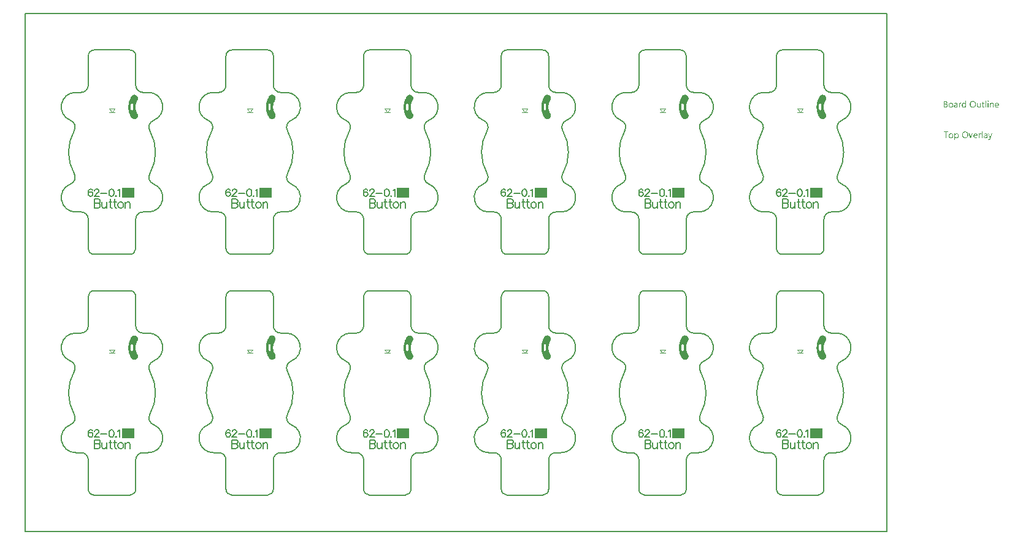
<source format=gto>
G04*
G04 #@! TF.GenerationSoftware,Altium Limited,Altium Designer,21.6.4 (81)*
G04*
G04 Layer_Color=65535*
%FSAX25Y25*%
%MOIN*%
G70*
G04*
G04 #@! TF.SameCoordinates,951E7868-A63B-422C-B91B-43858A88E4F6*
G04*
G04*
G04 #@! TF.FilePolarity,Positive*
G04*
G01*
G75*
%ADD14C,0.00787*%
%ADD34C,0.00394*%
%ADD35C,0.00630*%
%ADD36R,0.06540X0.05709*%
%ADD37R,0.06540X0.05709*%
G36*
X0503737Y0214153D02*
X0503761D01*
X0503817Y0214128D01*
X0503848Y0214110D01*
X0503879Y0214085D01*
X0503885Y0214079D01*
X0503891Y0214073D01*
X0503922Y0214036D01*
X0503947Y0213974D01*
X0503953Y0213937D01*
X0503960Y0213899D01*
Y0213893D01*
Y0213881D01*
X0503953Y0213862D01*
X0503947Y0213838D01*
X0503929Y0213776D01*
X0503904Y0213745D01*
X0503879Y0213714D01*
X0503873D01*
X0503867Y0213701D01*
X0503829Y0213677D01*
X0503774Y0213652D01*
X0503737Y0213646D01*
X0503699Y0213639D01*
X0503681D01*
X0503662Y0213646D01*
X0503638D01*
X0503576Y0213670D01*
X0503545Y0213683D01*
X0503514Y0213708D01*
Y0213714D01*
X0503501Y0213720D01*
X0503489Y0213738D01*
X0503477Y0213757D01*
X0503452Y0213819D01*
X0503446Y0213856D01*
X0503440Y0213899D01*
Y0213906D01*
Y0213918D01*
X0503446Y0213937D01*
X0503452Y0213968D01*
X0503471Y0214023D01*
X0503489Y0214054D01*
X0503514Y0214085D01*
X0503520Y0214091D01*
X0503526Y0214098D01*
X0503563Y0214122D01*
X0503625Y0214147D01*
X0503662Y0214159D01*
X0503718D01*
X0503737Y0214153D01*
D02*
G37*
G36*
X0491747Y0210489D02*
X0491344D01*
Y0210910D01*
X0491332D01*
Y0210904D01*
X0491320Y0210891D01*
X0491301Y0210866D01*
X0491282Y0210835D01*
X0491251Y0210798D01*
X0491214Y0210761D01*
X0491171Y0210718D01*
X0491121Y0210675D01*
X0491066Y0210625D01*
X0490998Y0210582D01*
X0490930Y0210544D01*
X0490849Y0210507D01*
X0490769Y0210476D01*
X0490676Y0210452D01*
X0490577Y0210439D01*
X0490472Y0210433D01*
X0490428D01*
X0490391Y0210439D01*
X0490354Y0210445D01*
X0490304Y0210452D01*
X0490199Y0210476D01*
X0490075Y0210513D01*
X0489952Y0210576D01*
X0489883Y0210613D01*
X0489828Y0210656D01*
X0489766Y0210712D01*
X0489710Y0210767D01*
Y0210773D01*
X0489698Y0210786D01*
X0489685Y0210805D01*
X0489667Y0210829D01*
X0489648Y0210860D01*
X0489623Y0210904D01*
X0489599Y0210953D01*
X0489574Y0211009D01*
X0489543Y0211071D01*
X0489518Y0211139D01*
X0489494Y0211213D01*
X0489475Y0211294D01*
X0489456Y0211380D01*
X0489444Y0211479D01*
X0489438Y0211578D01*
X0489432Y0211684D01*
Y0211690D01*
Y0211708D01*
Y0211745D01*
X0489438Y0211789D01*
X0489444Y0211838D01*
X0489450Y0211900D01*
X0489456Y0211968D01*
X0489469Y0212042D01*
X0489506Y0212203D01*
X0489562Y0212371D01*
X0489599Y0212451D01*
X0489642Y0212531D01*
X0489685Y0212606D01*
X0489741Y0212680D01*
X0489747Y0212686D01*
X0489753Y0212699D01*
X0489772Y0212717D01*
X0489797Y0212742D01*
X0489828Y0212767D01*
X0489871Y0212798D01*
X0489914Y0212835D01*
X0489964Y0212872D01*
X0490088Y0212940D01*
X0490230Y0213002D01*
X0490310Y0213020D01*
X0490397Y0213039D01*
X0490484Y0213052D01*
X0490583Y0213058D01*
X0490632D01*
X0490670Y0213052D01*
X0490707Y0213045D01*
X0490756Y0213039D01*
X0490868Y0213008D01*
X0490991Y0212959D01*
X0491053Y0212928D01*
X0491115Y0212884D01*
X0491177Y0212841D01*
X0491233Y0212785D01*
X0491282Y0212723D01*
X0491332Y0212649D01*
X0491344D01*
Y0214209D01*
X0491747D01*
Y0210489D01*
D02*
G37*
G36*
X0506015Y0213052D02*
X0506089Y0213045D01*
X0506182Y0213027D01*
X0506281Y0212996D01*
X0506386Y0212946D01*
X0506491Y0212878D01*
X0506534Y0212841D01*
X0506578Y0212791D01*
X0506590Y0212779D01*
X0506615Y0212742D01*
X0506646Y0212680D01*
X0506689Y0212593D01*
X0506726Y0212488D01*
X0506764Y0212358D01*
X0506788Y0212203D01*
X0506795Y0212024D01*
Y0210489D01*
X0506392D01*
Y0211919D01*
Y0211925D01*
Y0211956D01*
X0506386Y0211993D01*
Y0212042D01*
X0506374Y0212104D01*
X0506361Y0212173D01*
X0506343Y0212247D01*
X0506318Y0212321D01*
X0506287Y0212395D01*
X0506250Y0212463D01*
X0506200Y0212531D01*
X0506145Y0212593D01*
X0506083Y0212643D01*
X0506002Y0212680D01*
X0505915Y0212711D01*
X0505810Y0212717D01*
X0505798D01*
X0505761Y0212711D01*
X0505705Y0212705D01*
X0505637Y0212686D01*
X0505556Y0212662D01*
X0505470Y0212618D01*
X0505389Y0212562D01*
X0505309Y0212488D01*
X0505303Y0212476D01*
X0505278Y0212451D01*
X0505247Y0212402D01*
X0505210Y0212333D01*
X0505173Y0212253D01*
X0505142Y0212154D01*
X0505117Y0212042D01*
X0505111Y0211919D01*
Y0210489D01*
X0504708D01*
Y0213002D01*
X0505111D01*
Y0212581D01*
X0505123D01*
X0505129Y0212587D01*
X0505136Y0212600D01*
X0505154Y0212624D01*
X0505179Y0212655D01*
X0505204Y0212692D01*
X0505241Y0212730D01*
X0505284Y0212773D01*
X0505334Y0212822D01*
X0505389Y0212866D01*
X0505451Y0212909D01*
X0505519Y0212946D01*
X0505594Y0212983D01*
X0505668Y0213014D01*
X0505755Y0213039D01*
X0505847Y0213052D01*
X0505946Y0213058D01*
X0505984D01*
X0506015Y0213052D01*
D02*
G37*
G36*
X0489017Y0213039D02*
X0489091Y0213033D01*
X0489134Y0213020D01*
X0489165Y0213008D01*
Y0212593D01*
X0489159Y0212600D01*
X0489147Y0212606D01*
X0489122Y0212618D01*
X0489091Y0212637D01*
X0489048Y0212649D01*
X0488992Y0212662D01*
X0488930Y0212668D01*
X0488862Y0212674D01*
X0488850D01*
X0488819Y0212668D01*
X0488769Y0212662D01*
X0488714Y0212643D01*
X0488639Y0212612D01*
X0488571Y0212569D01*
X0488497Y0212507D01*
X0488429Y0212426D01*
X0488423Y0212414D01*
X0488404Y0212383D01*
X0488373Y0212327D01*
X0488342Y0212253D01*
X0488311Y0212160D01*
X0488280Y0212042D01*
X0488262Y0211912D01*
X0488256Y0211764D01*
Y0210489D01*
X0487853D01*
Y0213002D01*
X0488256D01*
Y0212482D01*
X0488268D01*
Y0212488D01*
X0488274Y0212494D01*
X0488286Y0212525D01*
X0488305Y0212575D01*
X0488336Y0212637D01*
X0488367Y0212699D01*
X0488416Y0212767D01*
X0488466Y0212835D01*
X0488528Y0212897D01*
X0488534Y0212903D01*
X0488559Y0212922D01*
X0488596Y0212946D01*
X0488645Y0212971D01*
X0488701Y0212996D01*
X0488769Y0213020D01*
X0488843Y0213039D01*
X0488924Y0213045D01*
X0488980D01*
X0489017Y0213039D01*
D02*
G37*
G36*
X0499756Y0210489D02*
X0499354D01*
Y0210885D01*
X0499342D01*
Y0210879D01*
X0499329Y0210866D01*
X0499317Y0210842D01*
X0499292Y0210817D01*
X0499236Y0210743D01*
X0499150Y0210662D01*
X0499100Y0210619D01*
X0499045Y0210576D01*
X0498983Y0210538D01*
X0498908Y0210501D01*
X0498834Y0210476D01*
X0498754Y0210452D01*
X0498661Y0210439D01*
X0498568Y0210433D01*
X0498531D01*
X0498488Y0210439D01*
X0498426Y0210452D01*
X0498357Y0210464D01*
X0498283Y0210489D01*
X0498203Y0210520D01*
X0498122Y0210569D01*
X0498036Y0210625D01*
X0497955Y0210693D01*
X0497881Y0210780D01*
X0497813Y0210885D01*
X0497751Y0211003D01*
X0497708Y0211145D01*
X0497683Y0211312D01*
X0497670Y0211399D01*
Y0211498D01*
Y0213002D01*
X0498067D01*
Y0211560D01*
Y0211554D01*
Y0211529D01*
X0498073Y0211485D01*
X0498079Y0211436D01*
X0498085Y0211374D01*
X0498098Y0211312D01*
X0498116Y0211238D01*
X0498141Y0211163D01*
X0498178Y0211089D01*
X0498215Y0211021D01*
X0498265Y0210953D01*
X0498327Y0210891D01*
X0498395Y0210842D01*
X0498475Y0210805D01*
X0498574Y0210773D01*
X0498679Y0210767D01*
X0498692D01*
X0498729Y0210773D01*
X0498785Y0210780D01*
X0498847Y0210792D01*
X0498927Y0210823D01*
X0499008Y0210860D01*
X0499088Y0210910D01*
X0499162Y0210984D01*
X0499168Y0210996D01*
X0499193Y0211021D01*
X0499224Y0211071D01*
X0499261Y0211139D01*
X0499292Y0211219D01*
X0499323Y0211318D01*
X0499348Y0211430D01*
X0499354Y0211554D01*
Y0213002D01*
X0499756D01*
Y0210489D01*
D02*
G37*
G36*
X0503891D02*
X0503489D01*
Y0213002D01*
X0503891D01*
Y0210489D01*
D02*
G37*
G36*
X0502672D02*
X0502270D01*
Y0214209D01*
X0502672D01*
Y0210489D01*
D02*
G37*
G36*
X0486293Y0213052D02*
X0486349Y0213045D01*
X0486417Y0213027D01*
X0486491Y0213008D01*
X0486572Y0212977D01*
X0486658Y0212940D01*
X0486739Y0212891D01*
X0486819Y0212829D01*
X0486894Y0212754D01*
X0486962Y0212662D01*
X0487017Y0212556D01*
X0487061Y0212433D01*
X0487085Y0212290D01*
X0487098Y0212123D01*
Y0210489D01*
X0486696D01*
Y0210879D01*
X0486683D01*
Y0210873D01*
X0486671Y0210860D01*
X0486658Y0210835D01*
X0486634Y0210811D01*
X0486572Y0210736D01*
X0486491Y0210656D01*
X0486380Y0210576D01*
X0486250Y0210501D01*
X0486169Y0210476D01*
X0486089Y0210452D01*
X0486002Y0210439D01*
X0485910Y0210433D01*
X0485872D01*
X0485848Y0210439D01*
X0485779Y0210445D01*
X0485699Y0210458D01*
X0485600Y0210483D01*
X0485507Y0210513D01*
X0485408Y0210563D01*
X0485321Y0210625D01*
X0485315Y0210637D01*
X0485290Y0210662D01*
X0485253Y0210705D01*
X0485216Y0210767D01*
X0485179Y0210842D01*
X0485142Y0210928D01*
X0485117Y0211034D01*
X0485111Y0211151D01*
Y0211157D01*
Y0211182D01*
X0485117Y0211219D01*
X0485123Y0211262D01*
X0485136Y0211318D01*
X0485154Y0211380D01*
X0485179Y0211448D01*
X0485216Y0211516D01*
X0485259Y0211591D01*
X0485315Y0211665D01*
X0485383Y0211733D01*
X0485464Y0211795D01*
X0485557Y0211857D01*
X0485668Y0211906D01*
X0485792Y0211943D01*
X0485940Y0211974D01*
X0486696Y0212080D01*
Y0212086D01*
Y0212104D01*
X0486689Y0212141D01*
Y0212179D01*
X0486677Y0212228D01*
X0486671Y0212284D01*
X0486634Y0212402D01*
X0486603Y0212457D01*
X0486572Y0212513D01*
X0486528Y0212569D01*
X0486479Y0212618D01*
X0486417Y0212662D01*
X0486349Y0212692D01*
X0486269Y0212711D01*
X0486176Y0212717D01*
X0486132D01*
X0486101Y0212711D01*
X0486058D01*
X0486015Y0212699D01*
X0485903Y0212680D01*
X0485779Y0212643D01*
X0485643Y0212587D01*
X0485569Y0212550D01*
X0485501Y0212513D01*
X0485427Y0212463D01*
X0485358Y0212408D01*
Y0212822D01*
X0485365D01*
X0485377Y0212835D01*
X0485396Y0212847D01*
X0485427Y0212860D01*
X0485458Y0212878D01*
X0485501Y0212897D01*
X0485550Y0212915D01*
X0485606Y0212940D01*
X0485730Y0212983D01*
X0485879Y0213020D01*
X0486039Y0213045D01*
X0486213Y0213058D01*
X0486250D01*
X0486293Y0213052D01*
D02*
G37*
G36*
X0480605Y0213999D02*
X0480648D01*
X0480691Y0213992D01*
X0480790Y0213980D01*
X0480908Y0213949D01*
X0481032Y0213912D01*
X0481149Y0213856D01*
X0481255Y0213782D01*
X0481261D01*
X0481267Y0213770D01*
X0481298Y0213745D01*
X0481341Y0213695D01*
X0481391Y0213627D01*
X0481434Y0213541D01*
X0481477Y0213441D01*
X0481508Y0213330D01*
X0481521Y0213268D01*
Y0213200D01*
Y0213194D01*
Y0213188D01*
Y0213151D01*
X0481515Y0213095D01*
X0481502Y0213027D01*
X0481484Y0212940D01*
X0481453Y0212853D01*
X0481416Y0212767D01*
X0481360Y0212680D01*
X0481354Y0212668D01*
X0481329Y0212643D01*
X0481292Y0212606D01*
X0481242Y0212556D01*
X0481180Y0212507D01*
X0481106Y0212451D01*
X0481013Y0212408D01*
X0480914Y0212364D01*
Y0212358D01*
X0480933D01*
X0480951Y0212352D01*
X0480970Y0212346D01*
X0481038Y0212333D01*
X0481118Y0212309D01*
X0481205Y0212271D01*
X0481298Y0212228D01*
X0481391Y0212166D01*
X0481477Y0212086D01*
X0481490Y0212073D01*
X0481515Y0212042D01*
X0481545Y0211999D01*
X0481589Y0211931D01*
X0481626Y0211844D01*
X0481663Y0211745D01*
X0481688Y0211628D01*
X0481694Y0211498D01*
Y0211492D01*
Y0211479D01*
Y0211454D01*
X0481688Y0211423D01*
X0481682Y0211386D01*
X0481675Y0211343D01*
X0481651Y0211238D01*
X0481614Y0211120D01*
X0481558Y0210996D01*
X0481521Y0210941D01*
X0481477Y0210879D01*
X0481422Y0210823D01*
X0481366Y0210767D01*
X0481360D01*
X0481354Y0210755D01*
X0481335Y0210743D01*
X0481310Y0210724D01*
X0481279Y0210705D01*
X0481236Y0210681D01*
X0481143Y0210631D01*
X0481026Y0210576D01*
X0480889Y0210532D01*
X0480728Y0210501D01*
X0480648Y0210495D01*
X0480555Y0210489D01*
X0479528D01*
Y0214005D01*
X0480574D01*
X0480605Y0213999D01*
D02*
G37*
G36*
X0501100Y0213002D02*
X0501737D01*
Y0212655D01*
X0501100D01*
Y0211238D01*
Y0211225D01*
Y0211194D01*
X0501106Y0211151D01*
X0501112Y0211095D01*
X0501137Y0210978D01*
X0501155Y0210922D01*
X0501186Y0210879D01*
X0501193Y0210873D01*
X0501205Y0210860D01*
X0501224Y0210848D01*
X0501255Y0210829D01*
X0501292Y0210805D01*
X0501341Y0210792D01*
X0501403Y0210780D01*
X0501471Y0210773D01*
X0501496D01*
X0501527Y0210780D01*
X0501564Y0210786D01*
X0501651Y0210811D01*
X0501694Y0210829D01*
X0501737Y0210854D01*
Y0210507D01*
X0501731D01*
X0501713Y0210495D01*
X0501682Y0210489D01*
X0501638Y0210476D01*
X0501582Y0210464D01*
X0501521Y0210452D01*
X0501446Y0210445D01*
X0501360Y0210439D01*
X0501329D01*
X0501298Y0210445D01*
X0501255Y0210452D01*
X0501205Y0210464D01*
X0501149Y0210476D01*
X0501093Y0210501D01*
X0501032Y0210532D01*
X0500970Y0210569D01*
X0500908Y0210619D01*
X0500852Y0210675D01*
X0500803Y0210749D01*
X0500759Y0210829D01*
X0500728Y0210928D01*
X0500703Y0211040D01*
X0500697Y0211170D01*
Y0212655D01*
X0500270D01*
Y0213002D01*
X0500697D01*
Y0213615D01*
X0501100Y0213745D01*
Y0213002D01*
D02*
G37*
G36*
X0508627Y0213052D02*
X0508670Y0213045D01*
X0508713Y0213039D01*
X0508825Y0213020D01*
X0508949Y0212977D01*
X0509072Y0212922D01*
X0509134Y0212884D01*
X0509196Y0212841D01*
X0509252Y0212791D01*
X0509308Y0212736D01*
X0509314Y0212730D01*
X0509320Y0212723D01*
X0509332Y0212705D01*
X0509351Y0212680D01*
X0509370Y0212643D01*
X0509394Y0212606D01*
X0509419Y0212562D01*
X0509444Y0212507D01*
X0509469Y0212445D01*
X0509493Y0212383D01*
X0509518Y0212309D01*
X0509537Y0212228D01*
X0509555Y0212141D01*
X0509568Y0212055D01*
X0509580Y0211956D01*
Y0211851D01*
Y0211640D01*
X0507803D01*
Y0211634D01*
Y0211622D01*
Y0211603D01*
X0507810Y0211572D01*
X0507816Y0211535D01*
Y0211498D01*
X0507834Y0211399D01*
X0507865Y0211300D01*
X0507902Y0211188D01*
X0507958Y0211083D01*
X0508026Y0210990D01*
X0508039Y0210978D01*
X0508064Y0210953D01*
X0508113Y0210922D01*
X0508181Y0210879D01*
X0508268Y0210835D01*
X0508367Y0210805D01*
X0508484Y0210780D01*
X0508621Y0210767D01*
X0508664D01*
X0508695Y0210773D01*
X0508732D01*
X0508775Y0210780D01*
X0508881Y0210805D01*
X0508998Y0210835D01*
X0509128Y0210885D01*
X0509264Y0210953D01*
X0509332Y0210996D01*
X0509401Y0211046D01*
Y0210668D01*
X0509394D01*
X0509388Y0210656D01*
X0509370Y0210650D01*
X0509339Y0210631D01*
X0509308Y0210613D01*
X0509270Y0210594D01*
X0509221Y0210576D01*
X0509171Y0210551D01*
X0509110Y0210526D01*
X0509042Y0210507D01*
X0508893Y0210470D01*
X0508720Y0210445D01*
X0508528Y0210433D01*
X0508478D01*
X0508441Y0210439D01*
X0508398Y0210445D01*
X0508342Y0210452D01*
X0508224Y0210476D01*
X0508088Y0210513D01*
X0507952Y0210576D01*
X0507884Y0210619D01*
X0507816Y0210662D01*
X0507754Y0210712D01*
X0507692Y0210773D01*
X0507686Y0210780D01*
X0507680Y0210792D01*
X0507667Y0210811D01*
X0507643Y0210835D01*
X0507624Y0210873D01*
X0507599Y0210916D01*
X0507568Y0210965D01*
X0507544Y0211021D01*
X0507513Y0211083D01*
X0507488Y0211157D01*
X0507457Y0211238D01*
X0507438Y0211324D01*
X0507420Y0211417D01*
X0507401Y0211516D01*
X0507395Y0211622D01*
X0507389Y0211733D01*
Y0211739D01*
Y0211758D01*
Y0211789D01*
X0507395Y0211832D01*
X0507401Y0211881D01*
X0507407Y0211937D01*
X0507413Y0212005D01*
X0507432Y0212073D01*
X0507469Y0212222D01*
X0507525Y0212383D01*
X0507562Y0212463D01*
X0507612Y0212538D01*
X0507661Y0212618D01*
X0507717Y0212686D01*
X0507723Y0212692D01*
X0507735Y0212705D01*
X0507754Y0212723D01*
X0507779Y0212742D01*
X0507810Y0212773D01*
X0507847Y0212804D01*
X0507896Y0212835D01*
X0507946Y0212872D01*
X0508064Y0212940D01*
X0508206Y0213002D01*
X0508286Y0213020D01*
X0508367Y0213039D01*
X0508453Y0213052D01*
X0508546Y0213058D01*
X0508596D01*
X0508627Y0213052D01*
D02*
G37*
G36*
X0495584Y0214060D02*
X0495646Y0214054D01*
X0495721Y0214042D01*
X0495801Y0214023D01*
X0495888Y0214005D01*
X0495974Y0213980D01*
X0496073Y0213949D01*
X0496166Y0213906D01*
X0496265Y0213856D01*
X0496364Y0213800D01*
X0496457Y0213732D01*
X0496550Y0213658D01*
X0496637Y0213571D01*
X0496643Y0213565D01*
X0496655Y0213547D01*
X0496680Y0213522D01*
X0496705Y0213485D01*
X0496742Y0213435D01*
X0496779Y0213373D01*
X0496816Y0213305D01*
X0496860Y0213231D01*
X0496903Y0213138D01*
X0496940Y0213045D01*
X0496977Y0212940D01*
X0497014Y0212822D01*
X0497039Y0212705D01*
X0497064Y0212575D01*
X0497076Y0212433D01*
X0497082Y0212290D01*
Y0212278D01*
Y0212253D01*
Y0212210D01*
X0497076Y0212148D01*
X0497070Y0212073D01*
X0497058Y0211993D01*
X0497045Y0211900D01*
X0497027Y0211795D01*
X0497002Y0211690D01*
X0496971Y0211578D01*
X0496934Y0211467D01*
X0496890Y0211355D01*
X0496835Y0211238D01*
X0496773Y0211133D01*
X0496705Y0211027D01*
X0496624Y0210928D01*
X0496618Y0210922D01*
X0496606Y0210910D01*
X0496575Y0210885D01*
X0496544Y0210854D01*
X0496494Y0210811D01*
X0496439Y0210773D01*
X0496377Y0210724D01*
X0496303Y0210681D01*
X0496222Y0210637D01*
X0496129Y0210588D01*
X0496030Y0210551D01*
X0495919Y0210513D01*
X0495801Y0210476D01*
X0495677Y0210452D01*
X0495547Y0210439D01*
X0495405Y0210433D01*
X0495374D01*
X0495331Y0210439D01*
X0495281D01*
X0495219Y0210445D01*
X0495145Y0210458D01*
X0495064Y0210476D01*
X0494972Y0210495D01*
X0494879Y0210520D01*
X0494780Y0210551D01*
X0494681Y0210594D01*
X0494582Y0210637D01*
X0494483Y0210693D01*
X0494384Y0210761D01*
X0494291Y0210835D01*
X0494204Y0210922D01*
X0494198Y0210928D01*
X0494185Y0210947D01*
X0494161Y0210972D01*
X0494136Y0211009D01*
X0494099Y0211058D01*
X0494062Y0211120D01*
X0494025Y0211188D01*
X0493981Y0211269D01*
X0493938Y0211355D01*
X0493901Y0211448D01*
X0493864Y0211554D01*
X0493826Y0211671D01*
X0493802Y0211789D01*
X0493777Y0211919D01*
X0493765Y0212061D01*
X0493758Y0212203D01*
Y0212216D01*
Y0212241D01*
X0493765Y0212284D01*
Y0212346D01*
X0493771Y0212414D01*
X0493783Y0212501D01*
X0493795Y0212593D01*
X0493814Y0212692D01*
X0493839Y0212798D01*
X0493870Y0212909D01*
X0493907Y0213020D01*
X0493950Y0213132D01*
X0494006Y0213243D01*
X0494068Y0213355D01*
X0494136Y0213460D01*
X0494216Y0213559D01*
X0494223Y0213565D01*
X0494235Y0213584D01*
X0494266Y0213609D01*
X0494303Y0213639D01*
X0494346Y0213677D01*
X0494402Y0213720D01*
X0494470Y0213763D01*
X0494545Y0213813D01*
X0494631Y0213862D01*
X0494724Y0213906D01*
X0494823Y0213949D01*
X0494935Y0213986D01*
X0495058Y0214017D01*
X0495188Y0214048D01*
X0495324Y0214060D01*
X0495467Y0214067D01*
X0495535D01*
X0495584Y0214060D01*
D02*
G37*
G36*
X0483557Y0213052D02*
X0483601Y0213045D01*
X0483656Y0213039D01*
X0483780Y0213014D01*
X0483922Y0212971D01*
X0484065Y0212909D01*
X0484139Y0212872D01*
X0484207Y0212829D01*
X0484275Y0212773D01*
X0484337Y0212711D01*
X0484343Y0212705D01*
X0484350Y0212692D01*
X0484368Y0212674D01*
X0484387Y0212649D01*
X0484411Y0212612D01*
X0484436Y0212569D01*
X0484467Y0212519D01*
X0484498Y0212463D01*
X0484523Y0212395D01*
X0484554Y0212327D01*
X0484579Y0212247D01*
X0484603Y0212160D01*
X0484622Y0212067D01*
X0484641Y0211968D01*
X0484647Y0211863D01*
X0484653Y0211752D01*
Y0211745D01*
Y0211727D01*
Y0211696D01*
X0484647Y0211652D01*
X0484641Y0211603D01*
X0484634Y0211541D01*
X0484622Y0211479D01*
X0484610Y0211405D01*
X0484572Y0211256D01*
X0484511Y0211095D01*
X0484473Y0211015D01*
X0484424Y0210934D01*
X0484374Y0210860D01*
X0484312Y0210792D01*
X0484306Y0210786D01*
X0484294Y0210780D01*
X0484275Y0210761D01*
X0484250Y0210736D01*
X0484213Y0210712D01*
X0484176Y0210681D01*
X0484127Y0210644D01*
X0484071Y0210613D01*
X0484009Y0210582D01*
X0483941Y0210544D01*
X0483867Y0210513D01*
X0483786Y0210489D01*
X0483700Y0210464D01*
X0483607Y0210452D01*
X0483508Y0210439D01*
X0483402Y0210433D01*
X0483347D01*
X0483310Y0210439D01*
X0483266Y0210445D01*
X0483211Y0210452D01*
X0483149Y0210464D01*
X0483081Y0210476D01*
X0482938Y0210520D01*
X0482790Y0210582D01*
X0482715Y0210619D01*
X0482647Y0210668D01*
X0482579Y0210718D01*
X0482511Y0210780D01*
X0482505Y0210786D01*
X0482499Y0210798D01*
X0482480Y0210817D01*
X0482462Y0210842D01*
X0482437Y0210879D01*
X0482406Y0210922D01*
X0482375Y0210972D01*
X0482350Y0211027D01*
X0482319Y0211095D01*
X0482288Y0211163D01*
X0482257Y0211238D01*
X0482233Y0211324D01*
X0482195Y0211510D01*
X0482189Y0211609D01*
X0482183Y0211714D01*
Y0211721D01*
Y0211745D01*
Y0211776D01*
X0482189Y0211820D01*
X0482195Y0211869D01*
X0482202Y0211931D01*
X0482214Y0211999D01*
X0482226Y0212073D01*
X0482264Y0212234D01*
X0482325Y0212395D01*
X0482369Y0212476D01*
X0482412Y0212556D01*
X0482462Y0212631D01*
X0482523Y0212699D01*
X0482530Y0212705D01*
X0482542Y0212717D01*
X0482561Y0212730D01*
X0482585Y0212754D01*
X0482623Y0212779D01*
X0482666Y0212810D01*
X0482715Y0212847D01*
X0482771Y0212878D01*
X0482833Y0212909D01*
X0482907Y0212946D01*
X0482982Y0212977D01*
X0483068Y0213002D01*
X0483155Y0213027D01*
X0483254Y0213045D01*
X0483359Y0213052D01*
X0483464Y0213058D01*
X0483520D01*
X0483557Y0213052D01*
D02*
G37*
G36*
X0413864Y0217415D02*
X0413981Y0217405D01*
X0414097Y0217387D01*
X0414212Y0217362D01*
X0414325Y0217331D01*
X0414436Y0217293D01*
X0414544Y0217248D01*
X0414650Y0217196D01*
X0414752Y0217139D01*
X0414850Y0217075D01*
X0414945Y0217005D01*
X0415035Y0216930D01*
X0415121Y0216850D01*
X0415201Y0216764D01*
X0415276Y0216674D01*
X0415346Y0216579D01*
X0415410Y0216481D01*
X0415467Y0216379D01*
X0415519Y0216273D01*
X0415563Y0216165D01*
X0415602Y0216054D01*
X0415633Y0215940D01*
X0415658Y0215826D01*
X0415676Y0215710D01*
X0415686Y0215593D01*
X0415690Y0215476D01*
X0415686Y0215358D01*
X0415676Y0215241D01*
X0415658Y0215125D01*
X0415633Y0215010D01*
X0415602Y0214897D01*
X0415563Y0214786D01*
X0415519Y0214678D01*
X0415467Y0214572D01*
X0415410Y0214470D01*
X0415400Y0214456D01*
X0415400Y0214456D01*
X0415298Y0214285D01*
X0415188Y0214087D01*
X0415084Y0213885D01*
X0414988Y0213681D01*
X0414898Y0213473D01*
X0414815Y0213263D01*
X0414738Y0213050D01*
X0414669Y0212834D01*
X0414607Y0212617D01*
X0414552Y0212397D01*
X0414504Y0212176D01*
X0414464Y0211953D01*
X0414430Y0211729D01*
X0414404Y0211505D01*
X0414386Y0211279D01*
X0414375Y0211053D01*
X0414371Y0210827D01*
X0414375Y0210600D01*
X0414386Y0210374D01*
X0414404Y0210149D01*
X0414430Y0209924D01*
X0414464Y0209700D01*
X0414504Y0209478D01*
X0414552Y0209256D01*
X0414607Y0209037D01*
X0414669Y0208819D01*
X0414738Y0208604D01*
X0414815Y0208391D01*
X0414898Y0208180D01*
X0414988Y0207973D01*
X0415084Y0207768D01*
X0415188Y0207567D01*
X0415298Y0207369D01*
X0415413Y0207178D01*
X0415413Y0207178D01*
X0415425Y0207158D01*
X0415483Y0207056D01*
X0415534Y0206950D01*
X0415579Y0206842D01*
X0415618Y0206731D01*
X0415649Y0206618D01*
X0415674Y0206503D01*
X0415692Y0206387D01*
X0415702Y0206270D01*
X0415706Y0206153D01*
X0415702Y0206035D01*
X0415692Y0205918D01*
X0415674Y0205802D01*
X0415649Y0205687D01*
X0415618Y0205574D01*
X0415579Y0205463D01*
X0415534Y0205355D01*
X0415483Y0205249D01*
X0415425Y0205147D01*
X0415362Y0205048D01*
X0415292Y0204954D01*
X0415217Y0204864D01*
X0415136Y0204778D01*
X0415051Y0204698D01*
X0414961Y0204623D01*
X0414866Y0204553D01*
X0414768Y0204489D01*
X0414665Y0204432D01*
X0414560Y0204380D01*
X0414451Y0204335D01*
X0414340Y0204297D01*
X0414227Y0204266D01*
X0414113Y0204241D01*
X0413997Y0204223D01*
X0413880Y0204213D01*
X0413762Y0204209D01*
X0413645Y0204213D01*
X0413528Y0204223D01*
X0413412Y0204241D01*
X0413297Y0204266D01*
X0413184Y0204297D01*
X0413073Y0204335D01*
X0412965Y0204380D01*
X0412859Y0204432D01*
X0412757Y0204489D01*
X0412658Y0204553D01*
X0412564Y0204623D01*
X0412474Y0204698D01*
X0412388Y0204778D01*
X0412308Y0204864D01*
X0412232Y0204954D01*
X0412163Y0205048D01*
X0412112Y0205127D01*
X0412112Y0205128D01*
X0412031Y0205258D01*
X0411884Y0205511D01*
X0411743Y0205767D01*
X0411610Y0206027D01*
X0411483Y0206291D01*
X0411364Y0206558D01*
X0411252Y0206829D01*
X0411148Y0207102D01*
X0411051Y0207378D01*
X0410961Y0207656D01*
X0410879Y0207937D01*
X0410805Y0208220D01*
X0410738Y0208505D01*
X0410679Y0208791D01*
X0410628Y0209079D01*
X0410584Y0209368D01*
X0410548Y0209659D01*
X0410521Y0209950D01*
X0410501Y0210242D01*
X0410489Y0210534D01*
X0410485Y0210827D01*
X0410489Y0211119D01*
X0410501Y0211412D01*
X0410521Y0211703D01*
X0410548Y0211995D01*
X0410584Y0212285D01*
X0410628Y0212574D01*
X0410679Y0212862D01*
X0410738Y0213149D01*
X0410804Y0213434D01*
X0410879Y0213717D01*
X0410961Y0213997D01*
X0411051Y0214276D01*
X0411148Y0214552D01*
X0411252Y0214825D01*
X0411364Y0215095D01*
X0411483Y0215362D01*
X0411610Y0215626D01*
X0411743Y0215886D01*
X0411884Y0216143D01*
X0412031Y0216396D01*
X0412093Y0216495D01*
X0412093Y0216495D01*
X0412147Y0216579D01*
X0412217Y0216674D01*
X0412292Y0216764D01*
X0412372Y0216850D01*
X0412458Y0216930D01*
X0412548Y0217005D01*
X0412642Y0217075D01*
X0412741Y0217139D01*
X0412843Y0217196D01*
X0412949Y0217248D01*
X0413057Y0217293D01*
X0413168Y0217331D01*
X0413281Y0217362D01*
X0413396Y0217387D01*
X0413512Y0217405D01*
X0413629Y0217415D01*
X0413747Y0217419D01*
X0413864Y0217415D01*
D02*
G37*
G36*
X0339056D02*
X0339173Y0217405D01*
X0339289Y0217387D01*
X0339404Y0217362D01*
X0339517Y0217331D01*
X0339628Y0217293D01*
X0339736Y0217248D01*
X0339842Y0217196D01*
X0339944Y0217139D01*
X0340042Y0217075D01*
X0340137Y0217005D01*
X0340227Y0216930D01*
X0340313Y0216850D01*
X0340393Y0216764D01*
X0340468Y0216674D01*
X0340538Y0216579D01*
X0340601Y0216481D01*
X0340659Y0216379D01*
X0340711Y0216273D01*
X0340756Y0216165D01*
X0340794Y0216054D01*
X0340825Y0215940D01*
X0340850Y0215826D01*
X0340868Y0215710D01*
X0340878Y0215593D01*
X0340882Y0215476D01*
X0340878Y0215358D01*
X0340868Y0215241D01*
X0340850Y0215125D01*
X0340825Y0215010D01*
X0340794Y0214897D01*
X0340756Y0214786D01*
X0340711Y0214678D01*
X0340659Y0214572D01*
X0340601Y0214470D01*
X0340592Y0214456D01*
X0340592Y0214456D01*
X0340490Y0214285D01*
X0340380Y0214087D01*
X0340276Y0213885D01*
X0340180Y0213681D01*
X0340090Y0213473D01*
X0340006Y0213263D01*
X0339930Y0213050D01*
X0339861Y0212834D01*
X0339799Y0212617D01*
X0339744Y0212397D01*
X0339696Y0212176D01*
X0339655Y0211953D01*
X0339622Y0211729D01*
X0339596Y0211505D01*
X0339578Y0211279D01*
X0339567Y0211053D01*
X0339563Y0210827D01*
X0339567Y0210600D01*
X0339578Y0210374D01*
X0339596Y0210149D01*
X0339622Y0209924D01*
X0339655Y0209700D01*
X0339696Y0209478D01*
X0339744Y0209256D01*
X0339799Y0209037D01*
X0339861Y0208819D01*
X0339930Y0208604D01*
X0340006Y0208391D01*
X0340090Y0208180D01*
X0340180Y0207973D01*
X0340276Y0207768D01*
X0340380Y0207567D01*
X0340490Y0207369D01*
X0340604Y0207178D01*
X0340604Y0207178D01*
X0340617Y0207158D01*
X0340675Y0207056D01*
X0340726Y0206950D01*
X0340771Y0206842D01*
X0340810Y0206731D01*
X0340841Y0206618D01*
X0340866Y0206503D01*
X0340883Y0206387D01*
X0340894Y0206270D01*
X0340898Y0206153D01*
X0340894Y0206035D01*
X0340883Y0205918D01*
X0340866Y0205802D01*
X0340841Y0205687D01*
X0340810Y0205574D01*
X0340771Y0205463D01*
X0340726Y0205355D01*
X0340675Y0205249D01*
X0340617Y0205147D01*
X0340554Y0205048D01*
X0340484Y0204954D01*
X0340409Y0204864D01*
X0340328Y0204778D01*
X0340243Y0204698D01*
X0340153Y0204623D01*
X0340058Y0204553D01*
X0339960Y0204489D01*
X0339857Y0204432D01*
X0339752Y0204380D01*
X0339643Y0204335D01*
X0339532Y0204297D01*
X0339419Y0204266D01*
X0339304Y0204241D01*
X0339189Y0204223D01*
X0339071Y0204213D01*
X0338954Y0204209D01*
X0338837Y0204213D01*
X0338720Y0204223D01*
X0338604Y0204241D01*
X0338489Y0204266D01*
X0338376Y0204297D01*
X0338265Y0204335D01*
X0338157Y0204380D01*
X0338051Y0204432D01*
X0337949Y0204489D01*
X0337850Y0204553D01*
X0337756Y0204623D01*
X0337666Y0204698D01*
X0337580Y0204778D01*
X0337499Y0204864D01*
X0337424Y0204954D01*
X0337355Y0205048D01*
X0337304Y0205127D01*
X0337304Y0205128D01*
X0337223Y0205258D01*
X0337076Y0205511D01*
X0336935Y0205767D01*
X0336802Y0206027D01*
X0336675Y0206291D01*
X0336556Y0206558D01*
X0336444Y0206829D01*
X0336340Y0207102D01*
X0336243Y0207378D01*
X0336153Y0207656D01*
X0336071Y0207937D01*
X0335996Y0208220D01*
X0335930Y0208505D01*
X0335871Y0208791D01*
X0335819Y0209079D01*
X0335776Y0209368D01*
X0335740Y0209659D01*
X0335713Y0209950D01*
X0335693Y0210242D01*
X0335681Y0210534D01*
X0335677Y0210827D01*
X0335681Y0211119D01*
X0335693Y0211412D01*
X0335713Y0211703D01*
X0335740Y0211995D01*
X0335776Y0212285D01*
X0335819Y0212574D01*
X0335871Y0212862D01*
X0335930Y0213149D01*
X0335996Y0213434D01*
X0336071Y0213717D01*
X0336153Y0213997D01*
X0336243Y0214276D01*
X0336340Y0214552D01*
X0336444Y0214825D01*
X0336556Y0215095D01*
X0336675Y0215362D01*
X0336802Y0215626D01*
X0336935Y0215886D01*
X0337076Y0216143D01*
X0337223Y0216396D01*
X0337285Y0216495D01*
X0337284Y0216495D01*
X0337339Y0216579D01*
X0337409Y0216674D01*
X0337484Y0216764D01*
X0337564Y0216850D01*
X0337650Y0216930D01*
X0337740Y0217005D01*
X0337834Y0217075D01*
X0337933Y0217139D01*
X0338035Y0217196D01*
X0338141Y0217248D01*
X0338249Y0217293D01*
X0338360Y0217331D01*
X0338473Y0217362D01*
X0338588Y0217387D01*
X0338704Y0217405D01*
X0338821Y0217415D01*
X0338938Y0217419D01*
X0339056Y0217415D01*
D02*
G37*
G36*
X0264248D02*
X0264365Y0217405D01*
X0264481Y0217387D01*
X0264595Y0217362D01*
X0264708Y0217331D01*
X0264819Y0217293D01*
X0264928Y0217248D01*
X0265033Y0217196D01*
X0265136Y0217139D01*
X0265234Y0217075D01*
X0265329Y0217005D01*
X0265419Y0216930D01*
X0265505Y0216850D01*
X0265585Y0216764D01*
X0265660Y0216674D01*
X0265730Y0216579D01*
X0265793Y0216481D01*
X0265851Y0216379D01*
X0265902Y0216273D01*
X0265947Y0216165D01*
X0265986Y0216054D01*
X0266017Y0215940D01*
X0266042Y0215826D01*
X0266059Y0215710D01*
X0266070Y0215593D01*
X0266074Y0215476D01*
X0266070Y0215358D01*
X0266059Y0215241D01*
X0266042Y0215125D01*
X0266017Y0215010D01*
X0265986Y0214897D01*
X0265947Y0214786D01*
X0265902Y0214678D01*
X0265851Y0214572D01*
X0265793Y0214470D01*
X0265784Y0214456D01*
X0265784Y0214456D01*
X0265682Y0214285D01*
X0265572Y0214087D01*
X0265468Y0213885D01*
X0265371Y0213681D01*
X0265282Y0213473D01*
X0265198Y0213263D01*
X0265122Y0213050D01*
X0265053Y0212834D01*
X0264991Y0212617D01*
X0264936Y0212397D01*
X0264888Y0212176D01*
X0264847Y0211953D01*
X0264814Y0211729D01*
X0264788Y0211505D01*
X0264770Y0211279D01*
X0264759Y0211053D01*
X0264755Y0210827D01*
X0264759Y0210600D01*
X0264770Y0210374D01*
X0264788Y0210149D01*
X0264814Y0209924D01*
X0264847Y0209700D01*
X0264888Y0209478D01*
X0264936Y0209256D01*
X0264991Y0209037D01*
X0265053Y0208819D01*
X0265122Y0208604D01*
X0265198Y0208391D01*
X0265282Y0208180D01*
X0265371Y0207973D01*
X0265468Y0207768D01*
X0265572Y0207567D01*
X0265682Y0207369D01*
X0265796Y0207178D01*
X0265796Y0207178D01*
X0265809Y0207158D01*
X0265867Y0207056D01*
X0265918Y0206950D01*
X0265963Y0206842D01*
X0266002Y0206731D01*
X0266033Y0206618D01*
X0266058Y0206503D01*
X0266075Y0206387D01*
X0266086Y0206270D01*
X0266090Y0206153D01*
X0266086Y0206035D01*
X0266075Y0205918D01*
X0266058Y0205802D01*
X0266033Y0205687D01*
X0266002Y0205574D01*
X0265963Y0205463D01*
X0265918Y0205355D01*
X0265867Y0205249D01*
X0265809Y0205147D01*
X0265745Y0205048D01*
X0265676Y0204954D01*
X0265601Y0204864D01*
X0265520Y0204778D01*
X0265435Y0204698D01*
X0265345Y0204623D01*
X0265250Y0204553D01*
X0265152Y0204489D01*
X0265049Y0204432D01*
X0264944Y0204380D01*
X0264835Y0204335D01*
X0264724Y0204297D01*
X0264611Y0204266D01*
X0264496Y0204241D01*
X0264380Y0204223D01*
X0264264Y0204213D01*
X0264146Y0204209D01*
X0264029Y0204213D01*
X0263912Y0204223D01*
X0263796Y0204241D01*
X0263681Y0204266D01*
X0263568Y0204297D01*
X0263457Y0204335D01*
X0263349Y0204380D01*
X0263243Y0204432D01*
X0263141Y0204489D01*
X0263042Y0204553D01*
X0262948Y0204623D01*
X0262857Y0204698D01*
X0262772Y0204778D01*
X0262691Y0204864D01*
X0262616Y0204954D01*
X0262547Y0205048D01*
X0262496Y0205127D01*
X0262496Y0205128D01*
X0262415Y0205258D01*
X0262268Y0205511D01*
X0262127Y0205767D01*
X0261994Y0206027D01*
X0261867Y0206291D01*
X0261748Y0206558D01*
X0261636Y0206829D01*
X0261532Y0207102D01*
X0261434Y0207378D01*
X0261345Y0207656D01*
X0261263Y0207937D01*
X0261188Y0208220D01*
X0261122Y0208505D01*
X0261063Y0208791D01*
X0261011Y0209079D01*
X0260968Y0209368D01*
X0260932Y0209659D01*
X0260905Y0209950D01*
X0260885Y0210242D01*
X0260873Y0210534D01*
X0260869Y0210827D01*
X0260873Y0211119D01*
X0260885Y0211412D01*
X0260905Y0211703D01*
X0260932Y0211995D01*
X0260968Y0212285D01*
X0261011Y0212574D01*
X0261063Y0212862D01*
X0261122Y0213149D01*
X0261188Y0213434D01*
X0261263Y0213717D01*
X0261345Y0213997D01*
X0261435Y0214276D01*
X0261532Y0214552D01*
X0261636Y0214825D01*
X0261748Y0215095D01*
X0261867Y0215362D01*
X0261994Y0215626D01*
X0262127Y0215886D01*
X0262268Y0216143D01*
X0262415Y0216396D01*
X0262477Y0216495D01*
X0262476Y0216495D01*
X0262531Y0216579D01*
X0262600Y0216674D01*
X0262676Y0216764D01*
X0262756Y0216850D01*
X0262842Y0216930D01*
X0262932Y0217005D01*
X0263026Y0217075D01*
X0263125Y0217139D01*
X0263227Y0217196D01*
X0263333Y0217248D01*
X0263441Y0217293D01*
X0263552Y0217331D01*
X0263665Y0217362D01*
X0263780Y0217387D01*
X0263896Y0217405D01*
X0264013Y0217415D01*
X0264130Y0217419D01*
X0264248Y0217415D01*
D02*
G37*
G36*
X0189440D02*
X0189557Y0217405D01*
X0189673Y0217387D01*
X0189787Y0217362D01*
X0189900Y0217331D01*
X0190011Y0217293D01*
X0190120Y0217248D01*
X0190225Y0217196D01*
X0190328Y0217139D01*
X0190426Y0217075D01*
X0190521Y0217005D01*
X0190611Y0216930D01*
X0190696Y0216850D01*
X0190777Y0216764D01*
X0190852Y0216674D01*
X0190922Y0216579D01*
X0190985Y0216481D01*
X0191043Y0216379D01*
X0191094Y0216273D01*
X0191139Y0216165D01*
X0191178Y0216054D01*
X0191209Y0215940D01*
X0191234Y0215826D01*
X0191251Y0215710D01*
X0191262Y0215593D01*
X0191266Y0215476D01*
X0191262Y0215358D01*
X0191251Y0215241D01*
X0191234Y0215125D01*
X0191209Y0215010D01*
X0191178Y0214897D01*
X0191139Y0214786D01*
X0191094Y0214678D01*
X0191043Y0214572D01*
X0190985Y0214470D01*
X0190976Y0214456D01*
X0190976Y0214456D01*
X0190874Y0214285D01*
X0190764Y0214087D01*
X0190660Y0213885D01*
X0190563Y0213681D01*
X0190473Y0213473D01*
X0190390Y0213263D01*
X0190314Y0213050D01*
X0190245Y0212834D01*
X0190183Y0212617D01*
X0190128Y0212397D01*
X0190080Y0212176D01*
X0190039Y0211953D01*
X0190006Y0211729D01*
X0189980Y0211505D01*
X0189962Y0211279D01*
X0189951Y0211053D01*
X0189947Y0210827D01*
X0189951Y0210600D01*
X0189962Y0210374D01*
X0189980Y0210149D01*
X0190006Y0209924D01*
X0190039Y0209700D01*
X0190080Y0209478D01*
X0190128Y0209256D01*
X0190183Y0209037D01*
X0190245Y0208819D01*
X0190314Y0208604D01*
X0190390Y0208391D01*
X0190473Y0208180D01*
X0190563Y0207973D01*
X0190660Y0207768D01*
X0190764Y0207567D01*
X0190874Y0207369D01*
X0190988Y0207178D01*
X0190988Y0207178D01*
X0191001Y0207158D01*
X0191059Y0207056D01*
X0191110Y0206950D01*
X0191155Y0206842D01*
X0191193Y0206731D01*
X0191225Y0206618D01*
X0191250Y0206503D01*
X0191267Y0206387D01*
X0191278Y0206270D01*
X0191281Y0206153D01*
X0191278Y0206035D01*
X0191267Y0205918D01*
X0191250Y0205802D01*
X0191225Y0205687D01*
X0191193Y0205574D01*
X0191155Y0205463D01*
X0191110Y0205355D01*
X0191059Y0205249D01*
X0191001Y0205147D01*
X0190937Y0205048D01*
X0190868Y0204954D01*
X0190793Y0204864D01*
X0190712Y0204778D01*
X0190627Y0204698D01*
X0190537Y0204623D01*
X0190442Y0204553D01*
X0190343Y0204489D01*
X0190241Y0204432D01*
X0190136Y0204380D01*
X0190027Y0204335D01*
X0189916Y0204297D01*
X0189803Y0204266D01*
X0189688Y0204241D01*
X0189572Y0204223D01*
X0189455Y0204213D01*
X0189338Y0204209D01*
X0189221Y0204213D01*
X0189104Y0204223D01*
X0188988Y0204241D01*
X0188873Y0204266D01*
X0188760Y0204297D01*
X0188649Y0204335D01*
X0188540Y0204380D01*
X0188435Y0204432D01*
X0188333Y0204489D01*
X0188234Y0204553D01*
X0188139Y0204623D01*
X0188049Y0204698D01*
X0187964Y0204778D01*
X0187883Y0204864D01*
X0187808Y0204954D01*
X0187739Y0205048D01*
X0187688Y0205127D01*
X0187688Y0205128D01*
X0187607Y0205258D01*
X0187460Y0205511D01*
X0187319Y0205767D01*
X0187186Y0206027D01*
X0187059Y0206291D01*
X0186940Y0206558D01*
X0186828Y0206829D01*
X0186723Y0207102D01*
X0186626Y0207378D01*
X0186537Y0207656D01*
X0186455Y0207937D01*
X0186380Y0208220D01*
X0186313Y0208505D01*
X0186254Y0208791D01*
X0186203Y0209079D01*
X0186160Y0209368D01*
X0186124Y0209659D01*
X0186097Y0209950D01*
X0186077Y0210242D01*
X0186065Y0210534D01*
X0186061Y0210827D01*
X0186065Y0211119D01*
X0186077Y0211412D01*
X0186097Y0211703D01*
X0186124Y0211995D01*
X0186160Y0212285D01*
X0186203Y0212574D01*
X0186254Y0212862D01*
X0186313Y0213149D01*
X0186380Y0213434D01*
X0186455Y0213717D01*
X0186537Y0213997D01*
X0186626Y0214276D01*
X0186723Y0214552D01*
X0186828Y0214825D01*
X0186940Y0215095D01*
X0187059Y0215362D01*
X0187186Y0215626D01*
X0187319Y0215886D01*
X0187460Y0216143D01*
X0187607Y0216396D01*
X0187669Y0216495D01*
X0187668Y0216495D01*
X0187723Y0216579D01*
X0187792Y0216674D01*
X0187868Y0216764D01*
X0187948Y0216850D01*
X0188033Y0216930D01*
X0188124Y0217005D01*
X0188218Y0217075D01*
X0188317Y0217139D01*
X0188419Y0217196D01*
X0188525Y0217248D01*
X0188633Y0217293D01*
X0188744Y0217331D01*
X0188857Y0217362D01*
X0188972Y0217387D01*
X0189088Y0217405D01*
X0189205Y0217415D01*
X0189322Y0217419D01*
X0189440Y0217415D01*
D02*
G37*
G36*
X0114631D02*
X0114748Y0217405D01*
X0114865Y0217387D01*
X0114979Y0217362D01*
X0115092Y0217331D01*
X0115203Y0217293D01*
X0115312Y0217248D01*
X0115417Y0217196D01*
X0115519Y0217139D01*
X0115618Y0217075D01*
X0115713Y0217005D01*
X0115803Y0216930D01*
X0115888Y0216850D01*
X0115969Y0216764D01*
X0116044Y0216674D01*
X0116113Y0216579D01*
X0116177Y0216481D01*
X0116235Y0216379D01*
X0116286Y0216273D01*
X0116331Y0216165D01*
X0116369Y0216054D01*
X0116401Y0215940D01*
X0116426Y0215826D01*
X0116443Y0215710D01*
X0116454Y0215593D01*
X0116457Y0215476D01*
X0116454Y0215358D01*
X0116443Y0215241D01*
X0116426Y0215125D01*
X0116401Y0215010D01*
X0116369Y0214897D01*
X0116331Y0214786D01*
X0116286Y0214678D01*
X0116235Y0214572D01*
X0116177Y0214470D01*
X0116168Y0214456D01*
X0116168Y0214456D01*
X0116065Y0214285D01*
X0115955Y0214087D01*
X0115852Y0213885D01*
X0115755Y0213681D01*
X0115665Y0213473D01*
X0115582Y0213263D01*
X0115506Y0213050D01*
X0115437Y0212834D01*
X0115375Y0212617D01*
X0115320Y0212397D01*
X0115272Y0212176D01*
X0115231Y0211953D01*
X0115198Y0211729D01*
X0115172Y0211505D01*
X0115154Y0211279D01*
X0115143Y0211053D01*
X0115139Y0210827D01*
X0115143Y0210600D01*
X0115154Y0210374D01*
X0115172Y0210149D01*
X0115198Y0209924D01*
X0115231Y0209700D01*
X0115272Y0209478D01*
X0115320Y0209256D01*
X0115375Y0209037D01*
X0115437Y0208819D01*
X0115506Y0208604D01*
X0115582Y0208391D01*
X0115665Y0208180D01*
X0115755Y0207973D01*
X0115852Y0207768D01*
X0115955Y0207567D01*
X0116066Y0207369D01*
X0116180Y0207178D01*
X0116180Y0207178D01*
X0116193Y0207158D01*
X0116251Y0207056D01*
X0116302Y0206950D01*
X0116347Y0206842D01*
X0116385Y0206731D01*
X0116417Y0206618D01*
X0116442Y0206503D01*
X0116459Y0206387D01*
X0116470Y0206270D01*
X0116473Y0206153D01*
X0116470Y0206035D01*
X0116459Y0205918D01*
X0116442Y0205802D01*
X0116417Y0205687D01*
X0116385Y0205574D01*
X0116347Y0205463D01*
X0116302Y0205355D01*
X0116251Y0205249D01*
X0116193Y0205147D01*
X0116129Y0205048D01*
X0116060Y0204954D01*
X0115985Y0204864D01*
X0115904Y0204778D01*
X0115819Y0204698D01*
X0115728Y0204623D01*
X0115634Y0204553D01*
X0115535Y0204489D01*
X0115433Y0204432D01*
X0115328Y0204380D01*
X0115219Y0204335D01*
X0115108Y0204297D01*
X0114995Y0204266D01*
X0114880Y0204241D01*
X0114764Y0204223D01*
X0114647Y0204213D01*
X0114530Y0204209D01*
X0114413Y0204213D01*
X0114296Y0204223D01*
X0114180Y0204241D01*
X0114065Y0204266D01*
X0113952Y0204297D01*
X0113841Y0204335D01*
X0113732Y0204380D01*
X0113627Y0204432D01*
X0113525Y0204489D01*
X0113426Y0204553D01*
X0113331Y0204623D01*
X0113241Y0204698D01*
X0113156Y0204778D01*
X0113075Y0204864D01*
X0113000Y0204954D01*
X0112931Y0205048D01*
X0112880Y0205127D01*
X0112880Y0205128D01*
X0112799Y0205258D01*
X0112652Y0205511D01*
X0112511Y0205767D01*
X0112378Y0206027D01*
X0112251Y0206291D01*
X0112132Y0206558D01*
X0112020Y0206829D01*
X0111915Y0207102D01*
X0111818Y0207378D01*
X0111729Y0207656D01*
X0111647Y0207937D01*
X0111572Y0208220D01*
X0111505Y0208505D01*
X0111446Y0208791D01*
X0111395Y0209079D01*
X0111352Y0209368D01*
X0111316Y0209659D01*
X0111288Y0209950D01*
X0111269Y0210242D01*
X0111257Y0210534D01*
X0111253Y0210827D01*
X0111257Y0211119D01*
X0111269Y0211412D01*
X0111288Y0211703D01*
X0111316Y0211995D01*
X0111352Y0212285D01*
X0111395Y0212574D01*
X0111446Y0212862D01*
X0111505Y0213149D01*
X0111572Y0213434D01*
X0111646Y0213717D01*
X0111729Y0213997D01*
X0111818Y0214276D01*
X0111915Y0214552D01*
X0112020Y0214825D01*
X0112132Y0215095D01*
X0112251Y0215362D01*
X0112378Y0215626D01*
X0112511Y0215886D01*
X0112652Y0216143D01*
X0112799Y0216396D01*
X0112861Y0216495D01*
X0112860Y0216495D01*
X0112915Y0216579D01*
X0112984Y0216674D01*
X0113059Y0216764D01*
X0113140Y0216850D01*
X0113225Y0216930D01*
X0113316Y0217005D01*
X0113410Y0217075D01*
X0113509Y0217139D01*
X0113611Y0217196D01*
X0113716Y0217248D01*
X0113825Y0217293D01*
X0113936Y0217331D01*
X0114049Y0217362D01*
X0114164Y0217387D01*
X0114280Y0217405D01*
X0114397Y0217415D01*
X0114514Y0217419D01*
X0114631Y0217415D01*
D02*
G37*
G36*
X0039823D02*
X0039940Y0217405D01*
X0040056Y0217387D01*
X0040171Y0217362D01*
X0040284Y0217331D01*
X0040395Y0217293D01*
X0040504Y0217248D01*
X0040609Y0217196D01*
X0040711Y0217139D01*
X0040810Y0217075D01*
X0040905Y0217005D01*
X0040995Y0216930D01*
X0041080Y0216850D01*
X0041161Y0216764D01*
X0041236Y0216674D01*
X0041306Y0216579D01*
X0041369Y0216481D01*
X0041427Y0216379D01*
X0041478Y0216273D01*
X0041523Y0216165D01*
X0041561Y0216054D01*
X0041593Y0215940D01*
X0041618Y0215826D01*
X0041635Y0215710D01*
X0041646Y0215593D01*
X0041649Y0215476D01*
X0041646Y0215358D01*
X0041635Y0215241D01*
X0041618Y0215125D01*
X0041593Y0215010D01*
X0041561Y0214897D01*
X0041523Y0214786D01*
X0041478Y0214678D01*
X0041427Y0214572D01*
X0041369Y0214470D01*
X0041360Y0214456D01*
X0041360Y0214456D01*
X0041257Y0214285D01*
X0041147Y0214087D01*
X0041044Y0213885D01*
X0040947Y0213681D01*
X0040857Y0213473D01*
X0040774Y0213263D01*
X0040698Y0213050D01*
X0040629Y0212834D01*
X0040567Y0212617D01*
X0040512Y0212397D01*
X0040464Y0212176D01*
X0040423Y0211953D01*
X0040390Y0211729D01*
X0040364Y0211505D01*
X0040346Y0211279D01*
X0040334Y0211053D01*
X0040331Y0210827D01*
X0040334Y0210600D01*
X0040346Y0210374D01*
X0040364Y0210149D01*
X0040390Y0209924D01*
X0040423Y0209700D01*
X0040464Y0209478D01*
X0040512Y0209256D01*
X0040567Y0209037D01*
X0040629Y0208819D01*
X0040698Y0208604D01*
X0040774Y0208391D01*
X0040857Y0208180D01*
X0040947Y0207973D01*
X0041044Y0207768D01*
X0041147Y0207567D01*
X0041257Y0207369D01*
X0041372Y0207178D01*
X0041372Y0207178D01*
X0041385Y0207158D01*
X0041443Y0207056D01*
X0041494Y0206950D01*
X0041539Y0206842D01*
X0041577Y0206731D01*
X0041609Y0206618D01*
X0041633Y0206503D01*
X0041651Y0206387D01*
X0041662Y0206270D01*
X0041665Y0206153D01*
X0041662Y0206035D01*
X0041651Y0205918D01*
X0041633Y0205802D01*
X0041609Y0205687D01*
X0041577Y0205574D01*
X0041539Y0205463D01*
X0041494Y0205355D01*
X0041443Y0205249D01*
X0041385Y0205147D01*
X0041321Y0205048D01*
X0041252Y0204954D01*
X0041177Y0204864D01*
X0041096Y0204778D01*
X0041011Y0204698D01*
X0040920Y0204623D01*
X0040826Y0204553D01*
X0040727Y0204489D01*
X0040625Y0204432D01*
X0040519Y0204380D01*
X0040411Y0204335D01*
X0040300Y0204297D01*
X0040187Y0204266D01*
X0040072Y0204241D01*
X0039956Y0204223D01*
X0039839Y0204213D01*
X0039722Y0204209D01*
X0039604Y0204213D01*
X0039488Y0204223D01*
X0039372Y0204241D01*
X0039257Y0204266D01*
X0039144Y0204297D01*
X0039033Y0204335D01*
X0038924Y0204380D01*
X0038819Y0204432D01*
X0038717Y0204489D01*
X0038618Y0204553D01*
X0038523Y0204623D01*
X0038433Y0204698D01*
X0038348Y0204778D01*
X0038267Y0204864D01*
X0038192Y0204954D01*
X0038122Y0205048D01*
X0038072Y0205127D01*
X0038072Y0205128D01*
X0037991Y0205258D01*
X0037843Y0205511D01*
X0037703Y0205767D01*
X0037569Y0206027D01*
X0037443Y0206291D01*
X0037324Y0206558D01*
X0037212Y0206829D01*
X0037107Y0207102D01*
X0037010Y0207378D01*
X0036920Y0207656D01*
X0036838Y0207937D01*
X0036764Y0208220D01*
X0036697Y0208505D01*
X0036638Y0208791D01*
X0036587Y0209079D01*
X0036544Y0209368D01*
X0036508Y0209659D01*
X0036480Y0209950D01*
X0036461Y0210242D01*
X0036449Y0210534D01*
X0036445Y0210827D01*
X0036449Y0211119D01*
X0036461Y0211412D01*
X0036480Y0211703D01*
X0036508Y0211995D01*
X0036544Y0212285D01*
X0036587Y0212574D01*
X0036638Y0212862D01*
X0036697Y0213149D01*
X0036764Y0213434D01*
X0036838Y0213717D01*
X0036920Y0213997D01*
X0037010Y0214276D01*
X0037107Y0214552D01*
X0037212Y0214825D01*
X0037324Y0215095D01*
X0037443Y0215362D01*
X0037569Y0215626D01*
X0037703Y0215886D01*
X0037843Y0216143D01*
X0037991Y0216396D01*
X0038052Y0216495D01*
X0038052Y0216495D01*
X0038107Y0216579D01*
X0038176Y0216674D01*
X0038251Y0216764D01*
X0038332Y0216850D01*
X0038417Y0216930D01*
X0038508Y0217005D01*
X0038602Y0217075D01*
X0038701Y0217139D01*
X0038803Y0217196D01*
X0038908Y0217248D01*
X0039017Y0217293D01*
X0039128Y0217331D01*
X0039241Y0217362D01*
X0039356Y0217387D01*
X0039472Y0217405D01*
X0039589Y0217415D01*
X0039706Y0217419D01*
X0039823Y0217415D01*
D02*
G37*
G36*
X0486770Y0196461D02*
X0486813Y0196455D01*
X0486857Y0196449D01*
X0486968Y0196424D01*
X0487092Y0196387D01*
X0487216Y0196325D01*
X0487277Y0196288D01*
X0487339Y0196239D01*
X0487395Y0196189D01*
X0487451Y0196127D01*
X0487457Y0196121D01*
X0487463Y0196115D01*
X0487475Y0196090D01*
X0487494Y0196065D01*
X0487513Y0196034D01*
X0487537Y0195991D01*
X0487562Y0195941D01*
X0487587Y0195892D01*
X0487612Y0195830D01*
X0487637Y0195762D01*
X0487661Y0195688D01*
X0487680Y0195607D01*
X0487711Y0195428D01*
X0487723Y0195329D01*
Y0195223D01*
Y0195217D01*
Y0195199D01*
Y0195162D01*
X0487717Y0195118D01*
Y0195069D01*
X0487705Y0195007D01*
X0487698Y0194939D01*
X0487686Y0194864D01*
X0487649Y0194703D01*
X0487593Y0194536D01*
X0487556Y0194456D01*
X0487519Y0194376D01*
X0487469Y0194295D01*
X0487414Y0194221D01*
X0487407Y0194214D01*
X0487401Y0194202D01*
X0487383Y0194184D01*
X0487358Y0194165D01*
X0487327Y0194134D01*
X0487290Y0194103D01*
X0487247Y0194066D01*
X0487197Y0194035D01*
X0487141Y0193998D01*
X0487079Y0193961D01*
X0486931Y0193905D01*
X0486850Y0193880D01*
X0486770Y0193862D01*
X0486677Y0193849D01*
X0486578Y0193843D01*
X0486528D01*
X0486497Y0193849D01*
X0486454Y0193856D01*
X0486411Y0193868D01*
X0486299Y0193893D01*
X0486182Y0193942D01*
X0486114Y0193979D01*
X0486052Y0194016D01*
X0485990Y0194066D01*
X0485934Y0194122D01*
X0485872Y0194184D01*
X0485823Y0194258D01*
X0485810D01*
Y0192747D01*
X0485408D01*
Y0196412D01*
X0485810D01*
Y0195966D01*
X0485823D01*
X0485829Y0195973D01*
X0485835Y0195991D01*
X0485854Y0196016D01*
X0485879Y0196047D01*
X0485910Y0196084D01*
X0485947Y0196127D01*
X0485990Y0196171D01*
X0486046Y0196220D01*
X0486101Y0196263D01*
X0486163Y0196307D01*
X0486237Y0196350D01*
X0486312Y0196387D01*
X0486399Y0196424D01*
X0486491Y0196449D01*
X0486584Y0196461D01*
X0486689Y0196468D01*
X0486739D01*
X0486770Y0196461D01*
D02*
G37*
G36*
X0499725Y0196449D02*
X0499800Y0196443D01*
X0499843Y0196431D01*
X0499874Y0196418D01*
Y0196003D01*
X0499868Y0196010D01*
X0499856Y0196016D01*
X0499831Y0196028D01*
X0499800Y0196047D01*
X0499756Y0196059D01*
X0499701Y0196072D01*
X0499639Y0196078D01*
X0499571Y0196084D01*
X0499558D01*
X0499528Y0196078D01*
X0499478Y0196072D01*
X0499422Y0196053D01*
X0499348Y0196022D01*
X0499280Y0195979D01*
X0499206Y0195917D01*
X0499137Y0195836D01*
X0499131Y0195824D01*
X0499113Y0195793D01*
X0499082Y0195737D01*
X0499051Y0195663D01*
X0499020Y0195570D01*
X0498989Y0195452D01*
X0498970Y0195323D01*
X0498964Y0195174D01*
Y0193899D01*
X0498562D01*
Y0196412D01*
X0498964D01*
Y0195892D01*
X0498977D01*
Y0195898D01*
X0498983Y0195904D01*
X0498995Y0195935D01*
X0499014Y0195985D01*
X0499045Y0196047D01*
X0499076Y0196109D01*
X0499125Y0196177D01*
X0499175Y0196245D01*
X0499236Y0196307D01*
X0499243Y0196313D01*
X0499267Y0196332D01*
X0499305Y0196356D01*
X0499354Y0196381D01*
X0499410Y0196406D01*
X0499478Y0196431D01*
X0499552Y0196449D01*
X0499633Y0196455D01*
X0499688D01*
X0499725Y0196449D01*
D02*
G37*
G36*
X0504931Y0193497D02*
X0504925Y0193490D01*
X0504919Y0193465D01*
X0504900Y0193422D01*
X0504876Y0193373D01*
X0504845Y0193317D01*
X0504801Y0193249D01*
X0504758Y0193181D01*
X0504708Y0193106D01*
X0504647Y0193032D01*
X0504585Y0192964D01*
X0504510Y0192896D01*
X0504430Y0192840D01*
X0504350Y0192791D01*
X0504257Y0192747D01*
X0504164Y0192723D01*
X0504059Y0192717D01*
X0504003D01*
X0503966Y0192723D01*
X0503885Y0192735D01*
X0503798Y0192754D01*
Y0193113D01*
X0503805D01*
X0503823Y0193106D01*
X0503848Y0193100D01*
X0503879Y0193094D01*
X0503953Y0193076D01*
X0504034Y0193069D01*
X0504046D01*
X0504083Y0193076D01*
X0504139Y0193088D01*
X0504207Y0193113D01*
X0504281Y0193156D01*
X0504319Y0193187D01*
X0504356Y0193224D01*
X0504393Y0193261D01*
X0504430Y0193311D01*
X0504461Y0193367D01*
X0504492Y0193428D01*
X0504696Y0193899D01*
X0503712Y0196412D01*
X0504158D01*
X0504839Y0194474D01*
Y0194468D01*
X0504845Y0194456D01*
X0504851Y0194437D01*
X0504857Y0194413D01*
X0504863Y0194376D01*
X0504876Y0194338D01*
X0504888Y0194283D01*
X0504907D01*
Y0194295D01*
X0504919Y0194332D01*
X0504931Y0194388D01*
X0504956Y0194468D01*
X0505668Y0196412D01*
X0506083D01*
X0504931Y0193497D01*
D02*
G37*
G36*
X0494501Y0193899D02*
X0494105D01*
X0493152Y0196412D01*
X0493591D01*
X0494235Y0194586D01*
X0494241Y0194580D01*
X0494247Y0194555D01*
X0494260Y0194512D01*
X0494272Y0194468D01*
X0494284Y0194413D01*
X0494303Y0194351D01*
X0494322Y0194233D01*
X0494328D01*
Y0194239D01*
X0494334Y0194264D01*
X0494340Y0194301D01*
X0494346Y0194344D01*
X0494359Y0194400D01*
X0494371Y0194456D01*
X0494408Y0194573D01*
X0495077Y0196412D01*
X0495498D01*
X0494501Y0193899D01*
D02*
G37*
G36*
X0502523Y0196461D02*
X0502579Y0196455D01*
X0502647Y0196437D01*
X0502722Y0196418D01*
X0502802Y0196387D01*
X0502889Y0196350D01*
X0502969Y0196300D01*
X0503050Y0196239D01*
X0503124Y0196164D01*
X0503192Y0196072D01*
X0503248Y0195966D01*
X0503291Y0195843D01*
X0503316Y0195700D01*
X0503328Y0195533D01*
Y0193899D01*
X0502926D01*
Y0194289D01*
X0502913D01*
Y0194283D01*
X0502901Y0194270D01*
X0502889Y0194246D01*
X0502864Y0194221D01*
X0502802Y0194146D01*
X0502722Y0194066D01*
X0502610Y0193985D01*
X0502480Y0193911D01*
X0502400Y0193886D01*
X0502319Y0193862D01*
X0502233Y0193849D01*
X0502140Y0193843D01*
X0502103D01*
X0502078Y0193849D01*
X0502010Y0193856D01*
X0501929Y0193868D01*
X0501830Y0193893D01*
X0501737Y0193924D01*
X0501638Y0193973D01*
X0501552Y0194035D01*
X0501545Y0194047D01*
X0501521Y0194072D01*
X0501483Y0194115D01*
X0501446Y0194177D01*
X0501409Y0194252D01*
X0501372Y0194338D01*
X0501347Y0194444D01*
X0501341Y0194561D01*
Y0194567D01*
Y0194592D01*
X0501347Y0194629D01*
X0501354Y0194673D01*
X0501366Y0194728D01*
X0501384Y0194790D01*
X0501409Y0194858D01*
X0501446Y0194926D01*
X0501490Y0195001D01*
X0501545Y0195075D01*
X0501614Y0195143D01*
X0501694Y0195205D01*
X0501787Y0195267D01*
X0501898Y0195316D01*
X0502022Y0195353D01*
X0502171Y0195384D01*
X0502926Y0195490D01*
Y0195496D01*
Y0195514D01*
X0502920Y0195552D01*
Y0195589D01*
X0502907Y0195638D01*
X0502901Y0195694D01*
X0502864Y0195811D01*
X0502833Y0195867D01*
X0502802Y0195923D01*
X0502759Y0195979D01*
X0502709Y0196028D01*
X0502647Y0196072D01*
X0502579Y0196102D01*
X0502499Y0196121D01*
X0502406Y0196127D01*
X0502362D01*
X0502331Y0196121D01*
X0502288D01*
X0502245Y0196109D01*
X0502133Y0196090D01*
X0502010Y0196053D01*
X0501873Y0195997D01*
X0501799Y0195960D01*
X0501731Y0195923D01*
X0501657Y0195873D01*
X0501589Y0195818D01*
Y0196232D01*
X0501595D01*
X0501607Y0196245D01*
X0501626Y0196257D01*
X0501657Y0196270D01*
X0501688Y0196288D01*
X0501731Y0196307D01*
X0501781Y0196325D01*
X0501836Y0196350D01*
X0501960Y0196393D01*
X0502109Y0196431D01*
X0502270Y0196455D01*
X0502443Y0196468D01*
X0502480D01*
X0502523Y0196461D01*
D02*
G37*
G36*
X0500710Y0193899D02*
X0500307D01*
Y0197619D01*
X0500710D01*
Y0193899D01*
D02*
G37*
G36*
X0481966Y0197043D02*
X0480951D01*
Y0193899D01*
X0480543D01*
Y0197043D01*
X0479528D01*
Y0197415D01*
X0481966D01*
Y0197043D01*
D02*
G37*
G36*
X0497002Y0196461D02*
X0497045Y0196455D01*
X0497089Y0196449D01*
X0497200Y0196431D01*
X0497324Y0196387D01*
X0497448Y0196332D01*
X0497509Y0196294D01*
X0497571Y0196251D01*
X0497627Y0196202D01*
X0497683Y0196146D01*
X0497689Y0196140D01*
X0497695Y0196133D01*
X0497708Y0196115D01*
X0497726Y0196090D01*
X0497745Y0196053D01*
X0497769Y0196016D01*
X0497794Y0195973D01*
X0497819Y0195917D01*
X0497844Y0195855D01*
X0497868Y0195793D01*
X0497893Y0195719D01*
X0497912Y0195638D01*
X0497930Y0195552D01*
X0497943Y0195465D01*
X0497955Y0195366D01*
Y0195261D01*
Y0195050D01*
X0496179D01*
Y0195044D01*
Y0195032D01*
Y0195013D01*
X0496185Y0194982D01*
X0496191Y0194945D01*
Y0194908D01*
X0496210Y0194809D01*
X0496241Y0194710D01*
X0496278Y0194598D01*
X0496333Y0194493D01*
X0496402Y0194400D01*
X0496414Y0194388D01*
X0496439Y0194363D01*
X0496488Y0194332D01*
X0496556Y0194289D01*
X0496643Y0194246D01*
X0496742Y0194214D01*
X0496860Y0194190D01*
X0496996Y0194177D01*
X0497039D01*
X0497070Y0194184D01*
X0497107D01*
X0497151Y0194190D01*
X0497256Y0194214D01*
X0497373Y0194246D01*
X0497503Y0194295D01*
X0497640Y0194363D01*
X0497708Y0194406D01*
X0497776Y0194456D01*
Y0194078D01*
X0497769D01*
X0497763Y0194066D01*
X0497745Y0194060D01*
X0497714Y0194041D01*
X0497683Y0194023D01*
X0497646Y0194004D01*
X0497596Y0193985D01*
X0497547Y0193961D01*
X0497485Y0193936D01*
X0497417Y0193917D01*
X0497268Y0193880D01*
X0497095Y0193856D01*
X0496903Y0193843D01*
X0496853D01*
X0496816Y0193849D01*
X0496773Y0193856D01*
X0496717Y0193862D01*
X0496600Y0193886D01*
X0496463Y0193924D01*
X0496327Y0193985D01*
X0496259Y0194029D01*
X0496191Y0194072D01*
X0496129Y0194122D01*
X0496067Y0194184D01*
X0496061Y0194190D01*
X0496055Y0194202D01*
X0496042Y0194221D01*
X0496018Y0194246D01*
X0495999Y0194283D01*
X0495974Y0194326D01*
X0495943Y0194376D01*
X0495919Y0194431D01*
X0495888Y0194493D01*
X0495863Y0194567D01*
X0495832Y0194648D01*
X0495814Y0194735D01*
X0495795Y0194827D01*
X0495776Y0194926D01*
X0495770Y0195032D01*
X0495764Y0195143D01*
Y0195149D01*
Y0195168D01*
Y0195199D01*
X0495770Y0195242D01*
X0495776Y0195292D01*
X0495783Y0195347D01*
X0495789Y0195415D01*
X0495807Y0195484D01*
X0495844Y0195632D01*
X0495900Y0195793D01*
X0495937Y0195873D01*
X0495987Y0195948D01*
X0496036Y0196028D01*
X0496092Y0196096D01*
X0496098Y0196102D01*
X0496111Y0196115D01*
X0496129Y0196133D01*
X0496154Y0196152D01*
X0496185Y0196183D01*
X0496222Y0196214D01*
X0496272Y0196245D01*
X0496321Y0196282D01*
X0496439Y0196350D01*
X0496581Y0196412D01*
X0496662Y0196431D01*
X0496742Y0196449D01*
X0496829Y0196461D01*
X0496921Y0196468D01*
X0496971D01*
X0497002Y0196461D01*
D02*
G37*
G36*
X0491388Y0197470D02*
X0491449Y0197464D01*
X0491524Y0197452D01*
X0491604Y0197433D01*
X0491691Y0197415D01*
X0491778Y0197390D01*
X0491877Y0197359D01*
X0491969Y0197316D01*
X0492068Y0197266D01*
X0492168Y0197211D01*
X0492260Y0197142D01*
X0492353Y0197068D01*
X0492440Y0196981D01*
X0492446Y0196975D01*
X0492458Y0196957D01*
X0492483Y0196932D01*
X0492508Y0196895D01*
X0492545Y0196845D01*
X0492582Y0196783D01*
X0492619Y0196715D01*
X0492663Y0196641D01*
X0492706Y0196548D01*
X0492743Y0196455D01*
X0492780Y0196350D01*
X0492817Y0196232D01*
X0492842Y0196115D01*
X0492867Y0195985D01*
X0492879Y0195843D01*
X0492886Y0195700D01*
Y0195688D01*
Y0195663D01*
Y0195620D01*
X0492879Y0195558D01*
X0492873Y0195484D01*
X0492861Y0195403D01*
X0492848Y0195310D01*
X0492830Y0195205D01*
X0492805Y0195100D01*
X0492774Y0194988D01*
X0492737Y0194877D01*
X0492694Y0194765D01*
X0492638Y0194648D01*
X0492576Y0194543D01*
X0492508Y0194437D01*
X0492427Y0194338D01*
X0492421Y0194332D01*
X0492409Y0194320D01*
X0492378Y0194295D01*
X0492347Y0194264D01*
X0492298Y0194221D01*
X0492242Y0194184D01*
X0492180Y0194134D01*
X0492106Y0194091D01*
X0492025Y0194047D01*
X0491932Y0193998D01*
X0491833Y0193961D01*
X0491722Y0193924D01*
X0491604Y0193886D01*
X0491480Y0193862D01*
X0491351Y0193849D01*
X0491208Y0193843D01*
X0491177D01*
X0491134Y0193849D01*
X0491084D01*
X0491022Y0193856D01*
X0490948Y0193868D01*
X0490868Y0193886D01*
X0490775Y0193905D01*
X0490682Y0193930D01*
X0490583Y0193961D01*
X0490484Y0194004D01*
X0490385Y0194047D01*
X0490286Y0194103D01*
X0490187Y0194171D01*
X0490094Y0194246D01*
X0490007Y0194332D01*
X0490001Y0194338D01*
X0489989Y0194357D01*
X0489964Y0194382D01*
X0489939Y0194419D01*
X0489902Y0194468D01*
X0489865Y0194530D01*
X0489828Y0194598D01*
X0489784Y0194679D01*
X0489741Y0194765D01*
X0489704Y0194858D01*
X0489667Y0194964D01*
X0489630Y0195081D01*
X0489605Y0195199D01*
X0489580Y0195329D01*
X0489568Y0195471D01*
X0489562Y0195614D01*
Y0195626D01*
Y0195651D01*
X0489568Y0195694D01*
Y0195756D01*
X0489574Y0195824D01*
X0489586Y0195911D01*
X0489599Y0196003D01*
X0489617Y0196102D01*
X0489642Y0196208D01*
X0489673Y0196319D01*
X0489710Y0196431D01*
X0489753Y0196542D01*
X0489809Y0196653D01*
X0489871Y0196765D01*
X0489939Y0196870D01*
X0490020Y0196969D01*
X0490026Y0196975D01*
X0490038Y0196994D01*
X0490069Y0197019D01*
X0490106Y0197049D01*
X0490150Y0197087D01*
X0490205Y0197130D01*
X0490273Y0197173D01*
X0490348Y0197223D01*
X0490434Y0197272D01*
X0490527Y0197316D01*
X0490626Y0197359D01*
X0490738Y0197396D01*
X0490861Y0197427D01*
X0490991Y0197458D01*
X0491128Y0197470D01*
X0491270Y0197477D01*
X0491338D01*
X0491388Y0197470D01*
D02*
G37*
G36*
X0483669Y0196461D02*
X0483712Y0196455D01*
X0483768Y0196449D01*
X0483891Y0196424D01*
X0484034Y0196381D01*
X0484176Y0196319D01*
X0484250Y0196282D01*
X0484319Y0196239D01*
X0484387Y0196183D01*
X0484449Y0196121D01*
X0484455Y0196115D01*
X0484461Y0196102D01*
X0484480Y0196084D01*
X0484498Y0196059D01*
X0484523Y0196022D01*
X0484548Y0195979D01*
X0484579Y0195929D01*
X0484610Y0195873D01*
X0484634Y0195805D01*
X0484665Y0195737D01*
X0484690Y0195657D01*
X0484715Y0195570D01*
X0484733Y0195477D01*
X0484752Y0195378D01*
X0484758Y0195273D01*
X0484764Y0195162D01*
Y0195155D01*
Y0195137D01*
Y0195106D01*
X0484758Y0195063D01*
X0484752Y0195013D01*
X0484746Y0194951D01*
X0484733Y0194889D01*
X0484721Y0194815D01*
X0484684Y0194666D01*
X0484622Y0194505D01*
X0484585Y0194425D01*
X0484535Y0194344D01*
X0484486Y0194270D01*
X0484424Y0194202D01*
X0484418Y0194196D01*
X0484405Y0194190D01*
X0484387Y0194171D01*
X0484362Y0194146D01*
X0484325Y0194122D01*
X0484288Y0194091D01*
X0484238Y0194054D01*
X0484182Y0194023D01*
X0484121Y0193992D01*
X0484053Y0193955D01*
X0483978Y0193924D01*
X0483898Y0193899D01*
X0483811Y0193874D01*
X0483718Y0193862D01*
X0483619Y0193849D01*
X0483514Y0193843D01*
X0483458D01*
X0483421Y0193849D01*
X0483378Y0193856D01*
X0483322Y0193862D01*
X0483260Y0193874D01*
X0483192Y0193886D01*
X0483050Y0193930D01*
X0482901Y0193992D01*
X0482827Y0194029D01*
X0482759Y0194078D01*
X0482691Y0194128D01*
X0482623Y0194190D01*
X0482616Y0194196D01*
X0482610Y0194208D01*
X0482592Y0194227D01*
X0482573Y0194252D01*
X0482548Y0194289D01*
X0482517Y0194332D01*
X0482486Y0194382D01*
X0482462Y0194437D01*
X0482431Y0194505D01*
X0482400Y0194573D01*
X0482369Y0194648D01*
X0482344Y0194735D01*
X0482307Y0194920D01*
X0482301Y0195019D01*
X0482295Y0195124D01*
Y0195131D01*
Y0195155D01*
Y0195186D01*
X0482301Y0195230D01*
X0482307Y0195279D01*
X0482313Y0195341D01*
X0482325Y0195409D01*
X0482338Y0195484D01*
X0482375Y0195644D01*
X0482437Y0195805D01*
X0482480Y0195886D01*
X0482523Y0195966D01*
X0482573Y0196041D01*
X0482635Y0196109D01*
X0482641Y0196115D01*
X0482654Y0196127D01*
X0482672Y0196140D01*
X0482697Y0196164D01*
X0482734Y0196189D01*
X0482777Y0196220D01*
X0482827Y0196257D01*
X0482882Y0196288D01*
X0482944Y0196319D01*
X0483019Y0196356D01*
X0483093Y0196387D01*
X0483180Y0196412D01*
X0483266Y0196437D01*
X0483365Y0196455D01*
X0483471Y0196461D01*
X0483576Y0196468D01*
X0483632D01*
X0483669Y0196461D01*
D02*
G37*
G36*
X0413864Y0086707D02*
X0413981Y0086696D01*
X0414097Y0086678D01*
X0414212Y0086654D01*
X0414325Y0086622D01*
X0414436Y0086584D01*
X0414544Y0086539D01*
X0414650Y0086488D01*
X0414752Y0086430D01*
X0414850Y0086366D01*
X0414945Y0086297D01*
X0415035Y0086221D01*
X0415121Y0086141D01*
X0415201Y0086055D01*
X0415276Y0085965D01*
X0415346Y0085871D01*
X0415410Y0085772D01*
X0415467Y0085670D01*
X0415519Y0085564D01*
X0415563Y0085456D01*
X0415602Y0085345D01*
X0415633Y0085232D01*
X0415658Y0085117D01*
X0415676Y0085001D01*
X0415686Y0084884D01*
X0415690Y0084767D01*
X0415686Y0084649D01*
X0415676Y0084532D01*
X0415658Y0084417D01*
X0415633Y0084302D01*
X0415602Y0084189D01*
X0415563Y0084078D01*
X0415519Y0083969D01*
X0415467Y0083864D01*
X0415410Y0083761D01*
X0415400Y0083747D01*
X0415400Y0083747D01*
X0415298Y0083576D01*
X0415188Y0083378D01*
X0415084Y0083177D01*
X0414988Y0082972D01*
X0414898Y0082765D01*
X0414815Y0082554D01*
X0414738Y0082341D01*
X0414669Y0082126D01*
X0414607Y0081908D01*
X0414552Y0081688D01*
X0414504Y0081467D01*
X0414464Y0081245D01*
X0414430Y0081021D01*
X0414404Y0080796D01*
X0414386Y0080570D01*
X0414375Y0080344D01*
X0414371Y0080118D01*
X0414375Y0079892D01*
X0414386Y0079666D01*
X0414404Y0079440D01*
X0414430Y0079215D01*
X0414464Y0078992D01*
X0414504Y0078769D01*
X0414552Y0078548D01*
X0414607Y0078328D01*
X0414669Y0078111D01*
X0414738Y0077895D01*
X0414815Y0077682D01*
X0414898Y0077472D01*
X0414988Y0077264D01*
X0415084Y0077059D01*
X0415188Y0076858D01*
X0415298Y0076660D01*
X0415413Y0076469D01*
X0415413Y0076469D01*
X0415425Y0076449D01*
X0415483Y0076347D01*
X0415534Y0076241D01*
X0415579Y0076133D01*
X0415618Y0076022D01*
X0415649Y0075909D01*
X0415674Y0075794D01*
X0415692Y0075678D01*
X0415702Y0075561D01*
X0415706Y0075444D01*
X0415702Y0075327D01*
X0415692Y0075210D01*
X0415674Y0075094D01*
X0415649Y0074979D01*
X0415618Y0074866D01*
X0415579Y0074755D01*
X0415534Y0074646D01*
X0415483Y0074541D01*
X0415425Y0074439D01*
X0415362Y0074340D01*
X0415292Y0074245D01*
X0415217Y0074155D01*
X0415136Y0074070D01*
X0415051Y0073989D01*
X0414961Y0073914D01*
X0414866Y0073844D01*
X0414768Y0073781D01*
X0414665Y0073723D01*
X0414560Y0073672D01*
X0414451Y0073627D01*
X0414340Y0073589D01*
X0414227Y0073557D01*
X0414113Y0073532D01*
X0413997Y0073515D01*
X0413880Y0073504D01*
X0413762Y0073501D01*
X0413645Y0073504D01*
X0413528Y0073515D01*
X0413412Y0073532D01*
X0413297Y0073557D01*
X0413184Y0073589D01*
X0413073Y0073627D01*
X0412965Y0073672D01*
X0412859Y0073723D01*
X0412757Y0073781D01*
X0412658Y0073844D01*
X0412564Y0073914D01*
X0412474Y0073989D01*
X0412388Y0074070D01*
X0412308Y0074155D01*
X0412232Y0074245D01*
X0412163Y0074340D01*
X0412112Y0074419D01*
X0412112Y0074419D01*
X0412031Y0074549D01*
X0411884Y0074802D01*
X0411743Y0075059D01*
X0411610Y0075319D01*
X0411483Y0075583D01*
X0411364Y0075850D01*
X0411252Y0076120D01*
X0411148Y0076393D01*
X0411051Y0076669D01*
X0410961Y0076947D01*
X0410879Y0077228D01*
X0410805Y0077511D01*
X0410738Y0077796D01*
X0410679Y0078083D01*
X0410628Y0078371D01*
X0410584Y0078660D01*
X0410548Y0078950D01*
X0410521Y0079241D01*
X0410501Y0079533D01*
X0410489Y0079826D01*
X0410485Y0080118D01*
X0410489Y0080411D01*
X0410501Y0080703D01*
X0410521Y0080995D01*
X0410548Y0081286D01*
X0410584Y0081576D01*
X0410628Y0081866D01*
X0410679Y0082154D01*
X0410738Y0082440D01*
X0410804Y0082725D01*
X0410879Y0083008D01*
X0410961Y0083289D01*
X0411051Y0083567D01*
X0411148Y0083843D01*
X0411252Y0084116D01*
X0411364Y0084386D01*
X0411483Y0084654D01*
X0411610Y0084917D01*
X0411743Y0085178D01*
X0411884Y0085434D01*
X0412031Y0085687D01*
X0412093Y0085786D01*
X0412093Y0085786D01*
X0412147Y0085871D01*
X0412217Y0085965D01*
X0412292Y0086055D01*
X0412372Y0086141D01*
X0412458Y0086221D01*
X0412548Y0086297D01*
X0412642Y0086366D01*
X0412741Y0086430D01*
X0412843Y0086488D01*
X0412949Y0086539D01*
X0413057Y0086584D01*
X0413168Y0086622D01*
X0413281Y0086654D01*
X0413396Y0086678D01*
X0413512Y0086696D01*
X0413629Y0086707D01*
X0413747Y0086710D01*
X0413864Y0086707D01*
D02*
G37*
G36*
X0339056D02*
X0339173Y0086696D01*
X0339289Y0086678D01*
X0339404Y0086654D01*
X0339517Y0086622D01*
X0339628Y0086584D01*
X0339736Y0086539D01*
X0339842Y0086488D01*
X0339944Y0086430D01*
X0340042Y0086366D01*
X0340137Y0086297D01*
X0340227Y0086221D01*
X0340313Y0086141D01*
X0340393Y0086055D01*
X0340468Y0085965D01*
X0340538Y0085871D01*
X0340601Y0085772D01*
X0340659Y0085670D01*
X0340711Y0085564D01*
X0340756Y0085456D01*
X0340794Y0085345D01*
X0340825Y0085232D01*
X0340850Y0085117D01*
X0340868Y0085001D01*
X0340878Y0084884D01*
X0340882Y0084767D01*
X0340878Y0084649D01*
X0340868Y0084532D01*
X0340850Y0084417D01*
X0340825Y0084302D01*
X0340794Y0084189D01*
X0340756Y0084078D01*
X0340711Y0083969D01*
X0340659Y0083864D01*
X0340601Y0083761D01*
X0340592Y0083747D01*
X0340592Y0083747D01*
X0340490Y0083576D01*
X0340380Y0083378D01*
X0340276Y0083177D01*
X0340180Y0082972D01*
X0340090Y0082765D01*
X0340006Y0082554D01*
X0339930Y0082341D01*
X0339861Y0082126D01*
X0339799Y0081908D01*
X0339744Y0081688D01*
X0339696Y0081467D01*
X0339655Y0081245D01*
X0339622Y0081021D01*
X0339596Y0080796D01*
X0339578Y0080570D01*
X0339567Y0080344D01*
X0339563Y0080118D01*
X0339567Y0079892D01*
X0339578Y0079666D01*
X0339596Y0079440D01*
X0339622Y0079215D01*
X0339655Y0078992D01*
X0339696Y0078769D01*
X0339744Y0078548D01*
X0339799Y0078328D01*
X0339861Y0078111D01*
X0339930Y0077895D01*
X0340006Y0077682D01*
X0340090Y0077472D01*
X0340180Y0077264D01*
X0340276Y0077059D01*
X0340380Y0076858D01*
X0340490Y0076660D01*
X0340604Y0076469D01*
X0340604Y0076469D01*
X0340617Y0076449D01*
X0340675Y0076347D01*
X0340726Y0076241D01*
X0340771Y0076133D01*
X0340810Y0076022D01*
X0340841Y0075909D01*
X0340866Y0075794D01*
X0340883Y0075678D01*
X0340894Y0075561D01*
X0340898Y0075444D01*
X0340894Y0075327D01*
X0340883Y0075210D01*
X0340866Y0075094D01*
X0340841Y0074979D01*
X0340810Y0074866D01*
X0340771Y0074755D01*
X0340726Y0074646D01*
X0340675Y0074541D01*
X0340617Y0074439D01*
X0340554Y0074340D01*
X0340484Y0074245D01*
X0340409Y0074155D01*
X0340328Y0074070D01*
X0340243Y0073989D01*
X0340153Y0073914D01*
X0340058Y0073844D01*
X0339960Y0073781D01*
X0339857Y0073723D01*
X0339752Y0073672D01*
X0339643Y0073627D01*
X0339532Y0073589D01*
X0339419Y0073557D01*
X0339304Y0073532D01*
X0339189Y0073515D01*
X0339071Y0073504D01*
X0338954Y0073501D01*
X0338837Y0073504D01*
X0338720Y0073515D01*
X0338604Y0073532D01*
X0338489Y0073557D01*
X0338376Y0073589D01*
X0338265Y0073627D01*
X0338157Y0073672D01*
X0338051Y0073723D01*
X0337949Y0073781D01*
X0337850Y0073844D01*
X0337756Y0073914D01*
X0337666Y0073989D01*
X0337580Y0074070D01*
X0337499Y0074155D01*
X0337424Y0074245D01*
X0337355Y0074340D01*
X0337304Y0074419D01*
X0337304Y0074419D01*
X0337223Y0074549D01*
X0337076Y0074802D01*
X0336935Y0075059D01*
X0336802Y0075319D01*
X0336675Y0075583D01*
X0336556Y0075850D01*
X0336444Y0076120D01*
X0336340Y0076393D01*
X0336243Y0076669D01*
X0336153Y0076947D01*
X0336071Y0077228D01*
X0335996Y0077511D01*
X0335930Y0077796D01*
X0335871Y0078083D01*
X0335819Y0078371D01*
X0335776Y0078660D01*
X0335740Y0078950D01*
X0335713Y0079241D01*
X0335693Y0079533D01*
X0335681Y0079826D01*
X0335677Y0080118D01*
X0335681Y0080411D01*
X0335693Y0080703D01*
X0335713Y0080995D01*
X0335740Y0081286D01*
X0335776Y0081576D01*
X0335819Y0081866D01*
X0335871Y0082154D01*
X0335930Y0082440D01*
X0335996Y0082725D01*
X0336071Y0083008D01*
X0336153Y0083289D01*
X0336243Y0083567D01*
X0336340Y0083843D01*
X0336444Y0084116D01*
X0336556Y0084386D01*
X0336675Y0084654D01*
X0336802Y0084917D01*
X0336935Y0085178D01*
X0337076Y0085434D01*
X0337223Y0085687D01*
X0337285Y0085786D01*
X0337284Y0085786D01*
X0337339Y0085871D01*
X0337409Y0085965D01*
X0337484Y0086055D01*
X0337564Y0086141D01*
X0337650Y0086221D01*
X0337740Y0086297D01*
X0337834Y0086366D01*
X0337933Y0086430D01*
X0338035Y0086488D01*
X0338141Y0086539D01*
X0338249Y0086584D01*
X0338360Y0086622D01*
X0338473Y0086654D01*
X0338588Y0086678D01*
X0338704Y0086696D01*
X0338821Y0086707D01*
X0338938Y0086710D01*
X0339056Y0086707D01*
D02*
G37*
G36*
X0264248D02*
X0264365Y0086696D01*
X0264481Y0086678D01*
X0264595Y0086654D01*
X0264708Y0086622D01*
X0264819Y0086584D01*
X0264928Y0086539D01*
X0265033Y0086488D01*
X0265136Y0086430D01*
X0265234Y0086366D01*
X0265329Y0086297D01*
X0265419Y0086221D01*
X0265505Y0086141D01*
X0265585Y0086055D01*
X0265660Y0085965D01*
X0265730Y0085871D01*
X0265793Y0085772D01*
X0265851Y0085670D01*
X0265902Y0085564D01*
X0265947Y0085456D01*
X0265986Y0085345D01*
X0266017Y0085232D01*
X0266042Y0085117D01*
X0266059Y0085001D01*
X0266070Y0084884D01*
X0266074Y0084767D01*
X0266070Y0084649D01*
X0266059Y0084532D01*
X0266042Y0084417D01*
X0266017Y0084302D01*
X0265986Y0084189D01*
X0265947Y0084078D01*
X0265902Y0083969D01*
X0265851Y0083864D01*
X0265793Y0083761D01*
X0265784Y0083747D01*
X0265784Y0083747D01*
X0265682Y0083576D01*
X0265572Y0083378D01*
X0265468Y0083177D01*
X0265371Y0082972D01*
X0265282Y0082765D01*
X0265198Y0082554D01*
X0265122Y0082341D01*
X0265053Y0082126D01*
X0264991Y0081908D01*
X0264936Y0081688D01*
X0264888Y0081467D01*
X0264847Y0081245D01*
X0264814Y0081021D01*
X0264788Y0080796D01*
X0264770Y0080570D01*
X0264759Y0080344D01*
X0264755Y0080118D01*
X0264759Y0079892D01*
X0264770Y0079666D01*
X0264788Y0079440D01*
X0264814Y0079215D01*
X0264847Y0078992D01*
X0264888Y0078769D01*
X0264936Y0078548D01*
X0264991Y0078328D01*
X0265053Y0078111D01*
X0265122Y0077895D01*
X0265198Y0077682D01*
X0265282Y0077472D01*
X0265371Y0077264D01*
X0265468Y0077059D01*
X0265572Y0076858D01*
X0265682Y0076660D01*
X0265796Y0076469D01*
X0265796Y0076469D01*
X0265809Y0076449D01*
X0265867Y0076347D01*
X0265918Y0076241D01*
X0265963Y0076133D01*
X0266002Y0076022D01*
X0266033Y0075909D01*
X0266058Y0075794D01*
X0266075Y0075678D01*
X0266086Y0075561D01*
X0266090Y0075444D01*
X0266086Y0075327D01*
X0266075Y0075210D01*
X0266058Y0075094D01*
X0266033Y0074979D01*
X0266002Y0074866D01*
X0265963Y0074755D01*
X0265918Y0074646D01*
X0265867Y0074541D01*
X0265809Y0074439D01*
X0265745Y0074340D01*
X0265676Y0074245D01*
X0265601Y0074155D01*
X0265520Y0074070D01*
X0265435Y0073989D01*
X0265345Y0073914D01*
X0265250Y0073844D01*
X0265152Y0073781D01*
X0265049Y0073723D01*
X0264944Y0073672D01*
X0264835Y0073627D01*
X0264724Y0073589D01*
X0264611Y0073557D01*
X0264496Y0073532D01*
X0264380Y0073515D01*
X0264264Y0073504D01*
X0264146Y0073501D01*
X0264029Y0073504D01*
X0263912Y0073515D01*
X0263796Y0073532D01*
X0263681Y0073557D01*
X0263568Y0073589D01*
X0263457Y0073627D01*
X0263349Y0073672D01*
X0263243Y0073723D01*
X0263141Y0073781D01*
X0263042Y0073844D01*
X0262948Y0073914D01*
X0262857Y0073989D01*
X0262772Y0074070D01*
X0262691Y0074155D01*
X0262616Y0074245D01*
X0262547Y0074340D01*
X0262496Y0074419D01*
X0262496Y0074419D01*
X0262415Y0074549D01*
X0262268Y0074802D01*
X0262127Y0075059D01*
X0261994Y0075319D01*
X0261867Y0075583D01*
X0261748Y0075850D01*
X0261636Y0076120D01*
X0261532Y0076393D01*
X0261434Y0076669D01*
X0261345Y0076947D01*
X0261263Y0077228D01*
X0261188Y0077511D01*
X0261122Y0077796D01*
X0261063Y0078083D01*
X0261011Y0078371D01*
X0260968Y0078660D01*
X0260932Y0078950D01*
X0260905Y0079241D01*
X0260885Y0079533D01*
X0260873Y0079826D01*
X0260869Y0080118D01*
X0260873Y0080411D01*
X0260885Y0080703D01*
X0260905Y0080995D01*
X0260932Y0081286D01*
X0260968Y0081576D01*
X0261011Y0081866D01*
X0261063Y0082154D01*
X0261122Y0082440D01*
X0261188Y0082725D01*
X0261263Y0083008D01*
X0261345Y0083289D01*
X0261435Y0083567D01*
X0261532Y0083843D01*
X0261636Y0084116D01*
X0261748Y0084386D01*
X0261867Y0084654D01*
X0261994Y0084917D01*
X0262127Y0085178D01*
X0262268Y0085434D01*
X0262415Y0085687D01*
X0262477Y0085786D01*
X0262476Y0085786D01*
X0262531Y0085871D01*
X0262600Y0085965D01*
X0262676Y0086055D01*
X0262756Y0086141D01*
X0262842Y0086221D01*
X0262932Y0086297D01*
X0263026Y0086366D01*
X0263125Y0086430D01*
X0263227Y0086488D01*
X0263333Y0086539D01*
X0263441Y0086584D01*
X0263552Y0086622D01*
X0263665Y0086654D01*
X0263780Y0086678D01*
X0263896Y0086696D01*
X0264013Y0086707D01*
X0264130Y0086710D01*
X0264248Y0086707D01*
D02*
G37*
G36*
X0189440D02*
X0189557Y0086696D01*
X0189673Y0086678D01*
X0189787Y0086654D01*
X0189900Y0086622D01*
X0190011Y0086584D01*
X0190120Y0086539D01*
X0190225Y0086488D01*
X0190328Y0086430D01*
X0190426Y0086366D01*
X0190521Y0086297D01*
X0190611Y0086221D01*
X0190696Y0086141D01*
X0190777Y0086055D01*
X0190852Y0085965D01*
X0190922Y0085871D01*
X0190985Y0085772D01*
X0191043Y0085670D01*
X0191094Y0085564D01*
X0191139Y0085456D01*
X0191178Y0085345D01*
X0191209Y0085232D01*
X0191234Y0085117D01*
X0191251Y0085001D01*
X0191262Y0084884D01*
X0191266Y0084767D01*
X0191262Y0084649D01*
X0191251Y0084532D01*
X0191234Y0084417D01*
X0191209Y0084302D01*
X0191178Y0084189D01*
X0191139Y0084078D01*
X0191094Y0083969D01*
X0191043Y0083864D01*
X0190985Y0083761D01*
X0190976Y0083747D01*
X0190976Y0083747D01*
X0190874Y0083576D01*
X0190764Y0083378D01*
X0190660Y0083177D01*
X0190563Y0082972D01*
X0190473Y0082765D01*
X0190390Y0082554D01*
X0190314Y0082341D01*
X0190245Y0082126D01*
X0190183Y0081908D01*
X0190128Y0081688D01*
X0190080Y0081467D01*
X0190039Y0081245D01*
X0190006Y0081021D01*
X0189980Y0080796D01*
X0189962Y0080570D01*
X0189951Y0080344D01*
X0189947Y0080118D01*
X0189951Y0079892D01*
X0189962Y0079666D01*
X0189980Y0079440D01*
X0190006Y0079215D01*
X0190039Y0078992D01*
X0190080Y0078769D01*
X0190128Y0078548D01*
X0190183Y0078328D01*
X0190245Y0078111D01*
X0190314Y0077895D01*
X0190390Y0077682D01*
X0190473Y0077472D01*
X0190563Y0077264D01*
X0190660Y0077059D01*
X0190764Y0076858D01*
X0190874Y0076660D01*
X0190988Y0076469D01*
X0190988Y0076469D01*
X0191001Y0076449D01*
X0191059Y0076347D01*
X0191110Y0076241D01*
X0191155Y0076133D01*
X0191193Y0076022D01*
X0191225Y0075909D01*
X0191250Y0075794D01*
X0191267Y0075678D01*
X0191278Y0075561D01*
X0191281Y0075444D01*
X0191278Y0075327D01*
X0191267Y0075210D01*
X0191250Y0075094D01*
X0191225Y0074979D01*
X0191193Y0074866D01*
X0191155Y0074755D01*
X0191110Y0074646D01*
X0191059Y0074541D01*
X0191001Y0074439D01*
X0190937Y0074340D01*
X0190868Y0074245D01*
X0190793Y0074155D01*
X0190712Y0074070D01*
X0190627Y0073989D01*
X0190537Y0073914D01*
X0190442Y0073844D01*
X0190343Y0073781D01*
X0190241Y0073723D01*
X0190136Y0073672D01*
X0190027Y0073627D01*
X0189916Y0073589D01*
X0189803Y0073557D01*
X0189688Y0073532D01*
X0189572Y0073515D01*
X0189455Y0073504D01*
X0189338Y0073501D01*
X0189221Y0073504D01*
X0189104Y0073515D01*
X0188988Y0073532D01*
X0188873Y0073557D01*
X0188760Y0073589D01*
X0188649Y0073627D01*
X0188540Y0073672D01*
X0188435Y0073723D01*
X0188333Y0073781D01*
X0188234Y0073844D01*
X0188139Y0073914D01*
X0188049Y0073989D01*
X0187964Y0074070D01*
X0187883Y0074155D01*
X0187808Y0074245D01*
X0187739Y0074340D01*
X0187688Y0074419D01*
X0187688Y0074419D01*
X0187607Y0074549D01*
X0187460Y0074802D01*
X0187319Y0075059D01*
X0187186Y0075319D01*
X0187059Y0075583D01*
X0186940Y0075850D01*
X0186828Y0076120D01*
X0186723Y0076393D01*
X0186626Y0076669D01*
X0186537Y0076947D01*
X0186455Y0077228D01*
X0186380Y0077511D01*
X0186313Y0077796D01*
X0186254Y0078083D01*
X0186203Y0078371D01*
X0186160Y0078660D01*
X0186124Y0078950D01*
X0186097Y0079241D01*
X0186077Y0079533D01*
X0186065Y0079826D01*
X0186061Y0080118D01*
X0186065Y0080411D01*
X0186077Y0080703D01*
X0186097Y0080995D01*
X0186124Y0081286D01*
X0186160Y0081576D01*
X0186203Y0081866D01*
X0186254Y0082154D01*
X0186313Y0082440D01*
X0186380Y0082725D01*
X0186455Y0083008D01*
X0186537Y0083289D01*
X0186626Y0083567D01*
X0186723Y0083843D01*
X0186828Y0084116D01*
X0186940Y0084386D01*
X0187059Y0084654D01*
X0187186Y0084917D01*
X0187319Y0085178D01*
X0187460Y0085434D01*
X0187607Y0085687D01*
X0187669Y0085786D01*
X0187668Y0085786D01*
X0187723Y0085871D01*
X0187792Y0085965D01*
X0187868Y0086055D01*
X0187948Y0086141D01*
X0188033Y0086221D01*
X0188124Y0086297D01*
X0188218Y0086366D01*
X0188317Y0086430D01*
X0188419Y0086488D01*
X0188525Y0086539D01*
X0188633Y0086584D01*
X0188744Y0086622D01*
X0188857Y0086654D01*
X0188972Y0086678D01*
X0189088Y0086696D01*
X0189205Y0086707D01*
X0189322Y0086710D01*
X0189440Y0086707D01*
D02*
G37*
G36*
X0114631D02*
X0114748Y0086696D01*
X0114865Y0086678D01*
X0114979Y0086654D01*
X0115092Y0086622D01*
X0115203Y0086584D01*
X0115312Y0086539D01*
X0115417Y0086488D01*
X0115519Y0086430D01*
X0115618Y0086366D01*
X0115713Y0086297D01*
X0115803Y0086221D01*
X0115888Y0086141D01*
X0115969Y0086055D01*
X0116044Y0085965D01*
X0116113Y0085871D01*
X0116177Y0085772D01*
X0116235Y0085670D01*
X0116286Y0085564D01*
X0116331Y0085456D01*
X0116369Y0085345D01*
X0116401Y0085232D01*
X0116426Y0085117D01*
X0116443Y0085001D01*
X0116454Y0084884D01*
X0116457Y0084767D01*
X0116454Y0084649D01*
X0116443Y0084532D01*
X0116426Y0084417D01*
X0116401Y0084302D01*
X0116369Y0084189D01*
X0116331Y0084078D01*
X0116286Y0083969D01*
X0116235Y0083864D01*
X0116177Y0083761D01*
X0116168Y0083747D01*
X0116168Y0083747D01*
X0116065Y0083576D01*
X0115955Y0083378D01*
X0115852Y0083177D01*
X0115755Y0082972D01*
X0115665Y0082765D01*
X0115582Y0082554D01*
X0115506Y0082341D01*
X0115437Y0082126D01*
X0115375Y0081908D01*
X0115320Y0081688D01*
X0115272Y0081467D01*
X0115231Y0081245D01*
X0115198Y0081021D01*
X0115172Y0080796D01*
X0115154Y0080570D01*
X0115143Y0080344D01*
X0115139Y0080118D01*
X0115143Y0079892D01*
X0115154Y0079666D01*
X0115172Y0079440D01*
X0115198Y0079215D01*
X0115231Y0078992D01*
X0115272Y0078769D01*
X0115320Y0078548D01*
X0115375Y0078328D01*
X0115437Y0078111D01*
X0115506Y0077895D01*
X0115582Y0077682D01*
X0115665Y0077472D01*
X0115755Y0077264D01*
X0115852Y0077059D01*
X0115955Y0076858D01*
X0116066Y0076660D01*
X0116180Y0076469D01*
X0116180Y0076469D01*
X0116193Y0076449D01*
X0116251Y0076347D01*
X0116302Y0076241D01*
X0116347Y0076133D01*
X0116385Y0076022D01*
X0116417Y0075909D01*
X0116442Y0075794D01*
X0116459Y0075678D01*
X0116470Y0075561D01*
X0116473Y0075444D01*
X0116470Y0075327D01*
X0116459Y0075210D01*
X0116442Y0075094D01*
X0116417Y0074979D01*
X0116385Y0074866D01*
X0116347Y0074755D01*
X0116302Y0074646D01*
X0116251Y0074541D01*
X0116193Y0074439D01*
X0116129Y0074340D01*
X0116060Y0074245D01*
X0115985Y0074155D01*
X0115904Y0074070D01*
X0115819Y0073989D01*
X0115728Y0073914D01*
X0115634Y0073844D01*
X0115535Y0073781D01*
X0115433Y0073723D01*
X0115328Y0073672D01*
X0115219Y0073627D01*
X0115108Y0073589D01*
X0114995Y0073557D01*
X0114880Y0073532D01*
X0114764Y0073515D01*
X0114647Y0073504D01*
X0114530Y0073501D01*
X0114413Y0073504D01*
X0114296Y0073515D01*
X0114180Y0073532D01*
X0114065Y0073557D01*
X0113952Y0073589D01*
X0113841Y0073627D01*
X0113732Y0073672D01*
X0113627Y0073723D01*
X0113525Y0073781D01*
X0113426Y0073844D01*
X0113331Y0073914D01*
X0113241Y0073989D01*
X0113156Y0074070D01*
X0113075Y0074155D01*
X0113000Y0074245D01*
X0112931Y0074340D01*
X0112880Y0074419D01*
X0112880Y0074419D01*
X0112799Y0074549D01*
X0112652Y0074802D01*
X0112511Y0075059D01*
X0112378Y0075319D01*
X0112251Y0075583D01*
X0112132Y0075850D01*
X0112020Y0076120D01*
X0111915Y0076393D01*
X0111818Y0076669D01*
X0111729Y0076947D01*
X0111647Y0077228D01*
X0111572Y0077511D01*
X0111505Y0077796D01*
X0111446Y0078083D01*
X0111395Y0078371D01*
X0111352Y0078660D01*
X0111316Y0078950D01*
X0111288Y0079241D01*
X0111269Y0079533D01*
X0111257Y0079826D01*
X0111253Y0080118D01*
X0111257Y0080411D01*
X0111269Y0080703D01*
X0111288Y0080995D01*
X0111316Y0081286D01*
X0111352Y0081576D01*
X0111395Y0081866D01*
X0111446Y0082154D01*
X0111505Y0082440D01*
X0111572Y0082725D01*
X0111646Y0083008D01*
X0111729Y0083289D01*
X0111818Y0083567D01*
X0111915Y0083843D01*
X0112020Y0084116D01*
X0112132Y0084386D01*
X0112251Y0084654D01*
X0112378Y0084917D01*
X0112511Y0085178D01*
X0112652Y0085434D01*
X0112799Y0085687D01*
X0112861Y0085786D01*
X0112860Y0085786D01*
X0112915Y0085871D01*
X0112984Y0085965D01*
X0113059Y0086055D01*
X0113140Y0086141D01*
X0113225Y0086221D01*
X0113316Y0086297D01*
X0113410Y0086366D01*
X0113509Y0086430D01*
X0113611Y0086488D01*
X0113716Y0086539D01*
X0113825Y0086584D01*
X0113936Y0086622D01*
X0114049Y0086654D01*
X0114164Y0086678D01*
X0114280Y0086696D01*
X0114397Y0086707D01*
X0114514Y0086710D01*
X0114631Y0086707D01*
D02*
G37*
G36*
X0039823D02*
X0039940Y0086696D01*
X0040056Y0086678D01*
X0040171Y0086654D01*
X0040284Y0086622D01*
X0040395Y0086584D01*
X0040504Y0086539D01*
X0040609Y0086488D01*
X0040711Y0086430D01*
X0040810Y0086366D01*
X0040905Y0086297D01*
X0040995Y0086221D01*
X0041080Y0086141D01*
X0041161Y0086055D01*
X0041236Y0085965D01*
X0041306Y0085871D01*
X0041369Y0085772D01*
X0041427Y0085670D01*
X0041478Y0085564D01*
X0041523Y0085456D01*
X0041561Y0085345D01*
X0041593Y0085232D01*
X0041618Y0085117D01*
X0041635Y0085001D01*
X0041646Y0084884D01*
X0041649Y0084767D01*
X0041646Y0084649D01*
X0041635Y0084532D01*
X0041618Y0084417D01*
X0041593Y0084302D01*
X0041561Y0084189D01*
X0041523Y0084078D01*
X0041478Y0083969D01*
X0041427Y0083864D01*
X0041369Y0083761D01*
X0041360Y0083747D01*
X0041360Y0083747D01*
X0041257Y0083576D01*
X0041147Y0083378D01*
X0041044Y0083177D01*
X0040947Y0082972D01*
X0040857Y0082765D01*
X0040774Y0082554D01*
X0040698Y0082341D01*
X0040629Y0082126D01*
X0040567Y0081908D01*
X0040512Y0081688D01*
X0040464Y0081467D01*
X0040423Y0081245D01*
X0040390Y0081021D01*
X0040364Y0080796D01*
X0040346Y0080570D01*
X0040334Y0080344D01*
X0040331Y0080118D01*
X0040334Y0079892D01*
X0040346Y0079666D01*
X0040364Y0079440D01*
X0040390Y0079215D01*
X0040423Y0078992D01*
X0040464Y0078769D01*
X0040512Y0078548D01*
X0040567Y0078328D01*
X0040629Y0078111D01*
X0040698Y0077895D01*
X0040774Y0077682D01*
X0040857Y0077472D01*
X0040947Y0077264D01*
X0041044Y0077059D01*
X0041147Y0076858D01*
X0041257Y0076660D01*
X0041372Y0076469D01*
X0041372Y0076469D01*
X0041385Y0076449D01*
X0041443Y0076347D01*
X0041494Y0076241D01*
X0041539Y0076133D01*
X0041577Y0076022D01*
X0041609Y0075909D01*
X0041633Y0075794D01*
X0041651Y0075678D01*
X0041662Y0075561D01*
X0041665Y0075444D01*
X0041662Y0075327D01*
X0041651Y0075210D01*
X0041633Y0075094D01*
X0041609Y0074979D01*
X0041577Y0074866D01*
X0041539Y0074755D01*
X0041494Y0074646D01*
X0041443Y0074541D01*
X0041385Y0074439D01*
X0041321Y0074340D01*
X0041252Y0074245D01*
X0041177Y0074155D01*
X0041096Y0074070D01*
X0041011Y0073989D01*
X0040920Y0073914D01*
X0040826Y0073844D01*
X0040727Y0073781D01*
X0040625Y0073723D01*
X0040519Y0073672D01*
X0040411Y0073627D01*
X0040300Y0073589D01*
X0040187Y0073557D01*
X0040072Y0073532D01*
X0039956Y0073515D01*
X0039839Y0073504D01*
X0039722Y0073501D01*
X0039604Y0073504D01*
X0039488Y0073515D01*
X0039372Y0073532D01*
X0039257Y0073557D01*
X0039144Y0073589D01*
X0039033Y0073627D01*
X0038924Y0073672D01*
X0038819Y0073723D01*
X0038717Y0073781D01*
X0038618Y0073844D01*
X0038523Y0073914D01*
X0038433Y0073989D01*
X0038348Y0074070D01*
X0038267Y0074155D01*
X0038192Y0074245D01*
X0038122Y0074340D01*
X0038072Y0074419D01*
X0038072Y0074419D01*
X0037991Y0074549D01*
X0037843Y0074802D01*
X0037703Y0075059D01*
X0037569Y0075319D01*
X0037443Y0075583D01*
X0037324Y0075850D01*
X0037212Y0076120D01*
X0037107Y0076393D01*
X0037010Y0076669D01*
X0036920Y0076947D01*
X0036838Y0077228D01*
X0036764Y0077511D01*
X0036697Y0077796D01*
X0036638Y0078083D01*
X0036587Y0078371D01*
X0036544Y0078660D01*
X0036508Y0078950D01*
X0036480Y0079241D01*
X0036461Y0079533D01*
X0036449Y0079826D01*
X0036445Y0080118D01*
X0036449Y0080411D01*
X0036461Y0080703D01*
X0036480Y0080995D01*
X0036508Y0081286D01*
X0036544Y0081576D01*
X0036587Y0081866D01*
X0036638Y0082154D01*
X0036697Y0082440D01*
X0036764Y0082725D01*
X0036838Y0083008D01*
X0036920Y0083289D01*
X0037010Y0083567D01*
X0037107Y0083843D01*
X0037212Y0084116D01*
X0037324Y0084386D01*
X0037443Y0084654D01*
X0037569Y0084917D01*
X0037703Y0085178D01*
X0037843Y0085434D01*
X0037991Y0085687D01*
X0038052Y0085786D01*
X0038052Y0085786D01*
X0038107Y0085871D01*
X0038176Y0085965D01*
X0038251Y0086055D01*
X0038332Y0086141D01*
X0038417Y0086221D01*
X0038508Y0086297D01*
X0038602Y0086366D01*
X0038701Y0086430D01*
X0038803Y0086488D01*
X0038908Y0086539D01*
X0039017Y0086584D01*
X0039128Y0086622D01*
X0039241Y0086654D01*
X0039356Y0086678D01*
X0039472Y0086696D01*
X0039589Y0086707D01*
X0039706Y0086710D01*
X0039823Y0086707D01*
D02*
G37*
%LPC*%
G36*
X0490632Y0212717D02*
X0490595D01*
X0490570Y0212711D01*
X0490502Y0212705D01*
X0490422Y0212686D01*
X0490329Y0212649D01*
X0490230Y0212600D01*
X0490137Y0212538D01*
X0490094Y0212494D01*
X0490051Y0212445D01*
X0490044Y0212433D01*
X0490020Y0212395D01*
X0489983Y0212333D01*
X0489945Y0212253D01*
X0489908Y0212148D01*
X0489871Y0212018D01*
X0489846Y0211869D01*
X0489840Y0211702D01*
Y0211696D01*
Y0211684D01*
Y0211659D01*
X0489846Y0211628D01*
Y0211597D01*
X0489853Y0211554D01*
X0489865Y0211454D01*
X0489890Y0211343D01*
X0489927Y0211232D01*
X0489976Y0211120D01*
X0490044Y0211015D01*
X0490057Y0211003D01*
X0490082Y0210978D01*
X0490125Y0210934D01*
X0490187Y0210891D01*
X0490267Y0210848D01*
X0490360Y0210805D01*
X0490465Y0210780D01*
X0490589Y0210767D01*
X0490620D01*
X0490645Y0210773D01*
X0490707Y0210780D01*
X0490781Y0210798D01*
X0490868Y0210829D01*
X0490961Y0210866D01*
X0491047Y0210928D01*
X0491134Y0211009D01*
X0491140Y0211021D01*
X0491165Y0211052D01*
X0491202Y0211108D01*
X0491239Y0211176D01*
X0491276Y0211262D01*
X0491313Y0211368D01*
X0491338Y0211492D01*
X0491344Y0211622D01*
Y0211993D01*
Y0211999D01*
Y0212005D01*
Y0212042D01*
X0491332Y0212098D01*
X0491320Y0212173D01*
X0491295Y0212253D01*
X0491258Y0212340D01*
X0491208Y0212426D01*
X0491140Y0212507D01*
X0491134Y0212513D01*
X0491103Y0212538D01*
X0491059Y0212575D01*
X0491004Y0212612D01*
X0490930Y0212649D01*
X0490843Y0212686D01*
X0490744Y0212711D01*
X0490632Y0212717D01*
D02*
G37*
G36*
X0486696Y0211758D02*
X0486089Y0211671D01*
X0486077D01*
X0486046Y0211665D01*
X0485996Y0211652D01*
X0485934Y0211640D01*
X0485866Y0211622D01*
X0485792Y0211597D01*
X0485730Y0211572D01*
X0485668Y0211535D01*
X0485662Y0211529D01*
X0485643Y0211516D01*
X0485625Y0211492D01*
X0485600Y0211454D01*
X0485569Y0211405D01*
X0485550Y0211343D01*
X0485532Y0211269D01*
X0485526Y0211182D01*
Y0211176D01*
Y0211151D01*
X0485532Y0211120D01*
X0485544Y0211077D01*
X0485557Y0211027D01*
X0485581Y0210978D01*
X0485612Y0210928D01*
X0485656Y0210879D01*
X0485662Y0210873D01*
X0485680Y0210860D01*
X0485711Y0210842D01*
X0485748Y0210823D01*
X0485798Y0210805D01*
X0485860Y0210786D01*
X0485928Y0210773D01*
X0486009Y0210767D01*
X0486021D01*
X0486058Y0210773D01*
X0486114Y0210780D01*
X0486182Y0210792D01*
X0486256Y0210817D01*
X0486343Y0210854D01*
X0486423Y0210910D01*
X0486497Y0210978D01*
X0486504Y0210990D01*
X0486528Y0211015D01*
X0486559Y0211058D01*
X0486596Y0211120D01*
X0486634Y0211201D01*
X0486665Y0211287D01*
X0486689Y0211392D01*
X0486696Y0211504D01*
Y0211758D01*
D02*
G37*
G36*
X0480413Y0213633D02*
X0479942D01*
Y0212494D01*
X0480419D01*
X0480481Y0212501D01*
X0480555Y0212513D01*
X0480642Y0212531D01*
X0480735Y0212562D01*
X0480815Y0212600D01*
X0480896Y0212655D01*
X0480902Y0212662D01*
X0480927Y0212686D01*
X0480957Y0212723D01*
X0480995Y0212779D01*
X0481026Y0212841D01*
X0481056Y0212922D01*
X0481081Y0213014D01*
X0481087Y0213120D01*
Y0213126D01*
Y0213144D01*
X0481081Y0213169D01*
X0481075Y0213200D01*
X0481050Y0213281D01*
X0481032Y0213330D01*
X0481001Y0213380D01*
X0480970Y0213423D01*
X0480920Y0213472D01*
X0480871Y0213516D01*
X0480803Y0213553D01*
X0480728Y0213584D01*
X0480636Y0213609D01*
X0480530Y0213627D01*
X0480413Y0213633D01*
D02*
G37*
G36*
Y0212123D02*
X0479942D01*
Y0210860D01*
X0480561D01*
X0480623Y0210866D01*
X0480710Y0210879D01*
X0480796Y0210904D01*
X0480889Y0210928D01*
X0480982Y0210972D01*
X0481063Y0211027D01*
X0481069Y0211034D01*
X0481094Y0211058D01*
X0481125Y0211095D01*
X0481162Y0211151D01*
X0481199Y0211219D01*
X0481230Y0211300D01*
X0481255Y0211399D01*
X0481261Y0211504D01*
Y0211510D01*
Y0211529D01*
X0481255Y0211560D01*
X0481248Y0211603D01*
X0481236Y0211646D01*
X0481217Y0211702D01*
X0481193Y0211758D01*
X0481155Y0211813D01*
X0481112Y0211869D01*
X0481056Y0211925D01*
X0480988Y0211981D01*
X0480902Y0212024D01*
X0480809Y0212067D01*
X0480691Y0212098D01*
X0480561Y0212117D01*
X0480413Y0212123D01*
D02*
G37*
G36*
X0508540Y0212717D02*
X0508491D01*
X0508441Y0212705D01*
X0508373Y0212692D01*
X0508299Y0212668D01*
X0508212Y0212631D01*
X0508132Y0212581D01*
X0508051Y0212513D01*
X0508045Y0212507D01*
X0508020Y0212476D01*
X0507989Y0212433D01*
X0507946Y0212371D01*
X0507902Y0212296D01*
X0507865Y0212203D01*
X0507834Y0212098D01*
X0507810Y0211981D01*
X0509165D01*
Y0211987D01*
Y0211999D01*
Y0212012D01*
Y0212036D01*
X0509159Y0212104D01*
X0509147Y0212179D01*
X0509122Y0212271D01*
X0509097Y0212358D01*
X0509054Y0212445D01*
X0508998Y0212525D01*
X0508992Y0212531D01*
X0508967Y0212556D01*
X0508930Y0212587D01*
X0508881Y0212624D01*
X0508812Y0212655D01*
X0508732Y0212686D01*
X0508645Y0212711D01*
X0508540Y0212717D01*
D02*
G37*
G36*
X0495436Y0213689D02*
X0495380D01*
X0495343Y0213683D01*
X0495294Y0213677D01*
X0495244Y0213670D01*
X0495182Y0213658D01*
X0495114Y0213639D01*
X0494972Y0213590D01*
X0494897Y0213559D01*
X0494817Y0213522D01*
X0494743Y0213472D01*
X0494668Y0213417D01*
X0494600Y0213355D01*
X0494532Y0213287D01*
X0494526Y0213281D01*
X0494520Y0213268D01*
X0494501Y0213243D01*
X0494476Y0213212D01*
X0494452Y0213175D01*
X0494427Y0213126D01*
X0494396Y0213070D01*
X0494365Y0213008D01*
X0494328Y0212934D01*
X0494297Y0212860D01*
X0494272Y0212773D01*
X0494247Y0212680D01*
X0494223Y0212581D01*
X0494204Y0212470D01*
X0494198Y0212358D01*
X0494192Y0212241D01*
Y0212234D01*
Y0212210D01*
Y0212179D01*
X0494198Y0212135D01*
X0494204Y0212080D01*
X0494210Y0212012D01*
X0494223Y0211943D01*
X0494235Y0211869D01*
X0494272Y0211702D01*
X0494334Y0211523D01*
X0494371Y0211436D01*
X0494415Y0211355D01*
X0494470Y0211269D01*
X0494526Y0211194D01*
X0494532Y0211188D01*
X0494545Y0211176D01*
X0494563Y0211157D01*
X0494588Y0211133D01*
X0494619Y0211102D01*
X0494662Y0211071D01*
X0494712Y0211034D01*
X0494761Y0210996D01*
X0494823Y0210959D01*
X0494891Y0210922D01*
X0495040Y0210860D01*
X0495126Y0210835D01*
X0495213Y0210817D01*
X0495306Y0210805D01*
X0495405Y0210798D01*
X0495461D01*
X0495504Y0210805D01*
X0495547Y0210811D01*
X0495609Y0210817D01*
X0495671Y0210829D01*
X0495739Y0210848D01*
X0495882Y0210891D01*
X0495962Y0210922D01*
X0496036Y0210959D01*
X0496111Y0211003D01*
X0496185Y0211052D01*
X0496253Y0211108D01*
X0496321Y0211176D01*
X0496327Y0211182D01*
X0496333Y0211194D01*
X0496352Y0211213D01*
X0496371Y0211244D01*
X0496402Y0211287D01*
X0496426Y0211331D01*
X0496457Y0211386D01*
X0496488Y0211448D01*
X0496519Y0211523D01*
X0496550Y0211603D01*
X0496581Y0211690D01*
X0496606Y0211783D01*
X0496624Y0211881D01*
X0496643Y0211993D01*
X0496649Y0212111D01*
X0496655Y0212234D01*
Y0212241D01*
Y0212265D01*
Y0212302D01*
X0496649Y0212346D01*
X0496643Y0212408D01*
X0496637Y0212476D01*
X0496630Y0212550D01*
X0496612Y0212631D01*
X0496575Y0212798D01*
X0496519Y0212977D01*
X0496482Y0213064D01*
X0496439Y0213151D01*
X0496383Y0213231D01*
X0496327Y0213305D01*
X0496321Y0213311D01*
X0496315Y0213324D01*
X0496296Y0213342D01*
X0496265Y0213367D01*
X0496234Y0213392D01*
X0496197Y0213429D01*
X0496148Y0213460D01*
X0496098Y0213497D01*
X0496036Y0213534D01*
X0495968Y0213565D01*
X0495894Y0213602D01*
X0495814Y0213627D01*
X0495727Y0213652D01*
X0495640Y0213670D01*
X0495541Y0213683D01*
X0495436Y0213689D01*
D02*
G37*
G36*
X0483433Y0212717D02*
X0483396D01*
X0483372Y0212711D01*
X0483297Y0212705D01*
X0483211Y0212686D01*
X0483112Y0212655D01*
X0483006Y0212606D01*
X0482907Y0212538D01*
X0482858Y0212501D01*
X0482815Y0212451D01*
X0482802Y0212439D01*
X0482777Y0212402D01*
X0482746Y0212346D01*
X0482703Y0212265D01*
X0482660Y0212160D01*
X0482629Y0212036D01*
X0482604Y0211894D01*
X0482592Y0211727D01*
Y0211721D01*
Y0211708D01*
Y0211684D01*
X0482598Y0211652D01*
Y0211615D01*
X0482604Y0211572D01*
X0482623Y0211473D01*
X0482647Y0211362D01*
X0482691Y0211244D01*
X0482746Y0211126D01*
X0482821Y0211021D01*
X0482833Y0211009D01*
X0482864Y0210984D01*
X0482913Y0210941D01*
X0482982Y0210897D01*
X0483068Y0210848D01*
X0483174Y0210805D01*
X0483297Y0210780D01*
X0483433Y0210767D01*
X0483471D01*
X0483495Y0210773D01*
X0483570Y0210780D01*
X0483656Y0210798D01*
X0483749Y0210829D01*
X0483854Y0210873D01*
X0483947Y0210934D01*
X0484034Y0211015D01*
X0484040Y0211027D01*
X0484065Y0211065D01*
X0484102Y0211120D01*
X0484139Y0211201D01*
X0484176Y0211306D01*
X0484213Y0211430D01*
X0484238Y0211572D01*
X0484244Y0211739D01*
Y0211745D01*
Y0211758D01*
Y0211783D01*
Y0211820D01*
X0484238Y0211857D01*
X0484232Y0211900D01*
X0484220Y0212005D01*
X0484195Y0212123D01*
X0484158Y0212241D01*
X0484102Y0212358D01*
X0484034Y0212463D01*
X0484022Y0212476D01*
X0483997Y0212501D01*
X0483947Y0212544D01*
X0483879Y0212593D01*
X0483792Y0212637D01*
X0483693Y0212680D01*
X0483570Y0212705D01*
X0483433Y0212717D01*
D02*
G37*
G36*
X0412429Y0212609D02*
X0412360Y0212606D01*
X0412291Y0212594D01*
X0412225Y0212575D01*
X0412161Y0212548D01*
X0412101Y0212515D01*
X0412044Y0212475D01*
X0411993Y0212429D01*
X0411947Y0212377D01*
X0411907Y0212321D01*
X0411873Y0212260D01*
X0411847Y0212196D01*
X0411828Y0212130D01*
X0411816Y0212062D01*
X0411812Y0211993D01*
X0411813D01*
Y0209631D01*
X0411812D01*
X0411816Y0209562D01*
X0411828Y0209493D01*
X0411847Y0209427D01*
X0411873Y0209363D01*
X0411907Y0209303D01*
X0411947Y0209246D01*
X0411993Y0209195D01*
X0412044Y0209149D01*
X0412101Y0209109D01*
X0412161Y0209075D01*
X0412225Y0209049D01*
X0412291Y0209030D01*
X0412360Y0209018D01*
X0412429Y0209014D01*
X0412498Y0209018D01*
X0412566Y0209030D01*
X0412632Y0209049D01*
X0412696Y0209075D01*
X0412757Y0209109D01*
X0412813Y0209149D01*
X0412865Y0209195D01*
X0412911Y0209246D01*
X0412951Y0209303D01*
X0412984Y0209363D01*
X0413011Y0209427D01*
X0413030Y0209493D01*
X0413041Y0209562D01*
X0413045Y0209631D01*
X0413045D01*
Y0211993D01*
X0413045D01*
X0413041Y0212062D01*
X0413030Y0212130D01*
X0413011Y0212196D01*
X0412984Y0212260D01*
X0412951Y0212321D01*
X0412911Y0212377D01*
X0412865Y0212429D01*
X0412813Y0212475D01*
X0412757Y0212515D01*
X0412696Y0212548D01*
X0412632Y0212575D01*
X0412566Y0212594D01*
X0412498Y0212606D01*
X0412429Y0212609D01*
D02*
G37*
G36*
X0337621D02*
X0337551Y0212606D01*
X0337483Y0212594D01*
X0337417Y0212575D01*
X0337353Y0212548D01*
X0337293Y0212515D01*
X0337236Y0212475D01*
X0337185Y0212429D01*
X0337139Y0212377D01*
X0337099Y0212321D01*
X0337065Y0212260D01*
X0337039Y0212196D01*
X0337019Y0212130D01*
X0337008Y0212062D01*
X0337004Y0211993D01*
X0337004D01*
Y0209631D01*
X0337004D01*
X0337008Y0209562D01*
X0337019Y0209493D01*
X0337039Y0209427D01*
X0337065Y0209363D01*
X0337099Y0209303D01*
X0337139Y0209246D01*
X0337185Y0209195D01*
X0337236Y0209149D01*
X0337293Y0209109D01*
X0337353Y0209075D01*
X0337417Y0209049D01*
X0337483Y0209030D01*
X0337551Y0209018D01*
X0337621Y0209014D01*
X0337690Y0209018D01*
X0337758Y0209030D01*
X0337824Y0209049D01*
X0337888Y0209075D01*
X0337949Y0209109D01*
X0338005Y0209149D01*
X0338056Y0209195D01*
X0338103Y0209246D01*
X0338143Y0209303D01*
X0338176Y0209363D01*
X0338203Y0209427D01*
X0338222Y0209493D01*
X0338233Y0209562D01*
X0338237Y0209631D01*
X0338237D01*
Y0211993D01*
X0338237D01*
X0338233Y0212062D01*
X0338222Y0212130D01*
X0338203Y0212196D01*
X0338176Y0212260D01*
X0338143Y0212321D01*
X0338103Y0212377D01*
X0338056Y0212429D01*
X0338005Y0212475D01*
X0337949Y0212515D01*
X0337888Y0212548D01*
X0337824Y0212575D01*
X0337758Y0212594D01*
X0337690Y0212606D01*
X0337621Y0212609D01*
D02*
G37*
G36*
X0262812D02*
X0262743Y0212606D01*
X0262675Y0212594D01*
X0262609Y0212575D01*
X0262545Y0212548D01*
X0262485Y0212515D01*
X0262428Y0212475D01*
X0262376Y0212429D01*
X0262331Y0212377D01*
X0262291Y0212321D01*
X0262257Y0212260D01*
X0262231Y0212196D01*
X0262211Y0212130D01*
X0262200Y0212062D01*
X0262196Y0211993D01*
X0262196D01*
Y0209631D01*
X0262196D01*
X0262200Y0209562D01*
X0262211Y0209493D01*
X0262231Y0209427D01*
X0262257Y0209363D01*
X0262291Y0209303D01*
X0262331Y0209246D01*
X0262376Y0209195D01*
X0262428Y0209149D01*
X0262485Y0209109D01*
X0262545Y0209075D01*
X0262609Y0209049D01*
X0262675Y0209030D01*
X0262743Y0209018D01*
X0262812Y0209014D01*
X0262881Y0209018D01*
X0262950Y0209030D01*
X0263016Y0209049D01*
X0263080Y0209075D01*
X0263141Y0209109D01*
X0263197Y0209149D01*
X0263248Y0209195D01*
X0263295Y0209246D01*
X0263334Y0209303D01*
X0263368Y0209363D01*
X0263394Y0209427D01*
X0263414Y0209493D01*
X0263425Y0209562D01*
X0263429Y0209631D01*
X0263428D01*
Y0211993D01*
X0263429D01*
X0263425Y0212062D01*
X0263414Y0212130D01*
X0263394Y0212196D01*
X0263368Y0212260D01*
X0263334Y0212321D01*
X0263295Y0212377D01*
X0263248Y0212429D01*
X0263197Y0212475D01*
X0263141Y0212515D01*
X0263080Y0212548D01*
X0263016Y0212575D01*
X0262950Y0212594D01*
X0262881Y0212606D01*
X0262812Y0212609D01*
D02*
G37*
G36*
X0188004D02*
X0187935Y0212606D01*
X0187867Y0212594D01*
X0187801Y0212575D01*
X0187737Y0212548D01*
X0187676Y0212515D01*
X0187620Y0212475D01*
X0187568Y0212429D01*
X0187522Y0212377D01*
X0187482Y0212321D01*
X0187449Y0212260D01*
X0187423Y0212196D01*
X0187403Y0212130D01*
X0187392Y0212062D01*
X0187388Y0211993D01*
X0187388D01*
Y0209631D01*
X0187388D01*
X0187392Y0209562D01*
X0187403Y0209493D01*
X0187423Y0209427D01*
X0187449Y0209363D01*
X0187482Y0209303D01*
X0187522Y0209246D01*
X0187568Y0209195D01*
X0187620Y0209149D01*
X0187676Y0209109D01*
X0187737Y0209075D01*
X0187801Y0209049D01*
X0187867Y0209030D01*
X0187935Y0209018D01*
X0188004Y0209014D01*
X0188074Y0209018D01*
X0188142Y0209030D01*
X0188208Y0209049D01*
X0188272Y0209075D01*
X0188332Y0209109D01*
X0188389Y0209149D01*
X0188440Y0209195D01*
X0188486Y0209246D01*
X0188526Y0209303D01*
X0188560Y0209363D01*
X0188586Y0209427D01*
X0188605Y0209493D01*
X0188617Y0209562D01*
X0188621Y0209631D01*
X0188620D01*
Y0211993D01*
X0188621D01*
X0188617Y0212062D01*
X0188605Y0212130D01*
X0188586Y0212196D01*
X0188560Y0212260D01*
X0188526Y0212321D01*
X0188486Y0212377D01*
X0188440Y0212429D01*
X0188389Y0212475D01*
X0188332Y0212515D01*
X0188272Y0212548D01*
X0188208Y0212575D01*
X0188142Y0212594D01*
X0188074Y0212606D01*
X0188004Y0212609D01*
D02*
G37*
G36*
X0113196D02*
X0113127Y0212606D01*
X0113059Y0212594D01*
X0112993Y0212575D01*
X0112929Y0212548D01*
X0112868Y0212515D01*
X0112812Y0212475D01*
X0112760Y0212429D01*
X0112714Y0212377D01*
X0112674Y0212321D01*
X0112641Y0212260D01*
X0112614Y0212196D01*
X0112595Y0212130D01*
X0112584Y0212062D01*
X0112580Y0211993D01*
X0112580D01*
Y0209631D01*
X0112580D01*
X0112584Y0209562D01*
X0112595Y0209493D01*
X0112614Y0209427D01*
X0112641Y0209363D01*
X0112674Y0209303D01*
X0112714Y0209246D01*
X0112760Y0209195D01*
X0112812Y0209149D01*
X0112868Y0209109D01*
X0112929Y0209075D01*
X0112993Y0209049D01*
X0113059Y0209030D01*
X0113127Y0209018D01*
X0113196Y0209014D01*
X0113265Y0209018D01*
X0113333Y0209030D01*
X0113400Y0209049D01*
X0113464Y0209075D01*
X0113524Y0209109D01*
X0113581Y0209149D01*
X0113632Y0209195D01*
X0113678Y0209246D01*
X0113718Y0209303D01*
X0113752Y0209363D01*
X0113778Y0209427D01*
X0113797Y0209493D01*
X0113809Y0209562D01*
X0113813Y0209631D01*
X0113812D01*
Y0211993D01*
X0113813D01*
X0113809Y0212062D01*
X0113797Y0212130D01*
X0113778Y0212196D01*
X0113752Y0212260D01*
X0113718Y0212321D01*
X0113678Y0212377D01*
X0113632Y0212429D01*
X0113581Y0212475D01*
X0113524Y0212515D01*
X0113464Y0212548D01*
X0113400Y0212575D01*
X0113333Y0212594D01*
X0113265Y0212606D01*
X0113196Y0212609D01*
D02*
G37*
G36*
X0038388D02*
X0038319Y0212606D01*
X0038251Y0212594D01*
X0038185Y0212575D01*
X0038121Y0212548D01*
X0038060Y0212515D01*
X0038004Y0212475D01*
X0037952Y0212429D01*
X0037906Y0212377D01*
X0037866Y0212321D01*
X0037833Y0212260D01*
X0037806Y0212196D01*
X0037787Y0212130D01*
X0037776Y0212062D01*
X0037772Y0211993D01*
X0037772D01*
Y0209631D01*
X0037772D01*
X0037776Y0209562D01*
X0037787Y0209493D01*
X0037806Y0209427D01*
X0037833Y0209363D01*
X0037866Y0209303D01*
X0037906Y0209246D01*
X0037952Y0209195D01*
X0038004Y0209149D01*
X0038060Y0209109D01*
X0038121Y0209075D01*
X0038185Y0209049D01*
X0038251Y0209030D01*
X0038319Y0209018D01*
X0038388Y0209014D01*
X0038457Y0209018D01*
X0038526Y0209030D01*
X0038592Y0209049D01*
X0038656Y0209075D01*
X0038716Y0209109D01*
X0038773Y0209149D01*
X0038824Y0209195D01*
X0038870Y0209246D01*
X0038910Y0209303D01*
X0038944Y0209363D01*
X0038970Y0209427D01*
X0038989Y0209493D01*
X0039001Y0209562D01*
X0039005Y0209631D01*
X0039004D01*
Y0211993D01*
X0039005D01*
X0039001Y0212062D01*
X0038989Y0212130D01*
X0038970Y0212196D01*
X0038944Y0212260D01*
X0038910Y0212321D01*
X0038870Y0212377D01*
X0038824Y0212429D01*
X0038773Y0212475D01*
X0038716Y0212515D01*
X0038656Y0212548D01*
X0038592Y0212575D01*
X0038526Y0212594D01*
X0038457Y0212606D01*
X0038388Y0212609D01*
D02*
G37*
G36*
X0486590Y0196127D02*
X0486559D01*
X0486535Y0196121D01*
X0486467Y0196115D01*
X0486386Y0196096D01*
X0486299Y0196065D01*
X0486200Y0196022D01*
X0486107Y0195960D01*
X0486021Y0195880D01*
X0486015Y0195867D01*
X0485990Y0195836D01*
X0485953Y0195787D01*
X0485916Y0195712D01*
X0485879Y0195626D01*
X0485841Y0195521D01*
X0485817Y0195403D01*
X0485810Y0195273D01*
Y0194920D01*
Y0194914D01*
Y0194908D01*
X0485817Y0194871D01*
X0485823Y0194809D01*
X0485835Y0194741D01*
X0485860Y0194654D01*
X0485897Y0194567D01*
X0485947Y0194481D01*
X0486015Y0194394D01*
X0486027Y0194388D01*
X0486052Y0194363D01*
X0486095Y0194326D01*
X0486157Y0194289D01*
X0486231Y0194246D01*
X0486318Y0194214D01*
X0486417Y0194190D01*
X0486528Y0194177D01*
X0486566D01*
X0486590Y0194184D01*
X0486652Y0194190D01*
X0486739Y0194214D01*
X0486826Y0194246D01*
X0486925Y0194295D01*
X0487017Y0194363D01*
X0487061Y0194406D01*
X0487098Y0194456D01*
Y0194462D01*
X0487104Y0194468D01*
X0487116Y0194487D01*
X0487129Y0194505D01*
X0487148Y0194536D01*
X0487166Y0194573D01*
X0487203Y0194660D01*
X0487240Y0194772D01*
X0487277Y0194902D01*
X0487302Y0195056D01*
X0487308Y0195236D01*
Y0195242D01*
Y0195254D01*
Y0195273D01*
Y0195304D01*
X0487302Y0195341D01*
X0487296Y0195378D01*
X0487284Y0195471D01*
X0487259Y0195576D01*
X0487228Y0195688D01*
X0487178Y0195793D01*
X0487116Y0195886D01*
X0487110Y0195898D01*
X0487079Y0195923D01*
X0487036Y0195960D01*
X0486980Y0196010D01*
X0486906Y0196053D01*
X0486813Y0196090D01*
X0486708Y0196115D01*
X0486590Y0196127D01*
D02*
G37*
G36*
X0502926Y0195168D02*
X0502319Y0195081D01*
X0502307D01*
X0502276Y0195075D01*
X0502226Y0195063D01*
X0502164Y0195050D01*
X0502096Y0195032D01*
X0502022Y0195007D01*
X0501960Y0194982D01*
X0501898Y0194945D01*
X0501892Y0194939D01*
X0501873Y0194926D01*
X0501855Y0194902D01*
X0501830Y0194864D01*
X0501799Y0194815D01*
X0501781Y0194753D01*
X0501762Y0194679D01*
X0501756Y0194592D01*
Y0194586D01*
Y0194561D01*
X0501762Y0194530D01*
X0501774Y0194487D01*
X0501787Y0194437D01*
X0501812Y0194388D01*
X0501842Y0194338D01*
X0501886Y0194289D01*
X0501892Y0194283D01*
X0501911Y0194270D01*
X0501942Y0194252D01*
X0501979Y0194233D01*
X0502028Y0194214D01*
X0502090Y0194196D01*
X0502158Y0194184D01*
X0502239Y0194177D01*
X0502251D01*
X0502288Y0194184D01*
X0502344Y0194190D01*
X0502412Y0194202D01*
X0502486Y0194227D01*
X0502573Y0194264D01*
X0502653Y0194320D01*
X0502728Y0194388D01*
X0502734Y0194400D01*
X0502759Y0194425D01*
X0502790Y0194468D01*
X0502827Y0194530D01*
X0502864Y0194611D01*
X0502895Y0194697D01*
X0502920Y0194803D01*
X0502926Y0194914D01*
Y0195168D01*
D02*
G37*
G36*
X0496915Y0196127D02*
X0496866D01*
X0496816Y0196115D01*
X0496748Y0196102D01*
X0496674Y0196078D01*
X0496587Y0196041D01*
X0496507Y0195991D01*
X0496426Y0195923D01*
X0496420Y0195917D01*
X0496395Y0195886D01*
X0496364Y0195843D01*
X0496321Y0195781D01*
X0496278Y0195706D01*
X0496241Y0195614D01*
X0496210Y0195508D01*
X0496185Y0195391D01*
X0497541D01*
Y0195397D01*
Y0195409D01*
Y0195422D01*
Y0195446D01*
X0497534Y0195514D01*
X0497522Y0195589D01*
X0497497Y0195682D01*
X0497472Y0195768D01*
X0497429Y0195855D01*
X0497373Y0195935D01*
X0497367Y0195941D01*
X0497342Y0195966D01*
X0497305Y0195997D01*
X0497256Y0196034D01*
X0497188Y0196065D01*
X0497107Y0196096D01*
X0497020Y0196121D01*
X0496915Y0196127D01*
D02*
G37*
G36*
X0491239Y0197099D02*
X0491183D01*
X0491146Y0197093D01*
X0491097Y0197087D01*
X0491047Y0197081D01*
X0490985Y0197068D01*
X0490917Y0197049D01*
X0490775Y0197000D01*
X0490700Y0196969D01*
X0490620Y0196932D01*
X0490546Y0196882D01*
X0490472Y0196827D01*
X0490403Y0196765D01*
X0490335Y0196697D01*
X0490329Y0196690D01*
X0490323Y0196678D01*
X0490304Y0196653D01*
X0490280Y0196622D01*
X0490255Y0196585D01*
X0490230Y0196536D01*
X0490199Y0196480D01*
X0490168Y0196418D01*
X0490131Y0196344D01*
X0490100Y0196270D01*
X0490075Y0196183D01*
X0490051Y0196090D01*
X0490026Y0195991D01*
X0490007Y0195880D01*
X0490001Y0195768D01*
X0489995Y0195651D01*
Y0195644D01*
Y0195620D01*
Y0195589D01*
X0490001Y0195545D01*
X0490007Y0195490D01*
X0490013Y0195422D01*
X0490026Y0195353D01*
X0490038Y0195279D01*
X0490075Y0195112D01*
X0490137Y0194933D01*
X0490174Y0194846D01*
X0490218Y0194765D01*
X0490273Y0194679D01*
X0490329Y0194605D01*
X0490335Y0194598D01*
X0490348Y0194586D01*
X0490366Y0194567D01*
X0490391Y0194543D01*
X0490422Y0194512D01*
X0490465Y0194481D01*
X0490515Y0194444D01*
X0490564Y0194406D01*
X0490626Y0194369D01*
X0490694Y0194332D01*
X0490843Y0194270D01*
X0490930Y0194246D01*
X0491016Y0194227D01*
X0491109Y0194214D01*
X0491208Y0194208D01*
X0491264D01*
X0491307Y0194214D01*
X0491351Y0194221D01*
X0491412Y0194227D01*
X0491474Y0194239D01*
X0491542Y0194258D01*
X0491685Y0194301D01*
X0491765Y0194332D01*
X0491840Y0194369D01*
X0491914Y0194413D01*
X0491988Y0194462D01*
X0492056Y0194518D01*
X0492124Y0194586D01*
X0492130Y0194592D01*
X0492137Y0194605D01*
X0492155Y0194623D01*
X0492174Y0194654D01*
X0492205Y0194697D01*
X0492229Y0194741D01*
X0492260Y0194796D01*
X0492291Y0194858D01*
X0492322Y0194933D01*
X0492353Y0195013D01*
X0492384Y0195100D01*
X0492409Y0195193D01*
X0492427Y0195292D01*
X0492446Y0195403D01*
X0492452Y0195521D01*
X0492458Y0195644D01*
Y0195651D01*
Y0195675D01*
Y0195712D01*
X0492452Y0195756D01*
X0492446Y0195818D01*
X0492440Y0195886D01*
X0492434Y0195960D01*
X0492415Y0196041D01*
X0492378Y0196208D01*
X0492322Y0196387D01*
X0492285Y0196474D01*
X0492242Y0196561D01*
X0492186Y0196641D01*
X0492130Y0196715D01*
X0492124Y0196721D01*
X0492118Y0196734D01*
X0492099Y0196752D01*
X0492068Y0196777D01*
X0492038Y0196802D01*
X0492000Y0196839D01*
X0491951Y0196870D01*
X0491901Y0196907D01*
X0491840Y0196944D01*
X0491771Y0196975D01*
X0491697Y0197012D01*
X0491617Y0197037D01*
X0491530Y0197062D01*
X0491443Y0197081D01*
X0491344Y0197093D01*
X0491239Y0197099D01*
D02*
G37*
G36*
X0483545Y0196127D02*
X0483508D01*
X0483483Y0196121D01*
X0483409Y0196115D01*
X0483322Y0196096D01*
X0483223Y0196065D01*
X0483118Y0196016D01*
X0483019Y0195948D01*
X0482969Y0195911D01*
X0482926Y0195861D01*
X0482913Y0195849D01*
X0482889Y0195811D01*
X0482858Y0195756D01*
X0482815Y0195675D01*
X0482771Y0195570D01*
X0482740Y0195446D01*
X0482715Y0195304D01*
X0482703Y0195137D01*
Y0195131D01*
Y0195118D01*
Y0195094D01*
X0482709Y0195063D01*
Y0195025D01*
X0482715Y0194982D01*
X0482734Y0194883D01*
X0482759Y0194772D01*
X0482802Y0194654D01*
X0482858Y0194536D01*
X0482932Y0194431D01*
X0482944Y0194419D01*
X0482975Y0194394D01*
X0483025Y0194351D01*
X0483093Y0194307D01*
X0483180Y0194258D01*
X0483285Y0194214D01*
X0483409Y0194190D01*
X0483545Y0194177D01*
X0483582D01*
X0483607Y0194184D01*
X0483681Y0194190D01*
X0483768Y0194208D01*
X0483861Y0194239D01*
X0483966Y0194283D01*
X0484059Y0194344D01*
X0484145Y0194425D01*
X0484152Y0194437D01*
X0484176Y0194474D01*
X0484213Y0194530D01*
X0484250Y0194611D01*
X0484288Y0194716D01*
X0484325Y0194840D01*
X0484350Y0194982D01*
X0484356Y0195149D01*
Y0195155D01*
Y0195168D01*
Y0195193D01*
Y0195230D01*
X0484350Y0195267D01*
X0484343Y0195310D01*
X0484331Y0195415D01*
X0484306Y0195533D01*
X0484269Y0195651D01*
X0484213Y0195768D01*
X0484145Y0195873D01*
X0484133Y0195886D01*
X0484108Y0195911D01*
X0484059Y0195954D01*
X0483990Y0196003D01*
X0483904Y0196047D01*
X0483805Y0196090D01*
X0483681Y0196115D01*
X0483545Y0196127D01*
D02*
G37*
G36*
X0412429Y0081901D02*
X0412360Y0081897D01*
X0412291Y0081885D01*
X0412225Y0081866D01*
X0412161Y0081840D01*
X0412101Y0081806D01*
X0412044Y0081766D01*
X0411993Y0081720D01*
X0411947Y0081669D01*
X0411907Y0081612D01*
X0411873Y0081552D01*
X0411847Y0081488D01*
X0411828Y0081421D01*
X0411816Y0081353D01*
X0411812Y0081284D01*
X0411813D01*
Y0078922D01*
X0411812D01*
X0411816Y0078853D01*
X0411828Y0078785D01*
X0411847Y0078718D01*
X0411873Y0078654D01*
X0411907Y0078594D01*
X0411947Y0078538D01*
X0411993Y0078486D01*
X0412044Y0078440D01*
X0412101Y0078400D01*
X0412161Y0078367D01*
X0412225Y0078340D01*
X0412291Y0078321D01*
X0412360Y0078309D01*
X0412429Y0078305D01*
X0412498Y0078309D01*
X0412566Y0078321D01*
X0412632Y0078340D01*
X0412696Y0078367D01*
X0412757Y0078400D01*
X0412813Y0078440D01*
X0412865Y0078486D01*
X0412911Y0078538D01*
X0412951Y0078594D01*
X0412984Y0078654D01*
X0413011Y0078718D01*
X0413030Y0078785D01*
X0413041Y0078853D01*
X0413045Y0078922D01*
X0413045D01*
Y0081284D01*
X0413045D01*
X0413041Y0081353D01*
X0413030Y0081421D01*
X0413011Y0081488D01*
X0412984Y0081552D01*
X0412951Y0081612D01*
X0412911Y0081669D01*
X0412865Y0081720D01*
X0412813Y0081766D01*
X0412757Y0081806D01*
X0412696Y0081840D01*
X0412632Y0081866D01*
X0412566Y0081885D01*
X0412498Y0081897D01*
X0412429Y0081901D01*
D02*
G37*
G36*
X0337621D02*
X0337551Y0081897D01*
X0337483Y0081885D01*
X0337417Y0081866D01*
X0337353Y0081840D01*
X0337293Y0081806D01*
X0337236Y0081766D01*
X0337185Y0081720D01*
X0337139Y0081669D01*
X0337099Y0081612D01*
X0337065Y0081552D01*
X0337039Y0081488D01*
X0337019Y0081421D01*
X0337008Y0081353D01*
X0337004Y0081284D01*
X0337004D01*
Y0078922D01*
X0337004D01*
X0337008Y0078853D01*
X0337019Y0078785D01*
X0337039Y0078718D01*
X0337065Y0078654D01*
X0337099Y0078594D01*
X0337139Y0078538D01*
X0337185Y0078486D01*
X0337236Y0078440D01*
X0337293Y0078400D01*
X0337353Y0078367D01*
X0337417Y0078340D01*
X0337483Y0078321D01*
X0337551Y0078309D01*
X0337621Y0078305D01*
X0337690Y0078309D01*
X0337758Y0078321D01*
X0337824Y0078340D01*
X0337888Y0078367D01*
X0337949Y0078400D01*
X0338005Y0078440D01*
X0338056Y0078486D01*
X0338103Y0078538D01*
X0338143Y0078594D01*
X0338176Y0078654D01*
X0338203Y0078718D01*
X0338222Y0078785D01*
X0338233Y0078853D01*
X0338237Y0078922D01*
X0338237D01*
Y0081284D01*
X0338237D01*
X0338233Y0081353D01*
X0338222Y0081421D01*
X0338203Y0081488D01*
X0338176Y0081552D01*
X0338143Y0081612D01*
X0338103Y0081669D01*
X0338056Y0081720D01*
X0338005Y0081766D01*
X0337949Y0081806D01*
X0337888Y0081840D01*
X0337824Y0081866D01*
X0337758Y0081885D01*
X0337690Y0081897D01*
X0337621Y0081901D01*
D02*
G37*
G36*
X0262812D02*
X0262743Y0081897D01*
X0262675Y0081885D01*
X0262609Y0081866D01*
X0262545Y0081840D01*
X0262485Y0081806D01*
X0262428Y0081766D01*
X0262376Y0081720D01*
X0262331Y0081669D01*
X0262291Y0081612D01*
X0262257Y0081552D01*
X0262231Y0081488D01*
X0262211Y0081421D01*
X0262200Y0081353D01*
X0262196Y0081284D01*
X0262196D01*
Y0078922D01*
X0262196D01*
X0262200Y0078853D01*
X0262211Y0078785D01*
X0262231Y0078718D01*
X0262257Y0078654D01*
X0262291Y0078594D01*
X0262331Y0078538D01*
X0262376Y0078486D01*
X0262428Y0078440D01*
X0262485Y0078400D01*
X0262545Y0078367D01*
X0262609Y0078340D01*
X0262675Y0078321D01*
X0262743Y0078309D01*
X0262812Y0078305D01*
X0262881Y0078309D01*
X0262950Y0078321D01*
X0263016Y0078340D01*
X0263080Y0078367D01*
X0263141Y0078400D01*
X0263197Y0078440D01*
X0263248Y0078486D01*
X0263295Y0078538D01*
X0263334Y0078594D01*
X0263368Y0078654D01*
X0263394Y0078718D01*
X0263414Y0078785D01*
X0263425Y0078853D01*
X0263429Y0078922D01*
X0263428D01*
Y0081284D01*
X0263429D01*
X0263425Y0081353D01*
X0263414Y0081421D01*
X0263394Y0081488D01*
X0263368Y0081552D01*
X0263334Y0081612D01*
X0263295Y0081669D01*
X0263248Y0081720D01*
X0263197Y0081766D01*
X0263141Y0081806D01*
X0263080Y0081840D01*
X0263016Y0081866D01*
X0262950Y0081885D01*
X0262881Y0081897D01*
X0262812Y0081901D01*
D02*
G37*
G36*
X0188004D02*
X0187935Y0081897D01*
X0187867Y0081885D01*
X0187801Y0081866D01*
X0187737Y0081840D01*
X0187676Y0081806D01*
X0187620Y0081766D01*
X0187568Y0081720D01*
X0187522Y0081669D01*
X0187482Y0081612D01*
X0187449Y0081552D01*
X0187423Y0081488D01*
X0187403Y0081421D01*
X0187392Y0081353D01*
X0187388Y0081284D01*
X0187388D01*
Y0078922D01*
X0187388D01*
X0187392Y0078853D01*
X0187403Y0078785D01*
X0187423Y0078718D01*
X0187449Y0078654D01*
X0187482Y0078594D01*
X0187522Y0078538D01*
X0187568Y0078486D01*
X0187620Y0078440D01*
X0187676Y0078400D01*
X0187737Y0078367D01*
X0187801Y0078340D01*
X0187867Y0078321D01*
X0187935Y0078309D01*
X0188004Y0078305D01*
X0188074Y0078309D01*
X0188142Y0078321D01*
X0188208Y0078340D01*
X0188272Y0078367D01*
X0188332Y0078400D01*
X0188389Y0078440D01*
X0188440Y0078486D01*
X0188486Y0078538D01*
X0188526Y0078594D01*
X0188560Y0078654D01*
X0188586Y0078718D01*
X0188605Y0078785D01*
X0188617Y0078853D01*
X0188621Y0078922D01*
X0188620D01*
Y0081284D01*
X0188621D01*
X0188617Y0081353D01*
X0188605Y0081421D01*
X0188586Y0081488D01*
X0188560Y0081552D01*
X0188526Y0081612D01*
X0188486Y0081669D01*
X0188440Y0081720D01*
X0188389Y0081766D01*
X0188332Y0081806D01*
X0188272Y0081840D01*
X0188208Y0081866D01*
X0188142Y0081885D01*
X0188074Y0081897D01*
X0188004Y0081901D01*
D02*
G37*
G36*
X0113196D02*
X0113127Y0081897D01*
X0113059Y0081885D01*
X0112993Y0081866D01*
X0112929Y0081840D01*
X0112868Y0081806D01*
X0112812Y0081766D01*
X0112760Y0081720D01*
X0112714Y0081669D01*
X0112674Y0081612D01*
X0112641Y0081552D01*
X0112614Y0081488D01*
X0112595Y0081421D01*
X0112584Y0081353D01*
X0112580Y0081284D01*
X0112580D01*
Y0078922D01*
X0112580D01*
X0112584Y0078853D01*
X0112595Y0078785D01*
X0112614Y0078718D01*
X0112641Y0078654D01*
X0112674Y0078594D01*
X0112714Y0078538D01*
X0112760Y0078486D01*
X0112812Y0078440D01*
X0112868Y0078400D01*
X0112929Y0078367D01*
X0112993Y0078340D01*
X0113059Y0078321D01*
X0113127Y0078309D01*
X0113196Y0078305D01*
X0113265Y0078309D01*
X0113333Y0078321D01*
X0113400Y0078340D01*
X0113464Y0078367D01*
X0113524Y0078400D01*
X0113581Y0078440D01*
X0113632Y0078486D01*
X0113678Y0078538D01*
X0113718Y0078594D01*
X0113752Y0078654D01*
X0113778Y0078718D01*
X0113797Y0078785D01*
X0113809Y0078853D01*
X0113813Y0078922D01*
X0113812D01*
Y0081284D01*
X0113813D01*
X0113809Y0081353D01*
X0113797Y0081421D01*
X0113778Y0081488D01*
X0113752Y0081552D01*
X0113718Y0081612D01*
X0113678Y0081669D01*
X0113632Y0081720D01*
X0113581Y0081766D01*
X0113524Y0081806D01*
X0113464Y0081840D01*
X0113400Y0081866D01*
X0113333Y0081885D01*
X0113265Y0081897D01*
X0113196Y0081901D01*
D02*
G37*
G36*
X0038388D02*
X0038319Y0081897D01*
X0038251Y0081885D01*
X0038185Y0081866D01*
X0038121Y0081840D01*
X0038060Y0081806D01*
X0038004Y0081766D01*
X0037952Y0081720D01*
X0037906Y0081669D01*
X0037866Y0081612D01*
X0037833Y0081552D01*
X0037806Y0081488D01*
X0037787Y0081421D01*
X0037776Y0081353D01*
X0037772Y0081284D01*
X0037772D01*
Y0078922D01*
X0037772D01*
X0037776Y0078853D01*
X0037787Y0078785D01*
X0037806Y0078718D01*
X0037833Y0078654D01*
X0037866Y0078594D01*
X0037906Y0078538D01*
X0037952Y0078486D01*
X0038004Y0078440D01*
X0038060Y0078400D01*
X0038121Y0078367D01*
X0038185Y0078340D01*
X0038251Y0078321D01*
X0038319Y0078309D01*
X0038388Y0078305D01*
X0038457Y0078309D01*
X0038526Y0078321D01*
X0038592Y0078340D01*
X0038656Y0078367D01*
X0038716Y0078400D01*
X0038773Y0078440D01*
X0038824Y0078486D01*
X0038870Y0078538D01*
X0038910Y0078594D01*
X0038944Y0078654D01*
X0038970Y0078718D01*
X0038989Y0078785D01*
X0039001Y0078853D01*
X0039005Y0078922D01*
X0039004D01*
Y0081284D01*
X0039005D01*
X0039001Y0081353D01*
X0038989Y0081421D01*
X0038970Y0081488D01*
X0038944Y0081552D01*
X0038910Y0081612D01*
X0038870Y0081669D01*
X0038824Y0081720D01*
X0038773Y0081766D01*
X0038716Y0081806D01*
X0038656Y0081840D01*
X0038592Y0081866D01*
X0038526Y0081885D01*
X0038457Y0081897D01*
X0038388Y0081901D01*
D02*
G37*
%LPD*%
D14*
X-0019685Y0261417D02*
X0448819D01*
X-0019685Y-0019685D02*
X0448819D01*
Y0261417D01*
X-0019685Y-0019685D02*
Y0261417D01*
X0050104Y0072778D02*
G03*
X0048108Y0067167I0001428J-0003669D01*
G01*
X0014687Y0003150D02*
G03*
X0017837Y0000000I0003145J-0000004D01*
G01*
X0048108Y0043857D02*
G03*
X0048108Y0067167I-0020547J0011655D01*
G01*
X0010751Y0087992D02*
G03*
X0014687Y0091929I-0000001J0003938D01*
G01*
Y0019094D02*
G03*
X0010751Y0023031I-0003938J-0000001D01*
G01*
X0017837Y0111024D02*
G03*
X0014687Y0107874I-0000004J-0003145D01*
G01*
X0048108Y0043857D02*
G03*
X0050104Y0038245I0003424J-0001942D01*
G01*
X0005019Y0038245D02*
G03*
X0008073Y0023031I0002857J-0007340D01*
G01*
X0040436Y0107874D02*
G03*
X0037286Y0111024I-0003145J0000004D01*
G01*
X0047050Y0023031D02*
G03*
X0050104Y0038245I0000197J0007874D01*
G01*
X0005019D02*
G03*
X0007015Y0043857I-0001428J0003669D01*
G01*
X0040435Y0091929D02*
G03*
X0044373Y0087992I0003938J0000001D01*
G01*
Y0023031D02*
G03*
X0040435Y0019094I0000001J-0003938D01*
G01*
X0008073Y0087992D02*
G03*
X0005019Y0072778I-0000197J-0007874D01*
G01*
X0007015Y0067167D02*
G03*
X0007015Y0043857I0020547J-0011655D01*
G01*
X0050104Y0072778D02*
G03*
X0047050Y0087992I-0002858J0007340D01*
G01*
X0007015Y0067167D02*
G03*
X0005019Y0072778I-0003424J0001942D01*
G01*
X0037286Y0000000D02*
G03*
X0040436Y0003150I0000004J0003145D01*
G01*
X0008073Y0087992D02*
X0010751D01*
X0040436Y0003150D02*
Y0019094D01*
X0014687Y0091929D02*
Y0107874D01*
X0017837Y0000000D02*
X0037286D01*
X0017837Y0111024D02*
X0037286D01*
X0014687Y0003150D02*
Y0019094D01*
X0040436Y0091929D02*
Y0107874D01*
X0008073Y0023031D02*
X0010751D01*
X0044373Y0087992D02*
X0047050D01*
X0044373Y0023031D02*
X0047050D01*
X0124912Y0072778D02*
G03*
X0122916Y0067167I0001428J-0003669D01*
G01*
X0089496Y0003150D02*
G03*
X0092645Y0000000I0003145J-0000004D01*
G01*
X0122916Y0043857D02*
G03*
X0122916Y0067167I-0020547J0011655D01*
G01*
X0085559Y0087992D02*
G03*
X0089496Y0091929I-0000001J0003938D01*
G01*
Y0019094D02*
G03*
X0085559Y0023031I-0003938J-0000001D01*
G01*
X0092645Y0111024D02*
G03*
X0089496Y0107874I-0000004J-0003145D01*
G01*
X0122916Y0043857D02*
G03*
X0124912Y0038245I0003424J-0001942D01*
G01*
X0079827Y0038245D02*
G03*
X0082881Y0023031I0002857J-0007340D01*
G01*
X0115244Y0107874D02*
G03*
X0112094Y0111024I-0003145J0000004D01*
G01*
X0121858Y0023031D02*
G03*
X0124912Y0038245I0000197J0007874D01*
G01*
X0079827D02*
G03*
X0081823Y0043857I-0001428J0003669D01*
G01*
X0115244Y0091929D02*
G03*
X0119181Y0087992I0003938J0000001D01*
G01*
Y0023031D02*
G03*
X0115244Y0019094I0000001J-0003938D01*
G01*
X0082881Y0087992D02*
G03*
X0079827Y0072778I-0000197J-0007874D01*
G01*
X0081823Y0067167D02*
G03*
X0081823Y0043857I0020547J-0011655D01*
G01*
X0124912Y0072778D02*
G03*
X0121858Y0087992I-0002858J0007340D01*
G01*
X0081823Y0067167D02*
G03*
X0079827Y0072778I-0003424J0001942D01*
G01*
X0112094Y0000000D02*
G03*
X0115244Y0003150I0000004J0003145D01*
G01*
X0082881Y0087992D02*
X0085559D01*
X0115244Y0003150D02*
Y0019094D01*
X0089496Y0091929D02*
Y0107874D01*
X0092645Y0000000D02*
X0112094D01*
X0092645Y0111024D02*
X0112094D01*
X0089496Y0003150D02*
Y0019094D01*
X0115244Y0091929D02*
Y0107874D01*
X0082881Y0023031D02*
X0085559D01*
X0119181Y0087992D02*
X0121858D01*
X0119181Y0023031D02*
X0121858D01*
X0199720Y0072778D02*
G03*
X0197724Y0067167I0001428J-0003669D01*
G01*
X0164304Y0003150D02*
G03*
X0167453Y0000000I0003145J-0000004D01*
G01*
X0197724Y0043857D02*
G03*
X0197724Y0067167I-0020547J0011655D01*
G01*
X0160367Y0087992D02*
G03*
X0164304Y0091929I-0000001J0003938D01*
G01*
Y0019094D02*
G03*
X0160367Y0023031I-0003938J-0000001D01*
G01*
X0167453Y0111024D02*
G03*
X0164304Y0107874I-0000004J-0003145D01*
G01*
X0197724Y0043857D02*
G03*
X0199720Y0038245I0003424J-0001942D01*
G01*
X0154635Y0038245D02*
G03*
X0157689Y0023031I0002857J-0007340D01*
G01*
X0190052Y0107874D02*
G03*
X0186902Y0111024I-0003145J0000004D01*
G01*
X0196666Y0023031D02*
G03*
X0199720Y0038245I0000197J0007874D01*
G01*
X0154635D02*
G03*
X0156631Y0043857I-0001428J0003669D01*
G01*
X0190052Y0091929D02*
G03*
X0193989Y0087992I0003938J0000001D01*
G01*
Y0023031D02*
G03*
X0190052Y0019094I0000001J-0003938D01*
G01*
X0157689Y0087992D02*
G03*
X0154635Y0072778I-0000197J-0007874D01*
G01*
X0156631Y0067167D02*
G03*
X0156631Y0043857I0020547J-0011655D01*
G01*
X0199720Y0072778D02*
G03*
X0196666Y0087992I-0002858J0007340D01*
G01*
X0156631Y0067167D02*
G03*
X0154635Y0072778I-0003424J0001942D01*
G01*
X0186902Y0000000D02*
G03*
X0190052Y0003150I0000004J0003145D01*
G01*
X0157689Y0087992D02*
X0160367D01*
X0190052Y0003150D02*
Y0019094D01*
X0164304Y0091929D02*
Y0107874D01*
X0167453Y0000000D02*
X0186902D01*
X0167453Y0111024D02*
X0186902D01*
X0164304Y0003150D02*
Y0019094D01*
X0190052Y0091929D02*
Y0107874D01*
X0157689Y0023031D02*
X0160367D01*
X0193989Y0087992D02*
X0196666D01*
X0193989Y0023031D02*
X0196666D01*
X0274528Y0072778D02*
G03*
X0272532Y0067167I0001428J-0003669D01*
G01*
X0239112Y0003150D02*
G03*
X0242261Y0000000I0003145J-0000004D01*
G01*
X0272532Y0043857D02*
G03*
X0272532Y0067167I-0020547J0011655D01*
G01*
X0235175Y0087992D02*
G03*
X0239112Y0091929I-0000001J0003938D01*
G01*
Y0019094D02*
G03*
X0235175Y0023031I-0003938J-0000001D01*
G01*
X0242261Y0111024D02*
G03*
X0239112Y0107874I-0000004J-0003145D01*
G01*
X0272532Y0043857D02*
G03*
X0274528Y0038245I0003424J-0001942D01*
G01*
X0229443Y0038245D02*
G03*
X0232498Y0023031I0002857J-0007340D01*
G01*
X0264860Y0107874D02*
G03*
X0261710Y0111024I-0003145J0000004D01*
G01*
X0271474Y0023031D02*
G03*
X0274528Y0038245I0000197J0007874D01*
G01*
X0229443D02*
G03*
X0231439Y0043857I-0001428J0003669D01*
G01*
X0264860Y0091929D02*
G03*
X0268797Y0087992I0003938J0000001D01*
G01*
Y0023031D02*
G03*
X0264860Y0019094I0000001J-0003938D01*
G01*
X0232498Y0087992D02*
G03*
X0229443Y0072778I-0000197J-0007874D01*
G01*
X0231439Y0067167D02*
G03*
X0231439Y0043857I0020547J-0011655D01*
G01*
X0274528Y0072778D02*
G03*
X0271474Y0087992I-0002858J0007340D01*
G01*
X0231439Y0067167D02*
G03*
X0229443Y0072778I-0003424J0001942D01*
G01*
X0261710Y0000000D02*
G03*
X0264860Y0003150I0000004J0003145D01*
G01*
X0232498Y0087992D02*
X0235175D01*
X0264860Y0003150D02*
Y0019094D01*
X0239112Y0091929D02*
Y0107874D01*
X0242261Y0000000D02*
X0261710D01*
X0242261Y0111024D02*
X0261710D01*
X0239112Y0003150D02*
Y0019094D01*
X0264860Y0091929D02*
Y0107874D01*
X0232498Y0023031D02*
X0235175D01*
X0268797Y0087992D02*
X0271474D01*
X0268797Y0023031D02*
X0271474D01*
X0349337Y0072778D02*
G03*
X0347340Y0067167I0001428J-0003669D01*
G01*
X0313920Y0003150D02*
G03*
X0317069Y0000000I0003145J-0000004D01*
G01*
X0347340Y0043857D02*
G03*
X0347340Y0067167I-0020547J0011655D01*
G01*
X0309983Y0087992D02*
G03*
X0313920Y0091929I-0000001J0003938D01*
G01*
Y0019094D02*
G03*
X0309983Y0023031I-0003938J-0000001D01*
G01*
X0317069Y0111024D02*
G03*
X0313920Y0107874I-0000004J-0003145D01*
G01*
X0347340Y0043857D02*
G03*
X0349336Y0038245I0003424J-0001942D01*
G01*
X0304251Y0038245D02*
G03*
X0307306Y0023031I0002857J-0007340D01*
G01*
X0339668Y0107874D02*
G03*
X0336518Y0111024I-0003145J0000004D01*
G01*
X0346282Y0023031D02*
G03*
X0349336Y0038245I0000197J0007874D01*
G01*
X0304251D02*
G03*
X0306247Y0043857I-0001428J0003669D01*
G01*
X0339668Y0091929D02*
G03*
X0343605Y0087992I0003938J0000001D01*
G01*
Y0023031D02*
G03*
X0339668Y0019094I0000001J-0003938D01*
G01*
X0307306Y0087992D02*
G03*
X0304251Y0072778I-0000197J-0007874D01*
G01*
X0306247Y0067167D02*
G03*
X0306247Y0043857I0020547J-0011655D01*
G01*
X0349337Y0072778D02*
G03*
X0346282Y0087992I-0002858J0007340D01*
G01*
X0306247Y0067167D02*
G03*
X0304251Y0072778I-0003424J0001942D01*
G01*
X0336518Y0000000D02*
G03*
X0339668Y0003150I0000004J0003145D01*
G01*
X0307306Y0087992D02*
X0309983D01*
X0339668Y0003150D02*
Y0019094D01*
X0313920Y0091929D02*
Y0107874D01*
X0317069Y0000000D02*
X0336518D01*
X0317069Y0111024D02*
X0336518D01*
X0313920Y0003150D02*
Y0019094D01*
X0339668Y0091929D02*
Y0107874D01*
X0307306Y0023031D02*
X0309983D01*
X0343605Y0087992D02*
X0346282D01*
X0343605Y0023031D02*
X0346282D01*
X0424145Y0072778D02*
G03*
X0422148Y0067167I0001428J-0003669D01*
G01*
X0388728Y0003150D02*
G03*
X0391878Y0000000I0003145J-0000004D01*
G01*
X0422148Y0043857D02*
G03*
X0422148Y0067167I-0020547J0011655D01*
G01*
X0384791Y0087992D02*
G03*
X0388728Y0091929I-0000001J0003938D01*
G01*
Y0019094D02*
G03*
X0384791Y0023031I-0003938J-0000001D01*
G01*
X0391878Y0111024D02*
G03*
X0388728Y0107874I-0000004J-0003145D01*
G01*
X0422148Y0043857D02*
G03*
X0424145Y0038245I0003424J-0001942D01*
G01*
X0379059Y0038245D02*
G03*
X0382114Y0023031I0002857J-0007340D01*
G01*
X0414476Y0107874D02*
G03*
X0411326Y0111024I-0003145J0000004D01*
G01*
X0421090Y0023031D02*
G03*
X0424145Y0038245I0000197J0007874D01*
G01*
X0379059D02*
G03*
X0381055Y0043857I-0001428J0003669D01*
G01*
X0414476Y0091929D02*
G03*
X0418413Y0087992I0003938J0000001D01*
G01*
Y0023031D02*
G03*
X0414476Y0019094I0000001J-0003938D01*
G01*
X0382114Y0087992D02*
G03*
X0379059Y0072778I-0000197J-0007874D01*
G01*
X0381055Y0067167D02*
G03*
X0381055Y0043857I0020547J-0011655D01*
G01*
X0424145Y0072778D02*
G03*
X0421090Y0087992I-0002858J0007340D01*
G01*
X0381055Y0067167D02*
G03*
X0379059Y0072778I-0003424J0001942D01*
G01*
X0411326Y0000000D02*
G03*
X0414476Y0003150I0000004J0003145D01*
G01*
X0382114Y0087992D02*
X0384791D01*
X0414476Y0003150D02*
Y0019094D01*
X0388728Y0091929D02*
Y0107874D01*
X0391878Y0000000D02*
X0411326D01*
X0391878Y0111024D02*
X0411326D01*
X0388728Y0003150D02*
Y0019094D01*
X0414476Y0091929D02*
Y0107874D01*
X0382114Y0023031D02*
X0384791D01*
X0418413Y0087992D02*
X0421090D01*
X0418413Y0023031D02*
X0421090D01*
X0050104Y0203487D02*
G03*
X0048108Y0197876I0001428J-0003669D01*
G01*
X0014687Y0133858D02*
G03*
X0017837Y0130709I0003145J-0000004D01*
G01*
X0048108Y0174565D02*
G03*
X0048108Y0197876I-0020547J0011655D01*
G01*
X0010751Y0218701D02*
G03*
X0014687Y0222638I-0000001J0003938D01*
G01*
Y0149803D02*
G03*
X0010751Y0153740I-0003938J-0000001D01*
G01*
X0017837Y0241732D02*
G03*
X0014687Y0238583I-0000004J-0003145D01*
G01*
X0048108Y0174565D02*
G03*
X0050104Y0168954I0003424J-0001942D01*
G01*
X0005019Y0168954D02*
G03*
X0008073Y0153740I0002857J-0007340D01*
G01*
X0040436Y0238583D02*
G03*
X0037286Y0241732I-0003145J0000004D01*
G01*
X0047050Y0153740D02*
G03*
X0050104Y0168954I0000197J0007874D01*
G01*
X0005019D02*
G03*
X0007015Y0174565I-0001428J0003669D01*
G01*
X0040435Y0222638D02*
G03*
X0044373Y0218701I0003938J0000001D01*
G01*
Y0153740D02*
G03*
X0040435Y0149803I0000001J-0003938D01*
G01*
X0008073Y0218701D02*
G03*
X0005019Y0203487I-0000197J-0007874D01*
G01*
X0007015Y0197876D02*
G03*
X0007015Y0174565I0020547J-0011655D01*
G01*
X0050104Y0203487D02*
G03*
X0047050Y0218701I-0002858J0007340D01*
G01*
X0007015Y0197876D02*
G03*
X0005019Y0203487I-0003424J0001942D01*
G01*
X0037286Y0130709D02*
G03*
X0040436Y0133858I0000004J0003145D01*
G01*
X0008073Y0218701D02*
X0010751D01*
X0040436Y0133858D02*
Y0149803D01*
X0014687Y0222638D02*
Y0238583D01*
X0017837Y0130709D02*
X0037286D01*
X0017837Y0241732D02*
X0037286D01*
X0014687Y0133858D02*
Y0149803D01*
X0040436Y0222638D02*
Y0238583D01*
X0008073Y0153740D02*
X0010751D01*
X0044373Y0218701D02*
X0047050D01*
X0044373Y0153740D02*
X0047050D01*
X0124912Y0203487D02*
G03*
X0122916Y0197876I0001428J-0003669D01*
G01*
X0089496Y0133858D02*
G03*
X0092645Y0130709I0003145J-0000004D01*
G01*
X0122916Y0174565D02*
G03*
X0122916Y0197876I-0020547J0011655D01*
G01*
X0085559Y0218701D02*
G03*
X0089496Y0222638I-0000001J0003938D01*
G01*
Y0149803D02*
G03*
X0085559Y0153740I-0003938J-0000001D01*
G01*
X0092645Y0241732D02*
G03*
X0089496Y0238583I-0000004J-0003145D01*
G01*
X0122916Y0174565D02*
G03*
X0124912Y0168954I0003424J-0001942D01*
G01*
X0079827Y0168954D02*
G03*
X0082881Y0153740I0002857J-0007340D01*
G01*
X0115244Y0238583D02*
G03*
X0112094Y0241732I-0003145J0000004D01*
G01*
X0121858Y0153740D02*
G03*
X0124912Y0168954I0000197J0007874D01*
G01*
X0079827D02*
G03*
X0081823Y0174565I-0001428J0003669D01*
G01*
X0115244Y0222638D02*
G03*
X0119181Y0218701I0003938J0000001D01*
G01*
Y0153740D02*
G03*
X0115244Y0149803I0000001J-0003938D01*
G01*
X0082881Y0218701D02*
G03*
X0079827Y0203487I-0000197J-0007874D01*
G01*
X0081823Y0197876D02*
G03*
X0081823Y0174565I0020547J-0011655D01*
G01*
X0124912Y0203487D02*
G03*
X0121858Y0218701I-0002858J0007340D01*
G01*
X0081823Y0197876D02*
G03*
X0079827Y0203487I-0003424J0001942D01*
G01*
X0112094Y0130709D02*
G03*
X0115244Y0133858I0000004J0003145D01*
G01*
X0082881Y0218701D02*
X0085559D01*
X0115244Y0133858D02*
Y0149803D01*
X0089496Y0222638D02*
Y0238583D01*
X0092645Y0130709D02*
X0112094D01*
X0092645Y0241732D02*
X0112094D01*
X0089496Y0133858D02*
Y0149803D01*
X0115244Y0222638D02*
Y0238583D01*
X0082881Y0153740D02*
X0085559D01*
X0119181Y0218701D02*
X0121858D01*
X0119181Y0153740D02*
X0121858D01*
X0199720Y0203487D02*
G03*
X0197724Y0197876I0001428J-0003669D01*
G01*
X0164304Y0133858D02*
G03*
X0167453Y0130709I0003145J-0000004D01*
G01*
X0197724Y0174565D02*
G03*
X0197724Y0197876I-0020547J0011655D01*
G01*
X0160367Y0218701D02*
G03*
X0164304Y0222638I-0000001J0003938D01*
G01*
Y0149803D02*
G03*
X0160367Y0153740I-0003938J-0000001D01*
G01*
X0167453Y0241732D02*
G03*
X0164304Y0238583I-0000004J-0003145D01*
G01*
X0197724Y0174565D02*
G03*
X0199720Y0168954I0003424J-0001942D01*
G01*
X0154635Y0168954D02*
G03*
X0157689Y0153740I0002857J-0007340D01*
G01*
X0190052Y0238583D02*
G03*
X0186902Y0241732I-0003145J0000004D01*
G01*
X0196666Y0153740D02*
G03*
X0199720Y0168954I0000197J0007874D01*
G01*
X0154635D02*
G03*
X0156631Y0174565I-0001428J0003669D01*
G01*
X0190052Y0222638D02*
G03*
X0193989Y0218701I0003938J0000001D01*
G01*
Y0153740D02*
G03*
X0190052Y0149803I0000001J-0003938D01*
G01*
X0157689Y0218701D02*
G03*
X0154635Y0203487I-0000197J-0007874D01*
G01*
X0156631Y0197876D02*
G03*
X0156631Y0174565I0020547J-0011655D01*
G01*
X0199720Y0203487D02*
G03*
X0196666Y0218701I-0002858J0007340D01*
G01*
X0156631Y0197876D02*
G03*
X0154635Y0203487I-0003424J0001942D01*
G01*
X0186902Y0130709D02*
G03*
X0190052Y0133858I0000004J0003145D01*
G01*
X0157689Y0218701D02*
X0160367D01*
X0190052Y0133858D02*
Y0149803D01*
X0164304Y0222638D02*
Y0238583D01*
X0167453Y0130709D02*
X0186902D01*
X0167453Y0241732D02*
X0186902D01*
X0164304Y0133858D02*
Y0149803D01*
X0190052Y0222638D02*
Y0238583D01*
X0157689Y0153740D02*
X0160367D01*
X0193989Y0218701D02*
X0196666D01*
X0193989Y0153740D02*
X0196666D01*
X0274528Y0203487D02*
G03*
X0272532Y0197876I0001428J-0003669D01*
G01*
X0239112Y0133858D02*
G03*
X0242261Y0130709I0003145J-0000004D01*
G01*
X0272532Y0174565D02*
G03*
X0272532Y0197876I-0020547J0011655D01*
G01*
X0235175Y0218701D02*
G03*
X0239112Y0222638I-0000001J0003938D01*
G01*
Y0149803D02*
G03*
X0235175Y0153740I-0003938J-0000001D01*
G01*
X0242261Y0241732D02*
G03*
X0239112Y0238583I-0000004J-0003145D01*
G01*
X0272532Y0174565D02*
G03*
X0274528Y0168954I0003424J-0001942D01*
G01*
X0229443Y0168954D02*
G03*
X0232498Y0153740I0002857J-0007340D01*
G01*
X0264860Y0238583D02*
G03*
X0261710Y0241732I-0003145J0000004D01*
G01*
X0271474Y0153740D02*
G03*
X0274528Y0168954I0000197J0007874D01*
G01*
X0229443D02*
G03*
X0231439Y0174565I-0001428J0003669D01*
G01*
X0264860Y0222638D02*
G03*
X0268797Y0218701I0003938J0000001D01*
G01*
Y0153740D02*
G03*
X0264860Y0149803I0000001J-0003938D01*
G01*
X0232498Y0218701D02*
G03*
X0229443Y0203487I-0000197J-0007874D01*
G01*
X0231439Y0197876D02*
G03*
X0231439Y0174565I0020547J-0011655D01*
G01*
X0274528Y0203487D02*
G03*
X0271474Y0218701I-0002858J0007340D01*
G01*
X0231439Y0197876D02*
G03*
X0229443Y0203487I-0003424J0001942D01*
G01*
X0261710Y0130709D02*
G03*
X0264860Y0133858I0000004J0003145D01*
G01*
X0232498Y0218701D02*
X0235175D01*
X0264860Y0133858D02*
Y0149803D01*
X0239112Y0222638D02*
Y0238583D01*
X0242261Y0130709D02*
X0261710D01*
X0242261Y0241732D02*
X0261710D01*
X0239112Y0133858D02*
Y0149803D01*
X0264860Y0222638D02*
Y0238583D01*
X0232498Y0153740D02*
X0235175D01*
X0268797Y0218701D02*
X0271474D01*
X0268797Y0153740D02*
X0271474D01*
X0349337Y0203487D02*
G03*
X0347340Y0197876I0001428J-0003669D01*
G01*
X0313920Y0133858D02*
G03*
X0317069Y0130709I0003145J-0000004D01*
G01*
X0347340Y0174565D02*
G03*
X0347340Y0197876I-0020547J0011655D01*
G01*
X0309983Y0218701D02*
G03*
X0313920Y0222638I-0000001J0003938D01*
G01*
Y0149803D02*
G03*
X0309983Y0153740I-0003938J-0000001D01*
G01*
X0317069Y0241732D02*
G03*
X0313920Y0238583I-0000004J-0003145D01*
G01*
X0347340Y0174565D02*
G03*
X0349336Y0168954I0003424J-0001942D01*
G01*
X0304251Y0168954D02*
G03*
X0307306Y0153740I0002857J-0007340D01*
G01*
X0339668Y0238583D02*
G03*
X0336518Y0241732I-0003145J0000004D01*
G01*
X0346282Y0153740D02*
G03*
X0349336Y0168954I0000197J0007874D01*
G01*
X0304251D02*
G03*
X0306247Y0174565I-0001428J0003669D01*
G01*
X0339668Y0222638D02*
G03*
X0343605Y0218701I0003938J0000001D01*
G01*
Y0153740D02*
G03*
X0339668Y0149803I0000001J-0003938D01*
G01*
X0307306Y0218701D02*
G03*
X0304251Y0203487I-0000197J-0007874D01*
G01*
X0306247Y0197876D02*
G03*
X0306247Y0174565I0020547J-0011655D01*
G01*
X0349337Y0203487D02*
G03*
X0346282Y0218701I-0002858J0007340D01*
G01*
X0306247Y0197876D02*
G03*
X0304251Y0203487I-0003424J0001942D01*
G01*
X0336518Y0130709D02*
G03*
X0339668Y0133858I0000004J0003145D01*
G01*
X0307306Y0218701D02*
X0309983D01*
X0339668Y0133858D02*
Y0149803D01*
X0313920Y0222638D02*
Y0238583D01*
X0317069Y0130709D02*
X0336518D01*
X0317069Y0241732D02*
X0336518D01*
X0313920Y0133858D02*
Y0149803D01*
X0339668Y0222638D02*
Y0238583D01*
X0307306Y0153740D02*
X0309983D01*
X0343605Y0218701D02*
X0346282D01*
X0343605Y0153740D02*
X0346282D01*
X0424145Y0203487D02*
G03*
X0422148Y0197876I0001428J-0003669D01*
G01*
X0388728Y0133858D02*
G03*
X0391878Y0130709I0003145J-0000004D01*
G01*
X0422148Y0174565D02*
G03*
X0422148Y0197876I-0020547J0011655D01*
G01*
X0384791Y0218701D02*
G03*
X0388728Y0222638I-0000001J0003938D01*
G01*
Y0149803D02*
G03*
X0384791Y0153740I-0003938J-0000001D01*
G01*
X0391878Y0241732D02*
G03*
X0388728Y0238583I-0000004J-0003145D01*
G01*
X0422148Y0174565D02*
G03*
X0424145Y0168954I0003424J-0001942D01*
G01*
X0379059Y0168954D02*
G03*
X0382114Y0153740I0002857J-0007340D01*
G01*
X0414476Y0238583D02*
G03*
X0411326Y0241732I-0003145J0000004D01*
G01*
X0421090Y0153740D02*
G03*
X0424145Y0168954I0000197J0007874D01*
G01*
X0379059D02*
G03*
X0381055Y0174565I-0001428J0003669D01*
G01*
X0414476Y0222638D02*
G03*
X0418413Y0218701I0003938J0000001D01*
G01*
Y0153740D02*
G03*
X0414476Y0149803I0000001J-0003938D01*
G01*
X0382114Y0218701D02*
G03*
X0379059Y0203487I-0000197J-0007874D01*
G01*
X0381055Y0197876D02*
G03*
X0381055Y0174565I0020547J-0011655D01*
G01*
X0424145Y0203487D02*
G03*
X0421090Y0218701I-0002858J0007340D01*
G01*
X0381055Y0197876D02*
G03*
X0379059Y0203487I-0003424J0001942D01*
G01*
X0411326Y0130709D02*
G03*
X0414476Y0133858I0000004J0003145D01*
G01*
X0382114Y0218701D02*
X0384791D01*
X0414476Y0133858D02*
Y0149803D01*
X0388728Y0222638D02*
Y0238583D01*
X0391878Y0130709D02*
X0411326D01*
X0391878Y0241732D02*
X0411326D01*
X0388728Y0133858D02*
Y0149803D01*
X0414476Y0222638D02*
Y0238583D01*
X0382114Y0153740D02*
X0384791D01*
X0418413Y0218701D02*
X0421090D01*
X0418413Y0153740D02*
X0421090D01*
D34*
X0026085Y0077067D02*
X0029038D01*
X0026085Y0079036D02*
X0029038D01*
X0026085D02*
X0027562Y0077067D01*
X0029038Y0079036D01*
X0100893Y0077067D02*
X0103846D01*
X0100893Y0079036D02*
X0103846D01*
X0100893D02*
X0102370Y0077067D01*
X0103846Y0079036D01*
X0175701Y0077067D02*
X0178654D01*
X0175701Y0079036D02*
X0178654D01*
X0175701D02*
X0177178Y0077067D01*
X0178654Y0079036D01*
X0250509Y0077067D02*
X0253462D01*
X0250509Y0079036D02*
X0253462D01*
X0250509D02*
X0251986Y0077067D01*
X0253462Y0079036D01*
X0325318Y0077067D02*
X0328270D01*
X0325318Y0079036D02*
X0328270D01*
X0325318D02*
X0326794Y0077067D01*
X0328270Y0079036D01*
X0400126Y0077067D02*
X0403078D01*
X0400126Y0079036D02*
X0403078D01*
X0400126D02*
X0401602Y0077067D01*
X0403078Y0079036D01*
X0026085Y0207776D02*
X0029038D01*
X0026085Y0209744D02*
X0029038D01*
X0026085D02*
X0027562Y0207776D01*
X0029038Y0209744D01*
X0100893Y0207776D02*
X0103846D01*
X0100893Y0209744D02*
X0103846D01*
X0100893D02*
X0102370Y0207776D01*
X0103846Y0209744D01*
X0175701Y0207776D02*
X0178654D01*
X0175701Y0209744D02*
X0178654D01*
X0175701D02*
X0177178Y0207776D01*
X0178654Y0209744D01*
X0250509Y0207776D02*
X0253462D01*
X0250509Y0209744D02*
X0253462D01*
X0250509D02*
X0251986Y0207776D01*
X0253462Y0209744D01*
X0325318Y0207776D02*
X0328270D01*
X0325318Y0209744D02*
X0328270D01*
X0325318D02*
X0326794Y0207776D01*
X0328270Y0209744D01*
X0400126Y0207776D02*
X0403078D01*
X0400126Y0209744D02*
X0403078D01*
X0400126D02*
X0401602Y0207776D01*
X0403078Y0209744D01*
D35*
X0016892Y0034875D02*
X0016704Y0035250D01*
X0016142Y0035437D01*
X0015767D01*
X0015205Y0035250D01*
X0014830Y0034688D01*
X0014643Y0033750D01*
Y0032813D01*
X0014830Y0032063D01*
X0015205Y0031689D01*
X0015767Y0031501D01*
X0015955D01*
X0016517Y0031689D01*
X0016892Y0032063D01*
X0017079Y0032626D01*
Y0032813D01*
X0016892Y0033375D01*
X0016517Y0033750D01*
X0015955Y0033938D01*
X0015767D01*
X0015205Y0033750D01*
X0014830Y0033375D01*
X0014643Y0032813D01*
X0018129Y0034500D02*
Y0034688D01*
X0018316Y0035063D01*
X0018504Y0035250D01*
X0018879Y0035437D01*
X0019628D01*
X0020003Y0035250D01*
X0020191Y0035063D01*
X0020378Y0034688D01*
Y0034313D01*
X0020191Y0033938D01*
X0019816Y0033375D01*
X0017942Y0031501D01*
X0020566D01*
X0021447Y0033188D02*
X0024820D01*
X0027107Y0035437D02*
X0026545Y0035250D01*
X0026170Y0034688D01*
X0025982Y0033750D01*
Y0033188D01*
X0026170Y0032251D01*
X0026545Y0031689D01*
X0027107Y0031501D01*
X0027482D01*
X0028044Y0031689D01*
X0028419Y0032251D01*
X0028607Y0033188D01*
Y0033750D01*
X0028419Y0034688D01*
X0028044Y0035250D01*
X0027482Y0035437D01*
X0027107D01*
X0029675Y0031876D02*
X0029488Y0031689D01*
X0029675Y0031501D01*
X0029862Y0031689D01*
X0029675Y0031876D01*
X0030725Y0034688D02*
X0031100Y0034875D01*
X0031662Y0035437D01*
Y0031501D01*
X0017960Y0030011D02*
Y0025287D01*
Y0030011D02*
X0019984D01*
X0020659Y0029786D01*
X0020884Y0029561D01*
X0021109Y0029111D01*
Y0028661D01*
X0020884Y0028211D01*
X0020659Y0027986D01*
X0019984Y0027761D01*
X0017960D02*
X0019984D01*
X0020659Y0027536D01*
X0020884Y0027312D01*
X0021109Y0026862D01*
Y0026187D01*
X0020884Y0025737D01*
X0020659Y0025512D01*
X0019984Y0025287D01*
X0017960D01*
X0022166Y0028436D02*
Y0026187D01*
X0022391Y0025512D01*
X0022840Y0025287D01*
X0023515D01*
X0023965Y0025512D01*
X0024640Y0026187D01*
Y0028436D02*
Y0025287D01*
X0026552Y0030011D02*
Y0026187D01*
X0026777Y0025512D01*
X0027226Y0025287D01*
X0027676D01*
X0025877Y0028436D02*
X0027451D01*
X0029026Y0030011D02*
Y0026187D01*
X0029251Y0025512D01*
X0029701Y0025287D01*
X0030150D01*
X0028351Y0028436D02*
X0029926D01*
X0031950D02*
X0031500Y0028211D01*
X0031050Y0027761D01*
X0030825Y0027087D01*
Y0026637D01*
X0031050Y0025962D01*
X0031500Y0025512D01*
X0031950Y0025287D01*
X0032625D01*
X0033075Y0025512D01*
X0033524Y0025962D01*
X0033749Y0026637D01*
Y0027087D01*
X0033524Y0027761D01*
X0033075Y0028211D01*
X0032625Y0028436D01*
X0031950D01*
X0034784D02*
Y0025287D01*
Y0027536D02*
X0035459Y0028211D01*
X0035909Y0028436D01*
X0036583D01*
X0037033Y0028211D01*
X0037258Y0027536D01*
Y0025287D01*
X0091700Y0034875D02*
X0091513Y0035250D01*
X0090950Y0035437D01*
X0090575D01*
X0090013Y0035250D01*
X0089638Y0034688D01*
X0089451Y0033750D01*
Y0032813D01*
X0089638Y0032063D01*
X0090013Y0031689D01*
X0090575Y0031501D01*
X0090763D01*
X0091325Y0031689D01*
X0091700Y0032063D01*
X0091887Y0032626D01*
Y0032813D01*
X0091700Y0033375D01*
X0091325Y0033750D01*
X0090763Y0033938D01*
X0090575D01*
X0090013Y0033750D01*
X0089638Y0033375D01*
X0089451Y0032813D01*
X0092937Y0034500D02*
Y0034688D01*
X0093125Y0035063D01*
X0093312Y0035250D01*
X0093687Y0035437D01*
X0094437D01*
X0094811Y0035250D01*
X0094999Y0035063D01*
X0095186Y0034688D01*
Y0034313D01*
X0094999Y0033938D01*
X0094624Y0033375D01*
X0092750Y0031501D01*
X0095374D01*
X0096255Y0033188D02*
X0099629D01*
X0101915Y0035437D02*
X0101353Y0035250D01*
X0100978Y0034688D01*
X0100791Y0033750D01*
Y0033188D01*
X0100978Y0032251D01*
X0101353Y0031689D01*
X0101915Y0031501D01*
X0102290D01*
X0102852Y0031689D01*
X0103227Y0032251D01*
X0103415Y0033188D01*
Y0033750D01*
X0103227Y0034688D01*
X0102852Y0035250D01*
X0102290Y0035437D01*
X0101915D01*
X0104483Y0031876D02*
X0104296Y0031689D01*
X0104483Y0031501D01*
X0104671Y0031689D01*
X0104483Y0031876D01*
X0105533Y0034688D02*
X0105908Y0034875D01*
X0106470Y0035437D01*
Y0031501D01*
X0092768Y0030011D02*
Y0025287D01*
Y0030011D02*
X0094792D01*
X0095467Y0029786D01*
X0095692Y0029561D01*
X0095917Y0029111D01*
Y0028661D01*
X0095692Y0028211D01*
X0095467Y0027986D01*
X0094792Y0027761D01*
X0092768D02*
X0094792D01*
X0095467Y0027536D01*
X0095692Y0027312D01*
X0095917Y0026862D01*
Y0026187D01*
X0095692Y0025737D01*
X0095467Y0025512D01*
X0094792Y0025287D01*
X0092768D01*
X0096974Y0028436D02*
Y0026187D01*
X0097199Y0025512D01*
X0097649Y0025287D01*
X0098323D01*
X0098773Y0025512D01*
X0099448Y0026187D01*
Y0028436D02*
Y0025287D01*
X0101360Y0030011D02*
Y0026187D01*
X0101585Y0025512D01*
X0102035Y0025287D01*
X0102484D01*
X0100685Y0028436D02*
X0102260D01*
X0103834Y0030011D02*
Y0026187D01*
X0104059Y0025512D01*
X0104509Y0025287D01*
X0104959D01*
X0103159Y0028436D02*
X0104734D01*
X0106758D02*
X0106308Y0028211D01*
X0105858Y0027761D01*
X0105633Y0027087D01*
Y0026637D01*
X0105858Y0025962D01*
X0106308Y0025512D01*
X0106758Y0025287D01*
X0107433D01*
X0107883Y0025512D01*
X0108333Y0025962D01*
X0108557Y0026637D01*
Y0027087D01*
X0108333Y0027761D01*
X0107883Y0028211D01*
X0107433Y0028436D01*
X0106758D01*
X0109592D02*
Y0025287D01*
Y0027536D02*
X0110267Y0028211D01*
X0110717Y0028436D01*
X0111391D01*
X0111841Y0028211D01*
X0112066Y0027536D01*
Y0025287D01*
X0166508Y0034875D02*
X0166321Y0035250D01*
X0165758Y0035437D01*
X0165383D01*
X0164821Y0035250D01*
X0164446Y0034688D01*
X0164259Y0033750D01*
Y0032813D01*
X0164446Y0032063D01*
X0164821Y0031689D01*
X0165383Y0031501D01*
X0165571D01*
X0166133Y0031689D01*
X0166508Y0032063D01*
X0166695Y0032626D01*
Y0032813D01*
X0166508Y0033375D01*
X0166133Y0033750D01*
X0165571Y0033938D01*
X0165383D01*
X0164821Y0033750D01*
X0164446Y0033375D01*
X0164259Y0032813D01*
X0167745Y0034500D02*
Y0034688D01*
X0167932Y0035063D01*
X0168120Y0035250D01*
X0168495Y0035437D01*
X0169245D01*
X0169620Y0035250D01*
X0169807Y0035063D01*
X0169994Y0034688D01*
Y0034313D01*
X0169807Y0033938D01*
X0169432Y0033375D01*
X0167558Y0031501D01*
X0170182D01*
X0171063Y0033188D02*
X0174437D01*
X0176723Y0035437D02*
X0176161Y0035250D01*
X0175786Y0034688D01*
X0175599Y0033750D01*
Y0033188D01*
X0175786Y0032251D01*
X0176161Y0031689D01*
X0176723Y0031501D01*
X0177098D01*
X0177661Y0031689D01*
X0178035Y0032251D01*
X0178223Y0033188D01*
Y0033750D01*
X0178035Y0034688D01*
X0177661Y0035250D01*
X0177098Y0035437D01*
X0176723D01*
X0179291Y0031876D02*
X0179104Y0031689D01*
X0179291Y0031501D01*
X0179479Y0031689D01*
X0179291Y0031876D01*
X0180341Y0034688D02*
X0180716Y0034875D01*
X0181278Y0035437D01*
Y0031501D01*
X0167576Y0030011D02*
Y0025287D01*
Y0030011D02*
X0169600D01*
X0170275Y0029786D01*
X0170500Y0029561D01*
X0170725Y0029111D01*
Y0028661D01*
X0170500Y0028211D01*
X0170275Y0027986D01*
X0169600Y0027761D01*
X0167576D02*
X0169600D01*
X0170275Y0027536D01*
X0170500Y0027312D01*
X0170725Y0026862D01*
Y0026187D01*
X0170500Y0025737D01*
X0170275Y0025512D01*
X0169600Y0025287D01*
X0167576D01*
X0171782Y0028436D02*
Y0026187D01*
X0172007Y0025512D01*
X0172457Y0025287D01*
X0173131D01*
X0173581Y0025512D01*
X0174256Y0026187D01*
Y0028436D02*
Y0025287D01*
X0176168Y0030011D02*
Y0026187D01*
X0176393Y0025512D01*
X0176843Y0025287D01*
X0177293D01*
X0175493Y0028436D02*
X0177068D01*
X0178642Y0030011D02*
Y0026187D01*
X0178867Y0025512D01*
X0179317Y0025287D01*
X0179767D01*
X0177967Y0028436D02*
X0179542D01*
X0181566D02*
X0181116Y0028211D01*
X0180666Y0027761D01*
X0180441Y0027087D01*
Y0026637D01*
X0180666Y0025962D01*
X0181116Y0025512D01*
X0181566Y0025287D01*
X0182241D01*
X0182691Y0025512D01*
X0183141Y0025962D01*
X0183365Y0026637D01*
Y0027087D01*
X0183141Y0027761D01*
X0182691Y0028211D01*
X0182241Y0028436D01*
X0181566D01*
X0184400D02*
Y0025287D01*
Y0027536D02*
X0185075Y0028211D01*
X0185525Y0028436D01*
X0186199D01*
X0186649Y0028211D01*
X0186874Y0027536D01*
Y0025287D01*
X0241316Y0034875D02*
X0241129Y0035250D01*
X0240566Y0035437D01*
X0240192D01*
X0239629Y0035250D01*
X0239254Y0034688D01*
X0239067Y0033750D01*
Y0032813D01*
X0239254Y0032063D01*
X0239629Y0031689D01*
X0240192Y0031501D01*
X0240379D01*
X0240941Y0031689D01*
X0241316Y0032063D01*
X0241504Y0032626D01*
Y0032813D01*
X0241316Y0033375D01*
X0240941Y0033750D01*
X0240379Y0033938D01*
X0240192D01*
X0239629Y0033750D01*
X0239254Y0033375D01*
X0239067Y0032813D01*
X0242553Y0034500D02*
Y0034688D01*
X0242741Y0035063D01*
X0242928Y0035250D01*
X0243303Y0035437D01*
X0244053D01*
X0244428Y0035250D01*
X0244615Y0035063D01*
X0244802Y0034688D01*
Y0034313D01*
X0244615Y0033938D01*
X0244240Y0033375D01*
X0242366Y0031501D01*
X0244990D01*
X0245871Y0033188D02*
X0249245D01*
X0251531Y0035437D02*
X0250969Y0035250D01*
X0250594Y0034688D01*
X0250407Y0033750D01*
Y0033188D01*
X0250594Y0032251D01*
X0250969Y0031689D01*
X0251531Y0031501D01*
X0251906D01*
X0252469Y0031689D01*
X0252843Y0032251D01*
X0253031Y0033188D01*
Y0033750D01*
X0252843Y0034688D01*
X0252469Y0035250D01*
X0251906Y0035437D01*
X0251531D01*
X0254099Y0031876D02*
X0253912Y0031689D01*
X0254099Y0031501D01*
X0254287Y0031689D01*
X0254099Y0031876D01*
X0255149Y0034688D02*
X0255524Y0034875D01*
X0256086Y0035437D01*
Y0031501D01*
X0242384Y0030011D02*
Y0025287D01*
Y0030011D02*
X0244408D01*
X0245083Y0029786D01*
X0245308Y0029561D01*
X0245533Y0029111D01*
Y0028661D01*
X0245308Y0028211D01*
X0245083Y0027986D01*
X0244408Y0027761D01*
X0242384D02*
X0244408D01*
X0245083Y0027536D01*
X0245308Y0027312D01*
X0245533Y0026862D01*
Y0026187D01*
X0245308Y0025737D01*
X0245083Y0025512D01*
X0244408Y0025287D01*
X0242384D01*
X0246590Y0028436D02*
Y0026187D01*
X0246815Y0025512D01*
X0247265Y0025287D01*
X0247939D01*
X0248389Y0025512D01*
X0249064Y0026187D01*
Y0028436D02*
Y0025287D01*
X0250976Y0030011D02*
Y0026187D01*
X0251201Y0025512D01*
X0251651Y0025287D01*
X0252101D01*
X0250301Y0028436D02*
X0251876D01*
X0253450Y0030011D02*
Y0026187D01*
X0253675Y0025512D01*
X0254125Y0025287D01*
X0254575D01*
X0252775Y0028436D02*
X0254350D01*
X0256374D02*
X0255924Y0028211D01*
X0255474Y0027761D01*
X0255250Y0027087D01*
Y0026637D01*
X0255474Y0025962D01*
X0255924Y0025512D01*
X0256374Y0025287D01*
X0257049D01*
X0257499Y0025512D01*
X0257949Y0025962D01*
X0258173Y0026637D01*
Y0027087D01*
X0257949Y0027761D01*
X0257499Y0028211D01*
X0257049Y0028436D01*
X0256374D01*
X0259208D02*
Y0025287D01*
Y0027536D02*
X0259883Y0028211D01*
X0260333Y0028436D01*
X0261008D01*
X0261457Y0028211D01*
X0261682Y0027536D01*
Y0025287D01*
X0316124Y0034875D02*
X0315937Y0035250D01*
X0315374Y0035437D01*
X0315000D01*
X0314437Y0035250D01*
X0314062Y0034688D01*
X0313875Y0033750D01*
Y0032813D01*
X0314062Y0032063D01*
X0314437Y0031689D01*
X0315000Y0031501D01*
X0315187D01*
X0315749Y0031689D01*
X0316124Y0032063D01*
X0316312Y0032626D01*
Y0032813D01*
X0316124Y0033375D01*
X0315749Y0033750D01*
X0315187Y0033938D01*
X0315000D01*
X0314437Y0033750D01*
X0314062Y0033375D01*
X0313875Y0032813D01*
X0317361Y0034500D02*
Y0034688D01*
X0317549Y0035063D01*
X0317736Y0035250D01*
X0318111Y0035437D01*
X0318861D01*
X0319236Y0035250D01*
X0319423Y0035063D01*
X0319611Y0034688D01*
Y0034313D01*
X0319423Y0033938D01*
X0319048Y0033375D01*
X0317174Y0031501D01*
X0319798D01*
X0320679Y0033188D02*
X0324053D01*
X0326340Y0035437D02*
X0325777Y0035250D01*
X0325402Y0034688D01*
X0325215Y0033750D01*
Y0033188D01*
X0325402Y0032251D01*
X0325777Y0031689D01*
X0326340Y0031501D01*
X0326714D01*
X0327277Y0031689D01*
X0327652Y0032251D01*
X0327839Y0033188D01*
Y0033750D01*
X0327652Y0034688D01*
X0327277Y0035250D01*
X0326714Y0035437D01*
X0326340D01*
X0328907Y0031876D02*
X0328720Y0031689D01*
X0328907Y0031501D01*
X0329095Y0031689D01*
X0328907Y0031876D01*
X0329957Y0034688D02*
X0330332Y0034875D01*
X0330894Y0035437D01*
Y0031501D01*
X0317192Y0030011D02*
Y0025287D01*
Y0030011D02*
X0319216D01*
X0319891Y0029786D01*
X0320116Y0029561D01*
X0320341Y0029111D01*
Y0028661D01*
X0320116Y0028211D01*
X0319891Y0027986D01*
X0319216Y0027761D01*
X0317192D02*
X0319216D01*
X0319891Y0027536D01*
X0320116Y0027312D01*
X0320341Y0026862D01*
Y0026187D01*
X0320116Y0025737D01*
X0319891Y0025512D01*
X0319216Y0025287D01*
X0317192D01*
X0321398Y0028436D02*
Y0026187D01*
X0321623Y0025512D01*
X0322073Y0025287D01*
X0322748D01*
X0323197Y0025512D01*
X0323872Y0026187D01*
Y0028436D02*
Y0025287D01*
X0325784Y0030011D02*
Y0026187D01*
X0326009Y0025512D01*
X0326459Y0025287D01*
X0326909D01*
X0325109Y0028436D02*
X0326684D01*
X0328258Y0030011D02*
Y0026187D01*
X0328483Y0025512D01*
X0328933Y0025287D01*
X0329383D01*
X0327584Y0028436D02*
X0329158D01*
X0331182D02*
X0330732Y0028211D01*
X0330282Y0027761D01*
X0330058Y0027087D01*
Y0026637D01*
X0330282Y0025962D01*
X0330732Y0025512D01*
X0331182Y0025287D01*
X0331857D01*
X0332307Y0025512D01*
X0332757Y0025962D01*
X0332982Y0026637D01*
Y0027087D01*
X0332757Y0027761D01*
X0332307Y0028211D01*
X0331857Y0028436D01*
X0331182D01*
X0334016D02*
Y0025287D01*
Y0027536D02*
X0334691Y0028211D01*
X0335141Y0028436D01*
X0335816D01*
X0336265Y0028211D01*
X0336490Y0027536D01*
Y0025287D01*
X0390932Y0034875D02*
X0390745Y0035250D01*
X0390182Y0035437D01*
X0389808D01*
X0389245Y0035250D01*
X0388871Y0034688D01*
X0388683Y0033750D01*
Y0032813D01*
X0388871Y0032063D01*
X0389245Y0031689D01*
X0389808Y0031501D01*
X0389995D01*
X0390557Y0031689D01*
X0390932Y0032063D01*
X0391120Y0032626D01*
Y0032813D01*
X0390932Y0033375D01*
X0390557Y0033750D01*
X0389995Y0033938D01*
X0389808D01*
X0389245Y0033750D01*
X0388871Y0033375D01*
X0388683Y0032813D01*
X0392169Y0034500D02*
Y0034688D01*
X0392357Y0035063D01*
X0392544Y0035250D01*
X0392919Y0035437D01*
X0393669D01*
X0394044Y0035250D01*
X0394231Y0035063D01*
X0394419Y0034688D01*
Y0034313D01*
X0394231Y0033938D01*
X0393856Y0033375D01*
X0391982Y0031501D01*
X0394606D01*
X0395487Y0033188D02*
X0398861D01*
X0401148Y0035437D02*
X0400585Y0035250D01*
X0400210Y0034688D01*
X0400023Y0033750D01*
Y0033188D01*
X0400210Y0032251D01*
X0400585Y0031689D01*
X0401148Y0031501D01*
X0401522D01*
X0402085Y0031689D01*
X0402460Y0032251D01*
X0402647Y0033188D01*
Y0033750D01*
X0402460Y0034688D01*
X0402085Y0035250D01*
X0401522Y0035437D01*
X0401148D01*
X0403715Y0031876D02*
X0403528Y0031689D01*
X0403715Y0031501D01*
X0403903Y0031689D01*
X0403715Y0031876D01*
X0404765Y0034688D02*
X0405140Y0034875D01*
X0405702Y0035437D01*
Y0031501D01*
X0392000Y0030011D02*
Y0025287D01*
Y0030011D02*
X0394024D01*
X0394699Y0029786D01*
X0394924Y0029561D01*
X0395149Y0029111D01*
Y0028661D01*
X0394924Y0028211D01*
X0394699Y0027986D01*
X0394024Y0027761D01*
X0392000D02*
X0394024D01*
X0394699Y0027536D01*
X0394924Y0027312D01*
X0395149Y0026862D01*
Y0026187D01*
X0394924Y0025737D01*
X0394699Y0025512D01*
X0394024Y0025287D01*
X0392000D01*
X0396206Y0028436D02*
Y0026187D01*
X0396431Y0025512D01*
X0396881Y0025287D01*
X0397556D01*
X0398006Y0025512D01*
X0398680Y0026187D01*
Y0028436D02*
Y0025287D01*
X0400592Y0030011D02*
Y0026187D01*
X0400817Y0025512D01*
X0401267Y0025287D01*
X0401717D01*
X0399917Y0028436D02*
X0401492D01*
X0403066Y0030011D02*
Y0026187D01*
X0403291Y0025512D01*
X0403741Y0025287D01*
X0404191D01*
X0402391Y0028436D02*
X0403966D01*
X0405990D02*
X0405541Y0028211D01*
X0405091Y0027761D01*
X0404866Y0027087D01*
Y0026637D01*
X0405091Y0025962D01*
X0405541Y0025512D01*
X0405990Y0025287D01*
X0406665D01*
X0407115Y0025512D01*
X0407565Y0025962D01*
X0407790Y0026637D01*
Y0027087D01*
X0407565Y0027761D01*
X0407115Y0028211D01*
X0406665Y0028436D01*
X0405990D01*
X0408824D02*
Y0025287D01*
Y0027536D02*
X0409499Y0028211D01*
X0409949Y0028436D01*
X0410624D01*
X0411074Y0028211D01*
X0411299Y0027536D01*
Y0025287D01*
X0016892Y0165584D02*
X0016704Y0165959D01*
X0016142Y0166146D01*
X0015767D01*
X0015205Y0165959D01*
X0014830Y0165396D01*
X0014643Y0164459D01*
Y0163522D01*
X0014830Y0162772D01*
X0015205Y0162397D01*
X0015767Y0162210D01*
X0015955D01*
X0016517Y0162397D01*
X0016892Y0162772D01*
X0017079Y0163335D01*
Y0163522D01*
X0016892Y0164084D01*
X0016517Y0164459D01*
X0015955Y0164646D01*
X0015767D01*
X0015205Y0164459D01*
X0014830Y0164084D01*
X0014643Y0163522D01*
X0018129Y0165209D02*
Y0165396D01*
X0018316Y0165771D01*
X0018504Y0165959D01*
X0018879Y0166146D01*
X0019628D01*
X0020003Y0165959D01*
X0020191Y0165771D01*
X0020378Y0165396D01*
Y0165021D01*
X0020191Y0164646D01*
X0019816Y0164084D01*
X0017942Y0162210D01*
X0020566D01*
X0021447Y0163897D02*
X0024820D01*
X0027107Y0166146D02*
X0026545Y0165959D01*
X0026170Y0165396D01*
X0025982Y0164459D01*
Y0163897D01*
X0026170Y0162960D01*
X0026545Y0162397D01*
X0027107Y0162210D01*
X0027482D01*
X0028044Y0162397D01*
X0028419Y0162960D01*
X0028607Y0163897D01*
Y0164459D01*
X0028419Y0165396D01*
X0028044Y0165959D01*
X0027482Y0166146D01*
X0027107D01*
X0029675Y0162585D02*
X0029488Y0162397D01*
X0029675Y0162210D01*
X0029862Y0162397D01*
X0029675Y0162585D01*
X0030725Y0165396D02*
X0031100Y0165584D01*
X0031662Y0166146D01*
Y0162210D01*
X0017960Y0160719D02*
Y0155996D01*
Y0160719D02*
X0019984D01*
X0020659Y0160494D01*
X0020884Y0160269D01*
X0021109Y0159819D01*
Y0159370D01*
X0020884Y0158920D01*
X0020659Y0158695D01*
X0019984Y0158470D01*
X0017960D02*
X0019984D01*
X0020659Y0158245D01*
X0020884Y0158020D01*
X0021109Y0157570D01*
Y0156895D01*
X0020884Y0156446D01*
X0020659Y0156221D01*
X0019984Y0155996D01*
X0017960D01*
X0022166Y0159145D02*
Y0156895D01*
X0022391Y0156221D01*
X0022840Y0155996D01*
X0023515D01*
X0023965Y0156221D01*
X0024640Y0156895D01*
Y0159145D02*
Y0155996D01*
X0026552Y0160719D02*
Y0156895D01*
X0026777Y0156221D01*
X0027226Y0155996D01*
X0027676D01*
X0025877Y0159145D02*
X0027451D01*
X0029026Y0160719D02*
Y0156895D01*
X0029251Y0156221D01*
X0029701Y0155996D01*
X0030150D01*
X0028351Y0159145D02*
X0029926D01*
X0031950D02*
X0031500Y0158920D01*
X0031050Y0158470D01*
X0030825Y0157795D01*
Y0157345D01*
X0031050Y0156671D01*
X0031500Y0156221D01*
X0031950Y0155996D01*
X0032625D01*
X0033075Y0156221D01*
X0033524Y0156671D01*
X0033749Y0157345D01*
Y0157795D01*
X0033524Y0158470D01*
X0033075Y0158920D01*
X0032625Y0159145D01*
X0031950D01*
X0034784D02*
Y0155996D01*
Y0158245D02*
X0035459Y0158920D01*
X0035909Y0159145D01*
X0036583D01*
X0037033Y0158920D01*
X0037258Y0158245D01*
Y0155996D01*
X0091700Y0165584D02*
X0091513Y0165959D01*
X0090950Y0166146D01*
X0090575D01*
X0090013Y0165959D01*
X0089638Y0165396D01*
X0089451Y0164459D01*
Y0163522D01*
X0089638Y0162772D01*
X0090013Y0162397D01*
X0090575Y0162210D01*
X0090763D01*
X0091325Y0162397D01*
X0091700Y0162772D01*
X0091887Y0163335D01*
Y0163522D01*
X0091700Y0164084D01*
X0091325Y0164459D01*
X0090763Y0164646D01*
X0090575D01*
X0090013Y0164459D01*
X0089638Y0164084D01*
X0089451Y0163522D01*
X0092937Y0165209D02*
Y0165396D01*
X0093125Y0165771D01*
X0093312Y0165959D01*
X0093687Y0166146D01*
X0094437D01*
X0094811Y0165959D01*
X0094999Y0165771D01*
X0095186Y0165396D01*
Y0165021D01*
X0094999Y0164646D01*
X0094624Y0164084D01*
X0092750Y0162210D01*
X0095374D01*
X0096255Y0163897D02*
X0099629D01*
X0101915Y0166146D02*
X0101353Y0165959D01*
X0100978Y0165396D01*
X0100791Y0164459D01*
Y0163897D01*
X0100978Y0162960D01*
X0101353Y0162397D01*
X0101915Y0162210D01*
X0102290D01*
X0102852Y0162397D01*
X0103227Y0162960D01*
X0103415Y0163897D01*
Y0164459D01*
X0103227Y0165396D01*
X0102852Y0165959D01*
X0102290Y0166146D01*
X0101915D01*
X0104483Y0162585D02*
X0104296Y0162397D01*
X0104483Y0162210D01*
X0104671Y0162397D01*
X0104483Y0162585D01*
X0105533Y0165396D02*
X0105908Y0165584D01*
X0106470Y0166146D01*
Y0162210D01*
X0092768Y0160719D02*
Y0155996D01*
Y0160719D02*
X0094792D01*
X0095467Y0160494D01*
X0095692Y0160269D01*
X0095917Y0159819D01*
Y0159370D01*
X0095692Y0158920D01*
X0095467Y0158695D01*
X0094792Y0158470D01*
X0092768D02*
X0094792D01*
X0095467Y0158245D01*
X0095692Y0158020D01*
X0095917Y0157570D01*
Y0156895D01*
X0095692Y0156446D01*
X0095467Y0156221D01*
X0094792Y0155996D01*
X0092768D01*
X0096974Y0159145D02*
Y0156895D01*
X0097199Y0156221D01*
X0097649Y0155996D01*
X0098323D01*
X0098773Y0156221D01*
X0099448Y0156895D01*
Y0159145D02*
Y0155996D01*
X0101360Y0160719D02*
Y0156895D01*
X0101585Y0156221D01*
X0102035Y0155996D01*
X0102484D01*
X0100685Y0159145D02*
X0102260D01*
X0103834Y0160719D02*
Y0156895D01*
X0104059Y0156221D01*
X0104509Y0155996D01*
X0104959D01*
X0103159Y0159145D02*
X0104734D01*
X0106758D02*
X0106308Y0158920D01*
X0105858Y0158470D01*
X0105633Y0157795D01*
Y0157345D01*
X0105858Y0156671D01*
X0106308Y0156221D01*
X0106758Y0155996D01*
X0107433D01*
X0107883Y0156221D01*
X0108333Y0156671D01*
X0108557Y0157345D01*
Y0157795D01*
X0108333Y0158470D01*
X0107883Y0158920D01*
X0107433Y0159145D01*
X0106758D01*
X0109592D02*
Y0155996D01*
Y0158245D02*
X0110267Y0158920D01*
X0110717Y0159145D01*
X0111391D01*
X0111841Y0158920D01*
X0112066Y0158245D01*
Y0155996D01*
X0166508Y0165584D02*
X0166321Y0165959D01*
X0165758Y0166146D01*
X0165383D01*
X0164821Y0165959D01*
X0164446Y0165396D01*
X0164259Y0164459D01*
Y0163522D01*
X0164446Y0162772D01*
X0164821Y0162397D01*
X0165383Y0162210D01*
X0165571D01*
X0166133Y0162397D01*
X0166508Y0162772D01*
X0166695Y0163335D01*
Y0163522D01*
X0166508Y0164084D01*
X0166133Y0164459D01*
X0165571Y0164646D01*
X0165383D01*
X0164821Y0164459D01*
X0164446Y0164084D01*
X0164259Y0163522D01*
X0167745Y0165209D02*
Y0165396D01*
X0167932Y0165771D01*
X0168120Y0165959D01*
X0168495Y0166146D01*
X0169245D01*
X0169620Y0165959D01*
X0169807Y0165771D01*
X0169994Y0165396D01*
Y0165021D01*
X0169807Y0164646D01*
X0169432Y0164084D01*
X0167558Y0162210D01*
X0170182D01*
X0171063Y0163897D02*
X0174437D01*
X0176723Y0166146D02*
X0176161Y0165959D01*
X0175786Y0165396D01*
X0175599Y0164459D01*
Y0163897D01*
X0175786Y0162960D01*
X0176161Y0162397D01*
X0176723Y0162210D01*
X0177098D01*
X0177661Y0162397D01*
X0178035Y0162960D01*
X0178223Y0163897D01*
Y0164459D01*
X0178035Y0165396D01*
X0177661Y0165959D01*
X0177098Y0166146D01*
X0176723D01*
X0179291Y0162585D02*
X0179104Y0162397D01*
X0179291Y0162210D01*
X0179479Y0162397D01*
X0179291Y0162585D01*
X0180341Y0165396D02*
X0180716Y0165584D01*
X0181278Y0166146D01*
Y0162210D01*
X0167576Y0160719D02*
Y0155996D01*
Y0160719D02*
X0169600D01*
X0170275Y0160494D01*
X0170500Y0160269D01*
X0170725Y0159819D01*
Y0159370D01*
X0170500Y0158920D01*
X0170275Y0158695D01*
X0169600Y0158470D01*
X0167576D02*
X0169600D01*
X0170275Y0158245D01*
X0170500Y0158020D01*
X0170725Y0157570D01*
Y0156895D01*
X0170500Y0156446D01*
X0170275Y0156221D01*
X0169600Y0155996D01*
X0167576D01*
X0171782Y0159145D02*
Y0156895D01*
X0172007Y0156221D01*
X0172457Y0155996D01*
X0173131D01*
X0173581Y0156221D01*
X0174256Y0156895D01*
Y0159145D02*
Y0155996D01*
X0176168Y0160719D02*
Y0156895D01*
X0176393Y0156221D01*
X0176843Y0155996D01*
X0177293D01*
X0175493Y0159145D02*
X0177068D01*
X0178642Y0160719D02*
Y0156895D01*
X0178867Y0156221D01*
X0179317Y0155996D01*
X0179767D01*
X0177967Y0159145D02*
X0179542D01*
X0181566D02*
X0181116Y0158920D01*
X0180666Y0158470D01*
X0180441Y0157795D01*
Y0157345D01*
X0180666Y0156671D01*
X0181116Y0156221D01*
X0181566Y0155996D01*
X0182241D01*
X0182691Y0156221D01*
X0183141Y0156671D01*
X0183365Y0157345D01*
Y0157795D01*
X0183141Y0158470D01*
X0182691Y0158920D01*
X0182241Y0159145D01*
X0181566D01*
X0184400D02*
Y0155996D01*
Y0158245D02*
X0185075Y0158920D01*
X0185525Y0159145D01*
X0186199D01*
X0186649Y0158920D01*
X0186874Y0158245D01*
Y0155996D01*
X0241316Y0165584D02*
X0241129Y0165959D01*
X0240566Y0166146D01*
X0240192D01*
X0239629Y0165959D01*
X0239254Y0165396D01*
X0239067Y0164459D01*
Y0163522D01*
X0239254Y0162772D01*
X0239629Y0162397D01*
X0240192Y0162210D01*
X0240379D01*
X0240941Y0162397D01*
X0241316Y0162772D01*
X0241504Y0163335D01*
Y0163522D01*
X0241316Y0164084D01*
X0240941Y0164459D01*
X0240379Y0164646D01*
X0240192D01*
X0239629Y0164459D01*
X0239254Y0164084D01*
X0239067Y0163522D01*
X0242553Y0165209D02*
Y0165396D01*
X0242741Y0165771D01*
X0242928Y0165959D01*
X0243303Y0166146D01*
X0244053D01*
X0244428Y0165959D01*
X0244615Y0165771D01*
X0244802Y0165396D01*
Y0165021D01*
X0244615Y0164646D01*
X0244240Y0164084D01*
X0242366Y0162210D01*
X0244990D01*
X0245871Y0163897D02*
X0249245D01*
X0251531Y0166146D02*
X0250969Y0165959D01*
X0250594Y0165396D01*
X0250407Y0164459D01*
Y0163897D01*
X0250594Y0162960D01*
X0250969Y0162397D01*
X0251531Y0162210D01*
X0251906D01*
X0252469Y0162397D01*
X0252843Y0162960D01*
X0253031Y0163897D01*
Y0164459D01*
X0252843Y0165396D01*
X0252469Y0165959D01*
X0251906Y0166146D01*
X0251531D01*
X0254099Y0162585D02*
X0253912Y0162397D01*
X0254099Y0162210D01*
X0254287Y0162397D01*
X0254099Y0162585D01*
X0255149Y0165396D02*
X0255524Y0165584D01*
X0256086Y0166146D01*
Y0162210D01*
X0242384Y0160719D02*
Y0155996D01*
Y0160719D02*
X0244408D01*
X0245083Y0160494D01*
X0245308Y0160269D01*
X0245533Y0159819D01*
Y0159370D01*
X0245308Y0158920D01*
X0245083Y0158695D01*
X0244408Y0158470D01*
X0242384D02*
X0244408D01*
X0245083Y0158245D01*
X0245308Y0158020D01*
X0245533Y0157570D01*
Y0156895D01*
X0245308Y0156446D01*
X0245083Y0156221D01*
X0244408Y0155996D01*
X0242384D01*
X0246590Y0159145D02*
Y0156895D01*
X0246815Y0156221D01*
X0247265Y0155996D01*
X0247939D01*
X0248389Y0156221D01*
X0249064Y0156895D01*
Y0159145D02*
Y0155996D01*
X0250976Y0160719D02*
Y0156895D01*
X0251201Y0156221D01*
X0251651Y0155996D01*
X0252101D01*
X0250301Y0159145D02*
X0251876D01*
X0253450Y0160719D02*
Y0156895D01*
X0253675Y0156221D01*
X0254125Y0155996D01*
X0254575D01*
X0252775Y0159145D02*
X0254350D01*
X0256374D02*
X0255924Y0158920D01*
X0255474Y0158470D01*
X0255250Y0157795D01*
Y0157345D01*
X0255474Y0156671D01*
X0255924Y0156221D01*
X0256374Y0155996D01*
X0257049D01*
X0257499Y0156221D01*
X0257949Y0156671D01*
X0258173Y0157345D01*
Y0157795D01*
X0257949Y0158470D01*
X0257499Y0158920D01*
X0257049Y0159145D01*
X0256374D01*
X0259208D02*
Y0155996D01*
Y0158245D02*
X0259883Y0158920D01*
X0260333Y0159145D01*
X0261008D01*
X0261457Y0158920D01*
X0261682Y0158245D01*
Y0155996D01*
X0316124Y0165584D02*
X0315937Y0165959D01*
X0315374Y0166146D01*
X0315000D01*
X0314437Y0165959D01*
X0314062Y0165396D01*
X0313875Y0164459D01*
Y0163522D01*
X0314062Y0162772D01*
X0314437Y0162397D01*
X0315000Y0162210D01*
X0315187D01*
X0315749Y0162397D01*
X0316124Y0162772D01*
X0316312Y0163335D01*
Y0163522D01*
X0316124Y0164084D01*
X0315749Y0164459D01*
X0315187Y0164646D01*
X0315000D01*
X0314437Y0164459D01*
X0314062Y0164084D01*
X0313875Y0163522D01*
X0317361Y0165209D02*
Y0165396D01*
X0317549Y0165771D01*
X0317736Y0165959D01*
X0318111Y0166146D01*
X0318861D01*
X0319236Y0165959D01*
X0319423Y0165771D01*
X0319611Y0165396D01*
Y0165021D01*
X0319423Y0164646D01*
X0319048Y0164084D01*
X0317174Y0162210D01*
X0319798D01*
X0320679Y0163897D02*
X0324053D01*
X0326340Y0166146D02*
X0325777Y0165959D01*
X0325402Y0165396D01*
X0325215Y0164459D01*
Y0163897D01*
X0325402Y0162960D01*
X0325777Y0162397D01*
X0326340Y0162210D01*
X0326714D01*
X0327277Y0162397D01*
X0327652Y0162960D01*
X0327839Y0163897D01*
Y0164459D01*
X0327652Y0165396D01*
X0327277Y0165959D01*
X0326714Y0166146D01*
X0326340D01*
X0328907Y0162585D02*
X0328720Y0162397D01*
X0328907Y0162210D01*
X0329095Y0162397D01*
X0328907Y0162585D01*
X0329957Y0165396D02*
X0330332Y0165584D01*
X0330894Y0166146D01*
Y0162210D01*
X0317192Y0160719D02*
Y0155996D01*
Y0160719D02*
X0319216D01*
X0319891Y0160494D01*
X0320116Y0160269D01*
X0320341Y0159819D01*
Y0159370D01*
X0320116Y0158920D01*
X0319891Y0158695D01*
X0319216Y0158470D01*
X0317192D02*
X0319216D01*
X0319891Y0158245D01*
X0320116Y0158020D01*
X0320341Y0157570D01*
Y0156895D01*
X0320116Y0156446D01*
X0319891Y0156221D01*
X0319216Y0155996D01*
X0317192D01*
X0321398Y0159145D02*
Y0156895D01*
X0321623Y0156221D01*
X0322073Y0155996D01*
X0322748D01*
X0323197Y0156221D01*
X0323872Y0156895D01*
Y0159145D02*
Y0155996D01*
X0325784Y0160719D02*
Y0156895D01*
X0326009Y0156221D01*
X0326459Y0155996D01*
X0326909D01*
X0325109Y0159145D02*
X0326684D01*
X0328258Y0160719D02*
Y0156895D01*
X0328483Y0156221D01*
X0328933Y0155996D01*
X0329383D01*
X0327584Y0159145D02*
X0329158D01*
X0331182D02*
X0330732Y0158920D01*
X0330282Y0158470D01*
X0330058Y0157795D01*
Y0157345D01*
X0330282Y0156671D01*
X0330732Y0156221D01*
X0331182Y0155996D01*
X0331857D01*
X0332307Y0156221D01*
X0332757Y0156671D01*
X0332982Y0157345D01*
Y0157795D01*
X0332757Y0158470D01*
X0332307Y0158920D01*
X0331857Y0159145D01*
X0331182D01*
X0334016D02*
Y0155996D01*
Y0158245D02*
X0334691Y0158920D01*
X0335141Y0159145D01*
X0335816D01*
X0336265Y0158920D01*
X0336490Y0158245D01*
Y0155996D01*
X0390932Y0165584D02*
X0390745Y0165959D01*
X0390182Y0166146D01*
X0389808D01*
X0389245Y0165959D01*
X0388871Y0165396D01*
X0388683Y0164459D01*
Y0163522D01*
X0388871Y0162772D01*
X0389245Y0162397D01*
X0389808Y0162210D01*
X0389995D01*
X0390557Y0162397D01*
X0390932Y0162772D01*
X0391120Y0163335D01*
Y0163522D01*
X0390932Y0164084D01*
X0390557Y0164459D01*
X0389995Y0164646D01*
X0389808D01*
X0389245Y0164459D01*
X0388871Y0164084D01*
X0388683Y0163522D01*
X0392169Y0165209D02*
Y0165396D01*
X0392357Y0165771D01*
X0392544Y0165959D01*
X0392919Y0166146D01*
X0393669D01*
X0394044Y0165959D01*
X0394231Y0165771D01*
X0394419Y0165396D01*
Y0165021D01*
X0394231Y0164646D01*
X0393856Y0164084D01*
X0391982Y0162210D01*
X0394606D01*
X0395487Y0163897D02*
X0398861D01*
X0401148Y0166146D02*
X0400585Y0165959D01*
X0400210Y0165396D01*
X0400023Y0164459D01*
Y0163897D01*
X0400210Y0162960D01*
X0400585Y0162397D01*
X0401148Y0162210D01*
X0401522D01*
X0402085Y0162397D01*
X0402460Y0162960D01*
X0402647Y0163897D01*
Y0164459D01*
X0402460Y0165396D01*
X0402085Y0165959D01*
X0401522Y0166146D01*
X0401148D01*
X0403715Y0162585D02*
X0403528Y0162397D01*
X0403715Y0162210D01*
X0403903Y0162397D01*
X0403715Y0162585D01*
X0404765Y0165396D02*
X0405140Y0165584D01*
X0405702Y0166146D01*
Y0162210D01*
X0392000Y0160719D02*
Y0155996D01*
Y0160719D02*
X0394024D01*
X0394699Y0160494D01*
X0394924Y0160269D01*
X0395149Y0159819D01*
Y0159370D01*
X0394924Y0158920D01*
X0394699Y0158695D01*
X0394024Y0158470D01*
X0392000D02*
X0394024D01*
X0394699Y0158245D01*
X0394924Y0158020D01*
X0395149Y0157570D01*
Y0156895D01*
X0394924Y0156446D01*
X0394699Y0156221D01*
X0394024Y0155996D01*
X0392000D01*
X0396206Y0159145D02*
Y0156895D01*
X0396431Y0156221D01*
X0396881Y0155996D01*
X0397556D01*
X0398006Y0156221D01*
X0398680Y0156895D01*
Y0159145D02*
Y0155996D01*
X0400592Y0160719D02*
Y0156895D01*
X0400817Y0156221D01*
X0401267Y0155996D01*
X0401717D01*
X0399917Y0159145D02*
X0401492D01*
X0403066Y0160719D02*
Y0156895D01*
X0403291Y0156221D01*
X0403741Y0155996D01*
X0404191D01*
X0402391Y0159145D02*
X0403966D01*
X0405990D02*
X0405541Y0158920D01*
X0405091Y0158470D01*
X0404866Y0157795D01*
Y0157345D01*
X0405091Y0156671D01*
X0405541Y0156221D01*
X0405990Y0155996D01*
X0406665D01*
X0407115Y0156221D01*
X0407565Y0156671D01*
X0407790Y0157345D01*
Y0157795D01*
X0407565Y0158470D01*
X0407115Y0158920D01*
X0406665Y0159145D01*
X0405990D01*
X0408824D02*
Y0155996D01*
Y0158245D02*
X0409499Y0158920D01*
X0409949Y0159145D01*
X0410624D01*
X0411074Y0158920D01*
X0411299Y0158245D01*
Y0155996D01*
D36*
X0036201Y0033465D02*
D03*
X0111009D02*
D03*
X0185817D02*
D03*
X0260625D02*
D03*
X0335433D02*
D03*
X0410242D02*
D03*
D37*
X0036201Y0164173D02*
D03*
X0111009D02*
D03*
X0185817D02*
D03*
X0260625D02*
D03*
X0335433D02*
D03*
X0410242D02*
D03*
M02*

</source>
